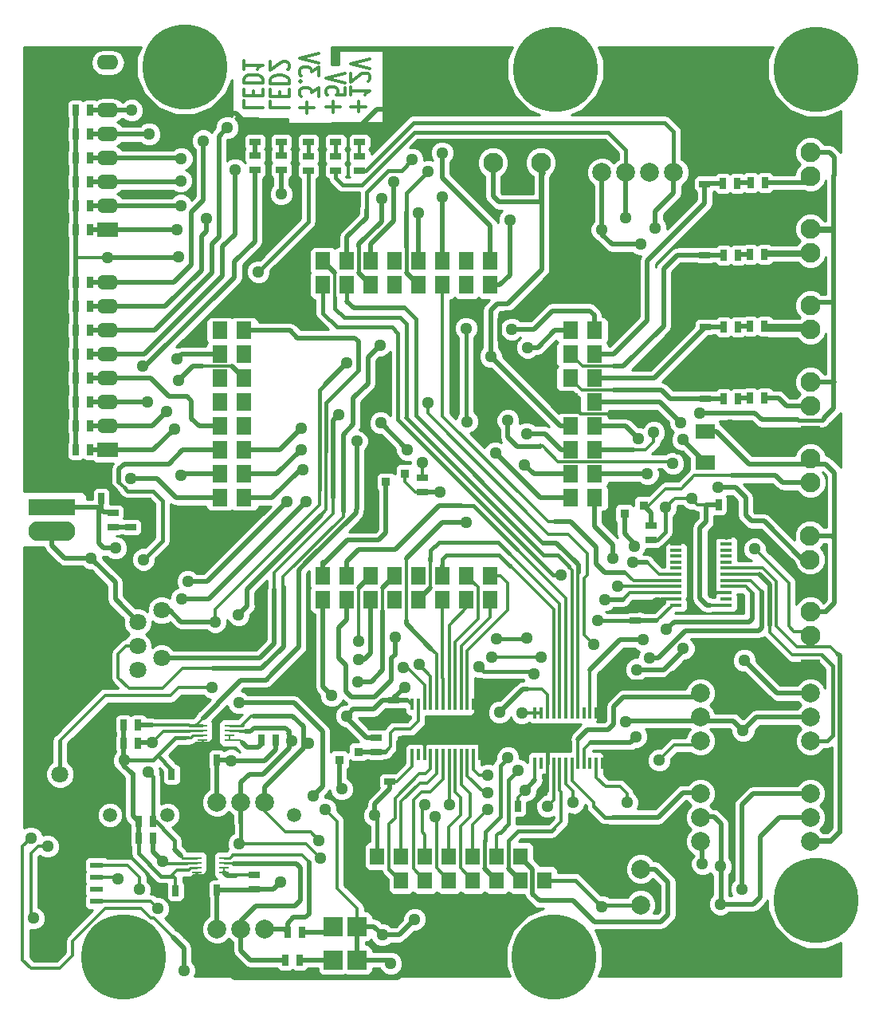
<source format=gbl>
G04 #@! TF.FileFunction,Copper,L2,Bot,Signal*
%FSLAX46Y46*%
G04 Gerber Fmt 4.6, Leading zero omitted, Abs format (unit mm)*
G04 Created by KiCad (PCBNEW 4.0.0-rc1-stable) date 06/10/2015 21:31:56*
%MOMM*%
G01*
G04 APERTURE LIST*
%ADD10C,0.150000*%
%ADD11C,0.304800*%
%ADD12R,1.143000X0.635000*%
%ADD13R,0.635000X1.143000*%
%ADD14R,2.032000X1.524000*%
%ADD15R,0.406400X1.270000*%
%ADD16R,1.270000X0.406400*%
%ADD17C,1.800860*%
%ADD18C,2.999740*%
%ADD19O,2.999740X2.999740*%
%ADD20R,2.286000X1.574800*%
%ADD21O,2.286000X1.574800*%
%ADD22R,1.399540X0.599440*%
%ADD23C,1.500000*%
%ADD24R,0.914400X0.914400*%
%ADD25C,1.998980*%
%ADD26R,1.998980X1.998980*%
%ADD27R,2.100580X1.899920*%
%ADD28C,2.100580*%
%ADD29R,1.524000X1.800860*%
%ADD30R,1.600200X1.899920*%
%ADD31R,5.000000X1.800860*%
%ADD32O,5.000000X2.100580*%
%ADD33R,1.800860X2.100580*%
%ADD34C,3.251200*%
%ADD35R,1.000760X0.248920*%
%ADD36C,8.999220*%
%ADD37C,1.300480*%
%ADD38C,0.500380*%
%ADD39C,0.398780*%
%ADD40C,0.350520*%
%ADD41C,0.248920*%
%ADD42C,0.203200*%
%ADD43C,0.254000*%
G04 APERTURE END LIST*
D10*
D11*
X73387857Y-58692143D02*
X73387857Y-57531000D01*
X72613762Y-58111571D02*
X74161952Y-58111571D01*
X72613762Y-56007000D02*
X72613762Y-56877857D01*
X72613762Y-56442429D02*
X74645762Y-56442429D01*
X74355476Y-56587572D01*
X74161952Y-56732714D01*
X74065190Y-56877857D01*
X74452238Y-55426428D02*
X74549000Y-55353857D01*
X74645762Y-55208714D01*
X74645762Y-54845857D01*
X74549000Y-54700714D01*
X74452238Y-54628143D01*
X74258714Y-54555571D01*
X74065190Y-54555571D01*
X73774905Y-54628143D01*
X72613762Y-55499000D01*
X72613762Y-54555571D01*
X74645762Y-54120142D02*
X72613762Y-53612142D01*
X74645762Y-53104142D01*
X70720857Y-58728429D02*
X70720857Y-57567286D01*
X69946762Y-58147857D02*
X71494952Y-58147857D01*
X71978762Y-56115858D02*
X71978762Y-56841572D01*
X71011143Y-56914143D01*
X71107905Y-56841572D01*
X71204667Y-56696429D01*
X71204667Y-56333572D01*
X71107905Y-56188429D01*
X71011143Y-56115858D01*
X70817619Y-56043286D01*
X70333810Y-56043286D01*
X70140286Y-56115858D01*
X70043524Y-56188429D01*
X69946762Y-56333572D01*
X69946762Y-56696429D01*
X70043524Y-56841572D01*
X70140286Y-56914143D01*
X71978762Y-55607857D02*
X69946762Y-55099857D01*
X71978762Y-54591857D01*
X67926857Y-58801000D02*
X67926857Y-57639857D01*
X67152762Y-58220428D02*
X68700952Y-58220428D01*
X69184762Y-57059286D02*
X69184762Y-56115857D01*
X68410667Y-56623857D01*
X68410667Y-56406143D01*
X68313905Y-56261000D01*
X68217143Y-56188429D01*
X68023619Y-56115857D01*
X67539810Y-56115857D01*
X67346286Y-56188429D01*
X67249524Y-56261000D01*
X67152762Y-56406143D01*
X67152762Y-56841571D01*
X67249524Y-56986714D01*
X67346286Y-57059286D01*
X67346286Y-55462714D02*
X67249524Y-55390142D01*
X67152762Y-55462714D01*
X67249524Y-55535285D01*
X67346286Y-55462714D01*
X67152762Y-55462714D01*
X69184762Y-54882143D02*
X69184762Y-53938714D01*
X68410667Y-54446714D01*
X68410667Y-54229000D01*
X68313905Y-54083857D01*
X68217143Y-54011286D01*
X68023619Y-53938714D01*
X67539810Y-53938714D01*
X67346286Y-54011286D01*
X67249524Y-54083857D01*
X67152762Y-54229000D01*
X67152762Y-54664428D01*
X67249524Y-54809571D01*
X67346286Y-54882143D01*
X69184762Y-53503285D02*
X67152762Y-52995285D01*
X69184762Y-52487285D01*
X64010782Y-57552409D02*
X64010782Y-58278123D01*
X66042782Y-58278123D01*
X65075163Y-57044409D02*
X65075163Y-56536409D01*
X64010782Y-56318695D02*
X64010782Y-57044409D01*
X66042782Y-57044409D01*
X66042782Y-56318695D01*
X64010782Y-55665552D02*
X66042782Y-55665552D01*
X66042782Y-55302695D01*
X65946020Y-55084980D01*
X65752496Y-54939838D01*
X65558972Y-54867266D01*
X65171925Y-54794695D01*
X64881639Y-54794695D01*
X64494591Y-54867266D01*
X64301068Y-54939838D01*
X64107544Y-55084980D01*
X64010782Y-55302695D01*
X64010782Y-55665552D01*
X65849258Y-54214123D02*
X65946020Y-54141552D01*
X66042782Y-53996409D01*
X66042782Y-53633552D01*
X65946020Y-53488409D01*
X65849258Y-53415838D01*
X65655734Y-53343266D01*
X65462210Y-53343266D01*
X65171925Y-53415838D01*
X64010782Y-54286695D01*
X64010782Y-53343266D01*
X61216782Y-57488909D02*
X61216782Y-58214623D01*
X63248782Y-58214623D01*
X62281163Y-56980909D02*
X62281163Y-56472909D01*
X61216782Y-56255195D02*
X61216782Y-56980909D01*
X63248782Y-56980909D01*
X63248782Y-56255195D01*
X61216782Y-55602052D02*
X63248782Y-55602052D01*
X63248782Y-55239195D01*
X63152020Y-55021480D01*
X62958496Y-54876338D01*
X62764972Y-54803766D01*
X62377925Y-54731195D01*
X62087639Y-54731195D01*
X61700591Y-54803766D01*
X61507068Y-54876338D01*
X61313544Y-55021480D01*
X61216782Y-55239195D01*
X61216782Y-55602052D01*
X61216782Y-53279766D02*
X61216782Y-54150623D01*
X61216782Y-53715195D02*
X63248782Y-53715195D01*
X62958496Y-53860338D01*
X62764972Y-54005480D01*
X62668210Y-54150623D01*
D12*
X76708000Y-129794000D03*
X76708000Y-128270000D03*
D13*
X111666020Y-100360480D03*
X113190020Y-100360480D03*
D12*
X102839520Y-112679480D03*
X102839520Y-111155480D03*
X65184020Y-61879480D03*
X65184020Y-60355480D03*
X62390020Y-61879480D03*
X62390020Y-60355480D03*
X70993000Y-61849000D03*
X70993000Y-60325000D03*
X68072000Y-61849000D03*
X68072000Y-60325000D03*
X47340520Y-101249480D03*
X47340520Y-102773480D03*
D13*
X53975000Y-141351000D03*
X55499000Y-141351000D03*
X53563520Y-128998980D03*
X55087520Y-128998980D03*
X58389520Y-141317980D03*
X56865520Y-141317980D03*
X90360500Y-132397500D03*
X91884500Y-132397500D03*
D12*
X77152500Y-121158000D03*
X77152500Y-122682000D03*
D13*
X58326020Y-127474980D03*
X56802020Y-127474980D03*
X48483520Y-123791980D03*
X50007520Y-123791980D03*
X48483520Y-125696980D03*
X50007520Y-125696980D03*
D12*
X68072000Y-64897000D03*
X68072000Y-63373000D03*
X70993000Y-64897000D03*
X70993000Y-63373000D03*
D13*
X50038000Y-135826500D03*
X51562000Y-135826500D03*
X50038000Y-134048500D03*
X51562000Y-134048500D03*
X67373500Y-145796000D03*
X65849500Y-145796000D03*
X67183000Y-148717000D03*
X65659000Y-148717000D03*
D12*
X49182020Y-102773480D03*
X49182020Y-101249480D03*
X62390020Y-64863980D03*
X62390020Y-63339980D03*
D13*
X43403520Y-84421980D03*
X44927520Y-84421980D03*
X43403520Y-81881980D03*
X44927520Y-81881980D03*
X43403520Y-79341980D03*
X44927520Y-79341980D03*
X43403520Y-76801980D03*
X44927520Y-76801980D03*
X43403520Y-71213980D03*
X44927520Y-71213980D03*
X46070520Y-99725480D03*
X47594520Y-99725480D03*
X43403520Y-66133980D03*
X44927520Y-66133980D03*
X43403520Y-63593980D03*
X44927520Y-63593980D03*
X43403520Y-61053980D03*
X44927520Y-61053980D03*
X43403520Y-58513980D03*
X44927520Y-58513980D03*
X43403520Y-94581980D03*
X44927520Y-94581980D03*
X43403520Y-92041980D03*
X44927520Y-92041980D03*
X43403520Y-89501980D03*
X44927520Y-89501980D03*
X43403520Y-86961980D03*
X44927520Y-86961980D03*
D12*
X65184020Y-64863980D03*
X65184020Y-63339980D03*
D13*
X43403520Y-68673980D03*
X44927520Y-68673980D03*
D14*
X110236000Y-95885000D03*
X110236000Y-92583000D03*
D15*
X79121000Y-121602500D03*
X79756000Y-121602500D03*
X80416400Y-121602500D03*
X81076800Y-121602500D03*
X81711800Y-121602500D03*
X82372200Y-121602500D03*
X83032600Y-121602500D03*
X83667600Y-121602500D03*
X84328000Y-121602500D03*
X84963000Y-121602500D03*
X85623400Y-121602500D03*
X86283800Y-121602500D03*
X86309200Y-126936500D03*
X85623400Y-126936500D03*
X84963000Y-126936500D03*
X84328000Y-126936500D03*
X83667600Y-126936500D03*
X83032600Y-126936500D03*
X82372200Y-126936500D03*
X81711800Y-126936500D03*
X81076800Y-126936500D03*
X80416400Y-126936500D03*
X79756000Y-126936500D03*
X79121000Y-126936500D03*
D16*
X107157520Y-111028480D03*
X107157520Y-110393480D03*
X107157520Y-109733080D03*
X107157520Y-109072680D03*
X107157520Y-108437680D03*
X107157520Y-107777280D03*
X107157520Y-107116880D03*
X107157520Y-106481880D03*
X107157520Y-105821480D03*
X107157520Y-105186480D03*
X107157520Y-104526080D03*
X107157520Y-103865680D03*
X112491520Y-103840280D03*
X112491520Y-104526080D03*
X112491520Y-105186480D03*
X112491520Y-105821480D03*
X112491520Y-106481880D03*
X112491520Y-107116880D03*
X112491520Y-107777280D03*
X112491520Y-108437680D03*
X112491520Y-109072680D03*
X112491520Y-109733080D03*
X112491520Y-110393480D03*
X112491520Y-111028480D03*
D15*
X92171520Y-122458480D03*
X92806520Y-122458480D03*
X93466920Y-122458480D03*
X94127320Y-122458480D03*
X94762320Y-122458480D03*
X95422720Y-122458480D03*
X96083120Y-122458480D03*
X96718120Y-122458480D03*
X97378520Y-122458480D03*
X98013520Y-122458480D03*
X98673920Y-122458480D03*
X99334320Y-122458480D03*
X99359720Y-127792480D03*
X98673920Y-127792480D03*
X98013520Y-127792480D03*
X97378520Y-127792480D03*
X96718120Y-127792480D03*
X96083120Y-127792480D03*
X95422720Y-127792480D03*
X94762320Y-127792480D03*
X94127320Y-127792480D03*
X93466920Y-127792480D03*
X92806520Y-127792480D03*
X92171520Y-127792480D03*
D17*
X41689020Y-132808980D03*
X41689020Y-128998980D03*
D18*
X44229020Y-134713980D03*
D19*
X44229020Y-127093980D03*
D20*
X46769020Y-94581980D03*
D21*
X46769020Y-92041980D03*
X46769020Y-89501980D03*
X46769020Y-86961980D03*
X46769020Y-84421980D03*
X46769020Y-81881980D03*
X46769020Y-79341980D03*
X46769020Y-76801980D03*
X39149020Y-76801980D03*
X39149020Y-79341980D03*
X39149020Y-81881980D03*
X39149020Y-84421980D03*
X39149020Y-86961980D03*
X39149020Y-89501980D03*
X39149020Y-92041980D03*
X39149020Y-94581980D03*
D20*
X46769020Y-71213980D03*
D21*
X46769020Y-68673980D03*
X46769020Y-66133980D03*
X46769020Y-63593980D03*
X46769020Y-61053980D03*
X46769020Y-58513980D03*
X46769020Y-55973980D03*
X46769020Y-53433980D03*
X39149020Y-53433980D03*
X39149020Y-55973980D03*
X39149020Y-58513980D03*
X39149020Y-61053980D03*
X39149020Y-63593980D03*
X39149020Y-66133980D03*
X39149020Y-68673980D03*
X39149020Y-71213980D03*
D13*
X113634520Y-66260980D03*
X112110520Y-66260980D03*
X113698020Y-73880980D03*
X112174020Y-73880980D03*
X113698020Y-81500980D03*
X112174020Y-81500980D03*
X113698020Y-89120980D03*
X112174020Y-89120980D03*
D12*
X110205520Y-66324480D03*
X110205520Y-64800480D03*
X110205520Y-73880980D03*
X110205520Y-72356980D03*
X110269020Y-81500980D03*
X110269020Y-79976980D03*
X110269020Y-89120980D03*
X110269020Y-87596980D03*
D13*
X116619020Y-66197480D03*
X115095020Y-66197480D03*
X116555520Y-73817480D03*
X115031520Y-73817480D03*
X116555520Y-81437480D03*
X115031520Y-81437480D03*
X116555520Y-89057480D03*
X115031520Y-89057480D03*
D12*
X80200500Y-97536000D03*
X80200500Y-99060000D03*
X104521000Y-104140000D03*
X104521000Y-102616000D03*
X75311000Y-125095000D03*
X75311000Y-126619000D03*
D13*
X64579500Y-125349000D03*
X63055500Y-125349000D03*
D22*
X45593000Y-142494000D03*
X40259000Y-142494000D03*
X45593000Y-141224000D03*
X45593000Y-139954000D03*
X45593000Y-138684000D03*
X40259000Y-141224000D03*
X40259000Y-139954000D03*
X40259000Y-138684000D03*
D12*
X73533000Y-64897000D03*
X73533000Y-63373000D03*
X73533000Y-61849000D03*
X73533000Y-60325000D03*
D23*
X66548000Y-133350000D03*
X72390000Y-133350000D03*
X46990000Y-133350000D03*
X53086000Y-133350000D03*
D24*
X71374000Y-125730000D03*
X71374000Y-127508000D03*
X73406000Y-126619000D03*
X76327000Y-96202500D03*
X76327000Y-97980500D03*
X78359000Y-97091500D03*
X101663500Y-99568000D03*
X101663500Y-101346000D03*
X103695500Y-100457000D03*
D12*
X62357000Y-141224000D03*
X62357000Y-139700000D03*
D25*
X99568000Y-139065000D03*
X103378000Y-142875000D03*
X103378000Y-139065000D03*
D26*
X121412000Y-117856000D03*
D25*
X121412000Y-120396000D03*
X121412000Y-122936000D03*
X121412000Y-125476000D03*
D26*
X109728000Y-117856000D03*
D25*
X109728000Y-120396000D03*
X109728000Y-122936000D03*
X109728000Y-125476000D03*
D26*
X55849520Y-131983480D03*
D25*
X58389520Y-131983480D03*
X60929520Y-131983480D03*
X63469520Y-131983480D03*
D26*
X55849520Y-145445480D03*
D25*
X58389520Y-145445480D03*
X60929520Y-145445480D03*
X63469520Y-145445480D03*
D26*
X121412000Y-128524000D03*
D25*
X121412000Y-131064000D03*
X121412000Y-133604000D03*
X121412000Y-136144000D03*
D26*
X109728000Y-128524000D03*
D25*
X109728000Y-131064000D03*
X109728000Y-133604000D03*
X109728000Y-136144000D03*
D27*
X121412000Y-92964000D03*
D28*
X121412000Y-95504000D03*
X121412000Y-98044000D03*
D27*
X121381520Y-101122480D03*
D28*
X121381520Y-103662480D03*
X121381520Y-106202480D03*
D27*
X121412000Y-109220000D03*
D28*
X121412000Y-111760000D03*
X121412000Y-114300000D03*
D27*
X121412000Y-60452000D03*
D28*
X121412000Y-62992000D03*
X121412000Y-65532000D03*
D27*
X121412000Y-76708000D03*
D28*
X121412000Y-79248000D03*
X121412000Y-81788000D03*
D27*
X121412000Y-84836000D03*
D28*
X121412000Y-87376000D03*
X121412000Y-89916000D03*
D27*
X121412000Y-68580000D03*
D28*
X121412000Y-71120000D03*
X121412000Y-73660000D03*
D29*
X93187520Y-137698480D03*
X93187520Y-140238480D03*
X90647520Y-137698480D03*
X90647520Y-140238480D03*
X88107520Y-137698480D03*
X88107520Y-140238480D03*
X85567520Y-137698480D03*
X85567520Y-140238480D03*
X83027520Y-137698480D03*
X83027520Y-140238480D03*
X80487520Y-137698480D03*
X80487520Y-140238480D03*
X77947520Y-137698480D03*
X77947520Y-140238480D03*
X75407520Y-137698480D03*
X75407520Y-140238480D03*
D30*
X95915480Y-81881980D03*
X98455480Y-81881980D03*
X95915480Y-84421980D03*
X98455480Y-84421980D03*
X95915480Y-86961980D03*
X98455480Y-86961980D03*
X95915480Y-89501980D03*
X98455480Y-89501980D03*
X95915480Y-92041980D03*
X98455480Y-92041980D03*
X95915480Y-94581980D03*
X98455480Y-94581980D03*
X95915480Y-97121980D03*
X98455480Y-97121980D03*
X95915480Y-99661980D03*
X98455480Y-99661980D03*
X58707020Y-81881980D03*
X61247020Y-81881980D03*
X58707020Y-84421980D03*
X61247020Y-84421980D03*
X58707020Y-86961980D03*
X61247020Y-86961980D03*
X58707020Y-89501980D03*
X61247020Y-89501980D03*
X58707020Y-92041980D03*
X61247020Y-92041980D03*
X58707020Y-94581980D03*
X61247020Y-94581980D03*
X58707020Y-97121980D03*
X61247020Y-97121980D03*
X58707020Y-99661980D03*
X61247020Y-99661980D03*
X69629020Y-77055980D03*
X69629020Y-74515980D03*
X72169020Y-77055980D03*
X72169020Y-74515980D03*
X74709020Y-77055980D03*
X74709020Y-74515980D03*
X77249020Y-77055980D03*
X77249020Y-74515980D03*
X79789020Y-77055980D03*
X79789020Y-74515980D03*
X82329020Y-77055980D03*
X82329020Y-74515980D03*
X84869020Y-77055980D03*
X84869020Y-74515980D03*
X87409020Y-77055980D03*
X87409020Y-74515980D03*
X87409020Y-110456980D03*
X87409020Y-107916980D03*
X84869020Y-110456980D03*
X84869020Y-107916980D03*
X82329020Y-110456980D03*
X82329020Y-107916980D03*
X79789020Y-110456980D03*
X79789020Y-107916980D03*
X77249020Y-110456980D03*
X77249020Y-107916980D03*
X74709020Y-110456980D03*
X74709020Y-107916980D03*
X72169020Y-110456980D03*
X72169020Y-107916980D03*
X69629020Y-110456980D03*
X69629020Y-107916980D03*
D25*
X106903520Y-65117980D03*
D26*
X96743520Y-65117980D03*
D25*
X99283520Y-65117980D03*
X101823520Y-65117980D03*
X104363520Y-65117980D03*
D31*
X40863520Y-100677980D03*
D32*
X40863520Y-103217980D03*
D33*
X90233500Y-64071500D03*
D28*
X92773500Y-64071500D03*
D33*
X85153500Y-64071500D03*
D28*
X87693500Y-64071500D03*
D26*
X70739000Y-145161000D03*
X73279000Y-145161000D03*
X70739000Y-148717000D03*
X73279000Y-148717000D03*
D17*
X49944020Y-115409980D03*
X49944020Y-112869980D03*
X49944020Y-117949980D03*
X52484020Y-111599980D03*
X52484020Y-114139980D03*
X52484020Y-116679980D03*
D34*
X43594020Y-119854980D03*
X43594020Y-109694980D03*
D35*
X56789320Y-123855480D03*
X56789320Y-124363480D03*
X56789320Y-124871480D03*
X56789320Y-125379480D03*
X59684920Y-123855480D03*
X59684920Y-124363480D03*
X59684920Y-124871480D03*
X59684920Y-125379480D03*
X56217820Y-137888980D03*
X56217820Y-138396980D03*
X56217820Y-138904980D03*
X56217820Y-139412980D03*
X59113420Y-137888980D03*
X59113420Y-138396980D03*
X59113420Y-138904980D03*
X59113420Y-139412980D03*
D36*
X48420020Y-148429980D03*
X94203520Y-148366480D03*
X94330520Y-54132480D03*
X122016520Y-54132480D03*
X54960520Y-53878480D03*
X122016520Y-142397480D03*
D37*
X109634020Y-90644980D03*
X104935020Y-71023480D03*
X48514000Y-127508000D03*
X98806000Y-112649000D03*
X46769020Y-74134980D03*
X72136000Y-122809000D03*
X107602020Y-91660980D03*
X54325520Y-74071480D03*
X78295500Y-119761000D03*
X62771020Y-75658980D03*
X103411020Y-72737980D03*
X44991020Y-106075480D03*
X99283520Y-71213980D03*
X90741500Y-122491500D03*
X79375000Y-144399000D03*
X75946000Y-146050000D03*
X65151000Y-140462000D03*
X69850000Y-132715000D03*
X76835000Y-149098000D03*
X52070000Y-143256000D03*
X84963000Y-91567000D03*
X84836000Y-81661000D03*
X80200500Y-95885000D03*
X59850020Y-127538480D03*
X108775500Y-99695000D03*
X106014520Y-100677980D03*
X75120500Y-133350000D03*
X99283520Y-143095980D03*
X101823520Y-69943980D03*
X91092020Y-130713480D03*
X111856520Y-142778480D03*
X114269520Y-124363480D03*
X107886500Y-93472000D03*
X111856520Y-138777980D03*
X101760020Y-123410980D03*
X89281000Y-127254000D03*
X96202500Y-132016500D03*
X93472000Y-132397500D03*
X90360500Y-128587500D03*
X84836000Y-102235000D03*
X87947500Y-94869000D03*
X100457000Y-106045000D03*
X79819500Y-117348000D03*
X86233000Y-117602000D03*
X92075000Y-118364000D03*
X91059000Y-96139000D03*
X78168500Y-117665500D03*
X54546500Y-97282000D03*
X98425000Y-115189000D03*
X80772000Y-89598500D03*
X75755500Y-91694000D03*
X78613000Y-94551500D03*
X115506500Y-105092500D03*
X89281000Y-91440000D03*
X82042000Y-99060000D03*
X106807000Y-96012000D03*
X111633000Y-98552000D03*
X102743000Y-104775000D03*
X91313000Y-114554000D03*
X88074500Y-114617500D03*
X77279500Y-114490500D03*
X71628000Y-130556000D03*
X88392000Y-122428000D03*
X60642500Y-112077500D03*
X51531520Y-125633480D03*
X50579020Y-106202480D03*
X47879000Y-140081000D03*
X69342000Y-137922000D03*
X66294000Y-125476000D03*
X60706000Y-136398000D03*
X60706000Y-121412000D03*
X68580000Y-131318000D03*
X65819020Y-100042980D03*
X104775000Y-92710000D03*
X52578000Y-138239500D03*
X55278020Y-108551980D03*
X73215500Y-93662500D03*
X67343020Y-92295980D03*
X50165000Y-141224000D03*
X69215000Y-136017000D03*
X68072000Y-125730000D03*
X51054000Y-128778000D03*
X67818000Y-100076000D03*
X91249500Y-92837000D03*
X54643020Y-110393480D03*
X99601020Y-110456980D03*
X87533480Y-116552980D03*
X92806520Y-116552980D03*
X70548500Y-120650000D03*
X106141520Y-113631980D03*
X109951520Y-138523980D03*
X100934520Y-109059980D03*
X94965520Y-107853480D03*
X104300020Y-116616480D03*
X105346500Y-127508000D03*
X114396520Y-116933980D03*
X102903020Y-124998480D03*
X107919520Y-115663980D03*
X102966520Y-117886480D03*
X102522020Y-106519980D03*
X103157020Y-93375480D03*
X103632000Y-114744500D03*
X104109520Y-97121980D03*
X101917500Y-132016500D03*
X114142520Y-141190980D03*
X83058000Y-132270500D03*
X87122000Y-132778500D03*
X87122000Y-129095500D03*
X81534000Y-133477000D03*
X80454500Y-132270500D03*
X87122000Y-131000500D03*
X54135020Y-84929980D03*
X47594520Y-104995980D03*
X71310500Y-90805000D03*
X91376500Y-83693000D03*
X75692000Y-83439000D03*
X89695020Y-81754980D03*
X87439500Y-84645500D03*
X72136000Y-85344000D03*
X57881520Y-119791480D03*
X58199020Y-112806480D03*
X73439020Y-114838480D03*
X53848000Y-92329000D03*
X53022500Y-90487500D03*
X73439020Y-116806980D03*
X54516020Y-66006980D03*
X77185520Y-66133980D03*
X79121000Y-63754000D03*
X54579520Y-63657480D03*
X51150520Y-61053980D03*
X67533520Y-96677480D03*
X54325520Y-87152480D03*
X49309020Y-58513980D03*
X73375520Y-119156480D03*
X50990500Y-89471500D03*
X89471500Y-70167500D03*
X60294520Y-64863980D03*
X59469020Y-60355480D03*
X82296000Y-63055500D03*
X82329020Y-67721480D03*
X57246520Y-70007480D03*
X80772000Y-65024000D03*
X56929020Y-61752480D03*
X79789020Y-69435980D03*
X54135020Y-71150480D03*
X54516020Y-68610480D03*
X75852020Y-67911980D03*
X76200000Y-88201500D03*
X40386000Y-145542000D03*
X55118000Y-126619000D03*
X54991000Y-122174000D03*
X81534000Y-144399000D03*
X87503000Y-88138000D03*
X87503000Y-92964000D03*
X91313000Y-86550500D03*
X66484500Y-119888000D03*
X61183520Y-114965480D03*
X114777520Y-115092480D03*
X112872520Y-83977480D03*
X112872520Y-101757480D03*
X108839000Y-101663500D03*
X100807520Y-128363980D03*
X74485500Y-128714500D03*
X99728020Y-134840980D03*
X112872520Y-76357480D03*
X112682020Y-61117480D03*
X96710500Y-70866000D03*
X75692000Y-123380500D03*
X99347020Y-119156480D03*
X112872520Y-68737480D03*
X85661500Y-58420000D03*
X90170000Y-125031500D03*
X115984020Y-100169980D03*
X105189020Y-110837980D03*
X112839500Y-91948000D03*
X38608000Y-135763000D03*
X54864000Y-149860000D03*
X40386000Y-136652000D03*
X38862000Y-144272000D03*
X65184020Y-67403980D03*
X67343020Y-94518480D03*
X50515520Y-85691980D03*
X49182020Y-97629980D03*
D38*
X120078500Y-91376500D02*
X116268500Y-91376500D01*
X116268500Y-91376500D02*
X115536980Y-90644980D01*
D39*
X122905520Y-91152980D02*
X122905520Y-91216480D01*
D38*
X109634020Y-90644980D02*
X115536980Y-90644980D01*
X106903520Y-67276980D02*
X106903520Y-65117980D01*
X104935020Y-69245480D02*
X104935020Y-71023480D01*
X106903520Y-67276980D02*
X104935020Y-69245480D01*
X123921520Y-87376000D02*
X123921520Y-90136980D01*
X122905520Y-91152980D02*
X123921520Y-90136980D01*
D39*
X120142000Y-91440000D02*
X120078500Y-91376500D01*
X122682000Y-91440000D02*
X120142000Y-91440000D01*
X122905520Y-91216480D02*
X122682000Y-91440000D01*
D38*
X121412000Y-87376000D02*
X123921520Y-87376000D01*
X123921520Y-87376000D02*
X123952000Y-87376000D01*
X123952000Y-87376000D02*
X123921520Y-87376000D01*
X121412000Y-71120000D02*
X123764040Y-71120000D01*
X123764040Y-71120000D02*
X123921520Y-71277480D01*
X121412000Y-62992000D02*
X123444000Y-62992000D01*
X123952000Y-65405000D02*
X123921520Y-65405000D01*
X123952000Y-63500000D02*
X123952000Y-65405000D01*
X123444000Y-62992000D02*
X123952000Y-63500000D01*
D39*
X106903520Y-65117980D02*
X106903520Y-60802520D01*
X106903520Y-60802520D02*
X105918000Y-59817000D01*
X105918000Y-59817000D02*
X79248000Y-59817000D01*
X79248000Y-59817000D02*
X74168000Y-64897000D01*
X74168000Y-64897000D02*
X73533000Y-64897000D01*
D38*
X123921520Y-87376000D02*
X123921520Y-86517480D01*
X121381520Y-71277480D02*
X123921520Y-71277480D01*
X123921520Y-86517480D02*
X123921520Y-83532980D01*
X121381520Y-78897480D02*
X123921520Y-78897480D01*
X123921520Y-65405000D02*
X123921520Y-71277480D01*
X123921520Y-71277480D02*
X123921520Y-78897480D01*
X123921520Y-78897480D02*
X123921520Y-83532980D01*
D40*
X53975000Y-141351000D02*
X53975000Y-140014960D01*
X53975000Y-140014960D02*
X53627020Y-139666980D01*
D39*
X50038000Y-135826500D02*
X50038000Y-137414000D01*
X53627020Y-139827000D02*
X53627020Y-139666980D01*
X52451000Y-139827000D02*
X53627020Y-139827000D01*
X50038000Y-137414000D02*
X52451000Y-139827000D01*
X53563520Y-128998980D02*
X53563520Y-128493520D01*
X53563520Y-128493520D02*
X52070000Y-127000000D01*
X54960520Y-125138180D02*
X53931820Y-125138180D01*
X53931820Y-125138180D02*
X52070000Y-127000000D01*
X52070000Y-127000000D02*
X51562000Y-127508000D01*
X51562000Y-127508000D02*
X48514000Y-127508000D01*
X48514000Y-127508000D02*
X48483520Y-127508000D01*
X98836480Y-112679480D02*
X102839520Y-112679480D01*
X98806000Y-112649000D02*
X98836480Y-112679480D01*
X68072000Y-64897000D02*
X68072000Y-70358000D01*
X68072000Y-70358000D02*
X62771020Y-75658980D01*
D40*
X90774520Y-122458480D02*
X90741500Y-122491500D01*
D38*
X43403520Y-81881980D02*
X43403520Y-79341980D01*
D41*
X56789320Y-124871480D02*
X55849520Y-124871480D01*
D38*
X43403520Y-73914000D02*
X43403520Y-74134980D01*
X43403520Y-94581980D02*
X43403520Y-92041980D01*
X49403000Y-128968500D02*
X49405540Y-128968500D01*
X48483520Y-127508000D02*
X48483520Y-128046480D01*
X48483520Y-128046480D02*
X49405540Y-128968500D01*
X49436020Y-128935480D02*
X49403000Y-128968500D01*
D40*
X92171520Y-122458480D02*
X90774520Y-122458480D01*
X79121000Y-121602500D02*
X79057500Y-121602500D01*
X43370500Y-73914000D02*
X43403520Y-73914000D01*
D38*
X43403520Y-68673980D02*
X43403520Y-66133980D01*
X72136000Y-122999500D02*
X74231500Y-125095000D01*
X74993500Y-122110500D02*
X75946000Y-121158000D01*
X46769020Y-74134980D02*
X54262020Y-74134980D01*
D41*
X54960520Y-125125480D02*
X54960520Y-125138180D01*
D40*
X77152500Y-121158000D02*
X75946000Y-121158000D01*
D38*
X50038000Y-135826500D02*
X50038000Y-134048500D01*
X49944020Y-112809020D02*
X47561500Y-110426500D01*
X43403520Y-89501980D02*
X43403520Y-86961980D01*
X47561500Y-110426500D02*
X47561500Y-108645960D01*
X99283520Y-71213980D02*
X99283520Y-71658480D01*
D40*
X54122320Y-139171680D02*
X53627020Y-139666980D01*
X55265320Y-139171680D02*
X54122320Y-139171680D01*
X53627020Y-139666980D02*
X53627020Y-139666980D01*
D38*
X72834500Y-122110500D02*
X74993500Y-122110500D01*
D41*
X55532020Y-138904980D02*
X55265320Y-139171680D01*
D38*
X77152500Y-120904000D02*
X78295500Y-119761000D01*
X102839520Y-112679480D02*
X103220520Y-112679480D01*
X103220520Y-112679480D02*
X103347520Y-112552480D01*
X103347520Y-112552480D02*
X102839520Y-112679480D01*
D40*
X106776520Y-111028480D02*
X105125520Y-112679480D01*
D38*
X105125520Y-112679480D02*
X102839520Y-112679480D01*
D40*
X107157520Y-111028480D02*
X106776520Y-111028480D01*
D38*
X75946000Y-121158000D02*
X77152500Y-121158000D01*
X48483520Y-125696980D02*
X48483520Y-127508000D01*
X43403520Y-86961980D02*
X43403520Y-84421980D01*
D41*
X55849520Y-124871480D02*
X55582820Y-125138180D01*
D38*
X77152500Y-121158000D02*
X78232000Y-121158000D01*
X54262020Y-74134980D02*
X54325520Y-74071480D01*
X43403520Y-63593980D02*
X43403520Y-61053980D01*
D42*
X55582820Y-125138180D02*
X55405020Y-125138180D01*
D38*
X49944020Y-112869980D02*
X49944020Y-112809020D01*
X43403520Y-79341980D02*
X43403520Y-76801980D01*
X40863520Y-104741980D02*
X42197020Y-106075480D01*
D42*
X55532020Y-138904980D02*
X55265320Y-139171680D01*
D38*
X107602020Y-91660980D02*
X105443020Y-89501980D01*
D41*
X55849520Y-124871480D02*
X55595520Y-125125480D01*
D40*
X92806520Y-122458480D02*
X92171520Y-122458480D01*
D38*
X43403520Y-71213980D02*
X43403520Y-68673980D01*
X105443020Y-89501980D02*
X98455480Y-89501980D01*
D41*
X56217820Y-138904980D02*
X55532020Y-138904980D01*
D38*
X99283520Y-65117980D02*
X99283520Y-71213980D01*
X77152500Y-121158000D02*
X77152500Y-120904000D01*
X43403520Y-84421980D02*
X43403520Y-81881980D01*
D40*
X55405020Y-125138180D02*
X54960520Y-125138180D01*
X79057500Y-121602500D02*
X78613000Y-121158000D01*
D41*
X55595520Y-125125480D02*
X54960520Y-125125480D01*
D38*
X74231500Y-125095000D02*
X75311000Y-125095000D01*
D40*
X43370500Y-74101960D02*
X43370500Y-73914000D01*
D38*
X43403520Y-76801980D02*
X43403520Y-73914000D01*
X47561500Y-108645960D02*
X44991020Y-106075480D01*
X49436020Y-128935480D02*
X49436020Y-133446520D01*
X43403520Y-74134980D02*
X43403520Y-71213980D01*
D40*
X43403520Y-74134980D02*
X43370500Y-74101960D01*
D38*
X43403520Y-61053980D02*
X43403520Y-58513980D01*
X49436020Y-133446520D02*
X50038000Y-134048500D01*
X72136000Y-122809000D02*
X72136000Y-122999500D01*
X43403520Y-92041980D02*
X43403520Y-89501980D01*
X99283520Y-71658480D02*
X100363020Y-72737980D01*
D40*
X46769020Y-74134980D02*
X43403520Y-74134980D01*
D38*
X100363020Y-72737980D02*
X103411020Y-72737980D01*
D41*
X55582820Y-125138180D02*
X54960520Y-125138180D01*
D38*
X42197020Y-106075480D02*
X44991020Y-106075480D01*
X72136000Y-122809000D02*
X72834500Y-122110500D01*
X48483520Y-123791980D02*
X48483520Y-125696980D01*
X78232000Y-121158000D02*
X78613000Y-121158000D01*
X43403520Y-63593980D02*
X43403520Y-66133980D01*
D42*
X55849520Y-124871480D02*
X55582820Y-125138180D01*
D38*
X40863520Y-103217980D02*
X40863520Y-104741980D01*
D41*
X55849520Y-124871480D02*
X55582820Y-125138180D01*
D38*
X75946000Y-146050000D02*
X77724000Y-146050000D01*
X77724000Y-146050000D02*
X79375000Y-144399000D01*
X73279000Y-145161000D02*
X75057000Y-145161000D01*
X75057000Y-145161000D02*
X75946000Y-146050000D01*
X73279000Y-148717000D02*
X76454000Y-148717000D01*
X76454000Y-148717000D02*
X76835000Y-149098000D01*
X62357000Y-141224000D02*
X64389000Y-141224000D01*
X64389000Y-141224000D02*
X65151000Y-140462000D01*
X58389520Y-141317980D02*
X62263020Y-141317980D01*
X62263020Y-141317980D02*
X62357000Y-141224000D01*
X58389520Y-145445480D02*
X58389520Y-141317980D01*
D39*
X99283520Y-143095980D02*
X99504500Y-142875000D01*
X99504500Y-142875000D02*
X103378000Y-142875000D01*
X99283520Y-143095980D02*
X96426020Y-140238480D01*
X96426020Y-140238480D02*
X93187520Y-140238480D01*
D38*
X121412000Y-133604000D02*
X118110000Y-133604000D01*
X116078000Y-142049500D02*
X115349020Y-142778480D01*
X116078000Y-135636000D02*
X116078000Y-142049500D01*
X118110000Y-133604000D02*
X116078000Y-135636000D01*
X115349020Y-142778480D02*
X111856520Y-142778480D01*
X121412000Y-122936000D02*
X115697000Y-122936000D01*
X115697000Y-122936000D02*
X114269520Y-124363480D01*
D40*
X75057000Y-145161000D02*
X75946000Y-146050000D01*
X79375000Y-144399000D02*
X77724000Y-146050000D01*
X64389000Y-141224000D02*
X65151000Y-140462000D01*
X73279000Y-145161000D02*
X73279000Y-143256000D01*
X71120000Y-133985000D02*
X69850000Y-132715000D01*
X71120000Y-141097000D02*
X71120000Y-133985000D01*
X73279000Y-143256000D02*
X71120000Y-141097000D01*
X76454000Y-148717000D02*
X76835000Y-149098000D01*
X45593000Y-142494000D02*
X51308000Y-142494000D01*
X51308000Y-142494000D02*
X52070000Y-143256000D01*
D39*
X84963000Y-91567000D02*
X84836000Y-91440000D01*
X84836000Y-91440000D02*
X84836000Y-81661000D01*
X75407520Y-137698480D02*
X75407520Y-133637020D01*
X75407520Y-133637020D02*
X75120500Y-133350000D01*
X104521000Y-104140000D02*
X105156000Y-104140000D01*
X106014520Y-103281480D02*
X106014520Y-100677980D01*
X105156000Y-104140000D02*
X106014520Y-103281480D01*
X70993000Y-64897000D02*
X70993000Y-65659000D01*
X101823520Y-62707520D02*
X101823520Y-65117980D01*
X99949000Y-60833000D02*
X101823520Y-62707520D01*
X79340826Y-60833000D02*
X99949000Y-60833000D01*
X73752826Y-66421000D02*
X79340826Y-60833000D01*
X71755000Y-66421000D02*
X73752826Y-66421000D01*
X70993000Y-65659000D02*
X71755000Y-66421000D01*
D40*
X80200500Y-97536000D02*
X80200500Y-95885000D01*
D38*
X107886500Y-93472000D02*
X107886500Y-93535500D01*
X107886500Y-93535500D02*
X110236000Y-95885000D01*
X58389520Y-127538480D02*
X58326020Y-127474980D01*
D40*
X79121000Y-128143000D02*
X77470000Y-129794000D01*
D38*
X113253520Y-123347480D02*
X114269520Y-124363480D01*
D40*
X109440980Y-100360480D02*
X108775500Y-99695000D01*
X110332520Y-100360480D02*
X109440980Y-100360480D01*
D38*
X111158020Y-133507480D02*
X109951520Y-133507480D01*
X76708000Y-130556000D02*
X75120500Y-132143500D01*
X111920020Y-142714980D02*
X111920020Y-138777980D01*
D40*
X79121000Y-126936500D02*
X79121000Y-128143000D01*
X106997500Y-99695000D02*
X106014520Y-100677980D01*
X108775500Y-99695000D02*
X106997500Y-99695000D01*
D38*
X109697520Y-110329980D02*
X110396020Y-111028480D01*
X59786520Y-127474980D02*
X59850020Y-127538480D01*
X58326020Y-127474980D02*
X59786520Y-127474980D01*
D40*
X110777020Y-111028480D02*
X112491520Y-111028480D01*
D38*
X109951520Y-123347480D02*
X113253520Y-123347480D01*
X111158020Y-133507480D02*
X109951520Y-133507480D01*
X63406020Y-127538480D02*
X59850020Y-127538480D01*
X64579500Y-126365000D02*
X63406020Y-127538480D01*
X64579500Y-125349000D02*
X64579500Y-126365000D01*
D40*
X75407520Y-133637020D02*
X75120500Y-133350000D01*
D38*
X110332520Y-100360480D02*
X110332520Y-102201980D01*
X101823520Y-65117980D02*
X101823520Y-69943980D01*
X75120500Y-132143500D02*
X75120500Y-133350000D01*
X76708000Y-129794000D02*
X76708000Y-130556000D01*
D40*
X90360500Y-131445000D02*
X91092020Y-130713480D01*
D38*
X111920020Y-137952480D02*
X111920020Y-134269480D01*
X109697520Y-102836980D02*
X109697520Y-110329980D01*
X115349020Y-142778480D02*
X111856520Y-142778480D01*
X111920020Y-138777980D02*
X111920020Y-137952480D01*
D40*
X77470000Y-129794000D02*
X76708000Y-129794000D01*
D38*
X110396020Y-111028480D02*
X110777020Y-111028480D01*
X73279000Y-148717000D02*
X73279000Y-145161000D01*
X101823520Y-123347480D02*
X101760020Y-123410980D01*
X101823520Y-123347480D02*
X109951520Y-123347480D01*
X110332520Y-100360480D02*
X111666020Y-100360480D01*
X92171520Y-129633980D02*
X91092020Y-130713480D01*
X110332520Y-102201980D02*
X109697520Y-102836980D01*
D40*
X90360500Y-132397500D02*
X90360500Y-131445000D01*
D38*
X111920020Y-134269480D02*
X111158020Y-133507480D01*
X111856520Y-138777980D02*
X111920020Y-138777980D01*
X111666020Y-100360480D02*
X110332520Y-100360480D01*
D40*
X92171520Y-127792480D02*
X92171520Y-129633980D01*
D38*
X58389520Y-131983480D02*
X58389520Y-127538480D01*
X111856520Y-142778480D02*
X111920020Y-142714980D01*
D39*
X86837520Y-136652000D02*
X86837520Y-136080500D01*
D38*
X86837520Y-138968480D02*
X88107520Y-140238480D01*
D39*
X86868000Y-136080500D02*
X86837520Y-136080500D01*
X88455500Y-133540500D02*
X86868000Y-135128000D01*
X89281000Y-127254000D02*
X88455500Y-128079500D01*
D40*
X96202500Y-130810000D02*
X95422720Y-130030220D01*
D39*
X88455500Y-128079500D02*
X88455500Y-133540500D01*
D40*
X96202500Y-132016500D02*
X96202500Y-130810000D01*
D39*
X86837520Y-138968480D02*
X88107520Y-140238480D01*
X86868000Y-135128000D02*
X86868000Y-136080500D01*
X86837520Y-136652000D02*
X86837520Y-138968480D01*
D40*
X95422720Y-130030220D02*
X95422720Y-127792480D01*
X94762320Y-127792480D02*
X94762320Y-130703320D01*
X94932500Y-134048500D02*
X94170500Y-134810500D01*
D39*
X90360500Y-135064500D02*
X93916500Y-135064500D01*
D38*
X89377520Y-138968480D02*
X90647520Y-140238480D01*
D40*
X94762320Y-130703320D02*
X94932500Y-130873500D01*
D39*
X89377520Y-136047480D02*
X89377520Y-138968480D01*
X93916500Y-135064500D02*
X94170500Y-134810500D01*
D40*
X94932500Y-130873500D02*
X94932500Y-134048500D01*
D39*
X89377520Y-136047480D02*
X90360500Y-135064500D01*
X89377520Y-138968480D02*
X90647520Y-140238480D01*
D40*
X88107520Y-135475980D02*
X88107520Y-137698480D01*
X94127320Y-127792480D02*
X94127320Y-131742180D01*
D39*
X89344500Y-129603500D02*
X89344500Y-134302500D01*
X90360500Y-128587500D02*
X89344500Y-129603500D01*
D40*
X94127320Y-131742180D02*
X93472000Y-132397500D01*
D39*
X88455500Y-135191500D02*
X88392000Y-135191500D01*
X89344500Y-134302500D02*
X88455500Y-135191500D01*
D40*
X88392000Y-135191500D02*
X88107520Y-135475980D01*
D38*
X94424500Y-142397480D02*
X96232980Y-142397480D01*
X96232980Y-142397480D02*
X98488500Y-144653000D01*
X104902000Y-139065000D02*
X103378000Y-139065000D01*
X106299000Y-140462000D02*
X104902000Y-139065000D01*
X106299000Y-143891000D02*
X106299000Y-140462000D01*
X105537000Y-144653000D02*
X106299000Y-143891000D01*
X98488500Y-144653000D02*
X105537000Y-144653000D01*
X92616020Y-142397480D02*
X94424500Y-142397480D01*
X90647520Y-137698480D02*
X90647520Y-137825480D01*
X90647520Y-137825480D02*
X91917520Y-139095480D01*
X91917520Y-141698980D02*
X92616020Y-142397480D01*
X91917520Y-139857480D02*
X91917520Y-141698980D01*
X91917520Y-139095480D02*
X91917520Y-139857480D01*
D40*
X82372200Y-118821200D02*
X82372200Y-121602500D01*
X82329020Y-110456980D02*
X82329020Y-118778020D01*
X82329020Y-118778020D02*
X82372200Y-118821200D01*
X83667600Y-121602500D02*
X83667600Y-114960400D01*
X83667600Y-114960400D02*
X86106000Y-112522000D01*
X86106000Y-109153960D02*
X84869020Y-107916980D01*
X86106000Y-112522000D02*
X86106000Y-109153960D01*
X83032600Y-113182400D02*
X83032600Y-121602500D01*
X84869020Y-111345980D02*
X83032600Y-113182400D01*
X84869020Y-110456980D02*
X84869020Y-111345980D01*
X88485980Y-107916980D02*
X87409020Y-107916980D01*
X84963000Y-121602500D02*
X84963000Y-115887500D01*
X89281000Y-111569500D02*
X89281000Y-108712000D01*
X89281000Y-108712000D02*
X88485980Y-107916980D01*
X84963000Y-115887500D02*
X89281000Y-111569500D01*
X87409020Y-112298480D02*
X84328000Y-115379500D01*
X87409020Y-110456980D02*
X87409020Y-112298480D01*
X84328000Y-115379500D02*
X84328000Y-121602500D01*
D38*
X95915480Y-99661980D02*
X92740480Y-99661980D01*
X92740480Y-99661980D02*
X87947500Y-94869000D01*
X84836000Y-102235000D02*
X82296000Y-102235000D01*
X78486000Y-106045000D02*
X78486000Y-106172000D01*
X82296000Y-102235000D02*
X78486000Y-106045000D01*
D40*
X92740480Y-99661980D02*
X87947500Y-94869000D01*
X81153000Y-115697000D02*
X78486000Y-113030000D01*
X78486000Y-112712500D02*
X78486000Y-106172000D01*
D38*
X78486000Y-112712500D02*
X78486000Y-113030000D01*
D40*
X81711800Y-116255800D02*
X81153000Y-115697000D01*
X81711800Y-121602500D02*
X81711800Y-116255800D01*
D38*
X78486000Y-113030000D02*
X81153000Y-115697000D01*
X98455480Y-99661980D02*
X98455480Y-102646480D01*
X100457000Y-104648000D02*
X100457000Y-106045000D01*
X98455480Y-102646480D02*
X100457000Y-104648000D01*
D40*
X81076800Y-118605300D02*
X79819500Y-117348000D01*
X81076800Y-118605300D02*
X81076800Y-121602500D01*
D39*
X86233000Y-117602000D02*
X86741000Y-118110000D01*
X86741000Y-118110000D02*
X91821000Y-118110000D01*
X91821000Y-118110000D02*
X92075000Y-118364000D01*
D38*
X95915480Y-97121980D02*
X92041980Y-97121980D01*
X92041980Y-97121980D02*
X91059000Y-96139000D01*
D40*
X78549500Y-117665500D02*
X78168500Y-117665500D01*
X80416400Y-121602500D02*
X80416400Y-119532400D01*
X80416400Y-119532400D02*
X78549500Y-117665500D01*
D39*
X81059020Y-106299000D02*
X81059020Y-105249980D01*
D40*
X94762320Y-122458480D02*
X94762320Y-115028980D01*
X94762320Y-115028980D02*
X94762320Y-110888780D01*
X94762320Y-110888780D02*
X89408000Y-105534460D01*
X81059020Y-106075480D02*
X81059020Y-109186980D01*
D38*
X81059020Y-106299000D02*
X81059020Y-106075480D01*
X81059020Y-109186980D02*
X79789020Y-110456980D01*
D39*
X89408000Y-105537000D02*
X89408000Y-105534460D01*
X88231980Y-104360980D02*
X89408000Y-105537000D01*
X81948020Y-104360980D02*
X88231980Y-104360980D01*
X81059020Y-105249980D02*
X81948020Y-104360980D01*
D40*
X54546500Y-97282000D02*
X54706520Y-97121980D01*
D38*
X54706520Y-97121980D02*
X54546500Y-97282000D01*
X58707020Y-97121980D02*
X54706520Y-97121980D01*
X75755500Y-91694000D02*
X78613000Y-94551500D01*
D40*
X97726500Y-105537000D02*
X97726500Y-107886500D01*
X97726500Y-107886500D02*
X97409000Y-108204000D01*
X97409000Y-108204000D02*
X97409000Y-114173000D01*
X97409000Y-114173000D02*
X98425000Y-115189000D01*
X95694500Y-103505000D02*
X97726500Y-105537000D01*
X93599000Y-103505000D02*
X95694500Y-103505000D01*
X80772000Y-90678000D02*
X93599000Y-103505000D01*
X80772000Y-90424000D02*
X80772000Y-90678000D01*
X80772000Y-89598500D02*
X80772000Y-90424000D01*
X119126000Y-108712000D02*
X119126000Y-113284000D01*
X119664480Y-113822480D02*
X121381520Y-113822480D01*
X119126000Y-113284000D02*
X119664480Y-113822480D01*
X115506500Y-105092500D02*
X119126000Y-108712000D01*
D38*
X76327000Y-97980500D02*
X76327000Y-103378000D01*
X69629020Y-106773980D02*
X69629020Y-107916980D01*
X72263000Y-104140000D02*
X69629020Y-106773980D01*
X75565000Y-104140000D02*
X72263000Y-104140000D01*
X76327000Y-103378000D02*
X75565000Y-104140000D01*
X69629020Y-106456480D02*
X69629020Y-107916980D01*
X69629020Y-106456480D02*
X69629020Y-107916980D01*
X69629020Y-106456480D02*
X69629020Y-107916980D01*
X82042000Y-99060000D02*
X80200500Y-99060000D01*
X89281000Y-91440000D02*
X89281000Y-93218000D01*
X92710000Y-94234000D02*
X92710000Y-94170500D01*
X90297000Y-94234000D02*
X92710000Y-94234000D01*
X89281000Y-93218000D02*
X90297000Y-94234000D01*
D40*
X92964000Y-94170500D02*
X92710000Y-94170500D01*
X94615000Y-95821500D02*
X92964000Y-94170500D01*
X106616500Y-95821500D02*
X104965500Y-95821500D01*
X104965500Y-95821500D02*
X94615000Y-95821500D01*
X106807000Y-96012000D02*
X106616500Y-95821500D01*
D38*
X114554000Y-101536500D02*
X114554000Y-99631500D01*
X116522500Y-102108000D02*
X115125500Y-102108000D01*
D40*
X111633000Y-98552000D02*
X113474500Y-98552000D01*
D38*
X114554000Y-99631500D02*
X113474500Y-98552000D01*
D40*
X78359000Y-97980500D02*
X79438500Y-99060000D01*
X114554000Y-101536500D02*
X114554000Y-99631500D01*
D38*
X121381520Y-106202480D02*
X120616980Y-106202480D01*
D40*
X113474500Y-98552000D02*
X114554000Y-99631500D01*
D38*
X115125500Y-102108000D02*
X114554000Y-101536500D01*
D40*
X79438500Y-99060000D02*
X80200500Y-99060000D01*
D38*
X120616980Y-106202480D02*
X116522500Y-102108000D01*
X113474500Y-98552000D02*
X111633000Y-98552000D01*
D40*
X78359000Y-97091500D02*
X78359000Y-97980500D01*
X78359000Y-97980500D02*
X79375000Y-98996500D01*
D38*
X101663500Y-101346000D02*
X101663500Y-103441500D01*
X102743000Y-104521000D02*
X102743000Y-104775000D01*
X101663500Y-103441500D02*
X102743000Y-104521000D01*
D39*
X88074500Y-114617500D02*
X91249500Y-114617500D01*
X91249500Y-114617500D02*
X91313000Y-114554000D01*
D38*
X77279500Y-114490500D02*
X77279500Y-116332000D01*
X76931520Y-117822980D02*
X76931520Y-116679980D01*
X72169020Y-112552480D02*
X71280020Y-113441480D01*
X75153520Y-120807480D02*
X76931520Y-119029480D01*
X72677020Y-120807480D02*
X75153520Y-120807480D01*
X71280020Y-113441480D02*
X71280020Y-116679980D01*
X77279500Y-116332000D02*
X76931520Y-116679980D01*
X71280020Y-116679980D02*
X72042020Y-117441980D01*
X76931520Y-119029480D02*
X76931520Y-117822980D01*
X72042020Y-117441980D02*
X72042020Y-120172480D01*
X72169020Y-110456980D02*
X72169020Y-112552480D01*
X72042020Y-120172480D02*
X72677020Y-120807480D01*
X121412000Y-98044000D02*
X118491000Y-98044000D01*
X117729000Y-97282000D02*
X113030000Y-97282000D01*
X118491000Y-98044000D02*
X117729000Y-97282000D01*
X104521000Y-102616000D02*
X104521000Y-101282500D01*
D40*
X113030000Y-97282000D02*
X111252000Y-97282000D01*
X104267000Y-100457000D02*
X106045000Y-98679000D01*
D38*
X104521000Y-101282500D02*
X103695500Y-100457000D01*
D40*
X106045000Y-98679000D02*
X107696000Y-98679000D01*
X107696000Y-98679000D02*
X109093000Y-97282000D01*
X103695500Y-100457000D02*
X104267000Y-100457000D01*
X109093000Y-97282000D02*
X111252000Y-97282000D01*
D39*
X82329020Y-106807000D02*
X82329020Y-106138980D01*
X89535000Y-106934000D02*
X89535000Y-106867960D01*
X88358980Y-105757980D02*
X89535000Y-106934000D01*
X82710020Y-105757980D02*
X88358980Y-105757980D01*
X82329020Y-106138980D02*
X82710020Y-105757980D01*
D40*
X94127320Y-111460280D02*
X94127320Y-122458480D01*
X89535000Y-106867960D02*
X94127320Y-111460280D01*
D38*
X82329020Y-107916980D02*
X82329020Y-106807000D01*
D39*
X69977000Y-94742000D02*
X69977000Y-89535000D01*
X69977000Y-89535000D02*
X73406000Y-86106000D01*
X73406000Y-86106000D02*
X73406000Y-84201000D01*
D38*
X66133980Y-81881980D02*
X61247020Y-81881980D01*
X66929000Y-82677000D02*
X66133980Y-81881980D01*
X73025000Y-82677000D02*
X66929000Y-82677000D01*
X73406000Y-83058000D02*
X73025000Y-82677000D01*
X73406000Y-86106000D02*
X73406000Y-84201000D01*
X73406000Y-84201000D02*
X73406000Y-83058000D01*
X71374000Y-127508000D02*
X71374000Y-130302000D01*
X71374000Y-130302000D02*
X71628000Y-130556000D01*
X61531500Y-111188500D02*
X61531500Y-109347000D01*
X61531500Y-109347000D02*
X69405500Y-101473000D01*
X60642500Y-112077500D02*
X61531500Y-111188500D01*
X61531500Y-111188500D02*
X61595000Y-111125000D01*
X90868500Y-119951500D02*
X88392000Y-122428000D01*
D40*
X93466920Y-122458480D02*
X93466920Y-120517920D01*
X93466920Y-120517920D02*
X92900500Y-119951500D01*
X92900500Y-119951500D02*
X91376500Y-119951500D01*
D38*
X91376500Y-119951500D02*
X90868500Y-119951500D01*
D40*
X69977000Y-100901500D02*
X69977000Y-94742000D01*
X69405500Y-101473000D02*
X69977000Y-100901500D01*
X61595000Y-109283500D02*
X69405500Y-101473000D01*
X61595000Y-111125000D02*
X61595000Y-110998000D01*
X61595000Y-110998000D02*
X61595000Y-109283500D01*
X60642500Y-112077500D02*
X61595000Y-111125000D01*
D39*
X50579020Y-106202480D02*
X52578000Y-104203500D01*
X48514000Y-98552000D02*
X48514000Y-98549460D01*
X48895000Y-98933000D02*
X48514000Y-98552000D01*
X51562000Y-98933000D02*
X48895000Y-98933000D01*
X52578000Y-99949000D02*
X51562000Y-98933000D01*
X52578000Y-104203500D02*
X52578000Y-99949000D01*
D38*
X50071020Y-125633480D02*
X50007520Y-125696980D01*
X51531520Y-125633480D02*
X50071020Y-125633480D01*
D40*
X47975520Y-98010980D02*
X48514000Y-98549460D01*
D38*
X58707020Y-94581980D02*
X54706520Y-94581980D01*
X54706520Y-94581980D02*
X53246020Y-96042480D01*
X49626520Y-96042480D02*
X48547020Y-96042480D01*
X47975520Y-96613980D02*
X47975520Y-98010980D01*
X48547020Y-96042480D02*
X47975520Y-96613980D01*
X53246020Y-96042480D02*
X49626520Y-96042480D01*
D40*
X55405020Y-124477780D02*
X52687220Y-124477780D01*
D41*
X55519320Y-124363480D02*
X55405020Y-124477780D01*
D40*
X52687220Y-124477780D02*
X51531520Y-125633480D01*
D41*
X56789320Y-124363480D02*
X55519320Y-124363480D01*
D42*
X55519320Y-124363480D02*
X55405020Y-124477780D01*
D40*
X45593000Y-139954000D02*
X47752000Y-139954000D01*
X47752000Y-139954000D02*
X47879000Y-140081000D01*
X67818000Y-136398000D02*
X60706000Y-136398000D01*
X69342000Y-137922000D02*
X67818000Y-136398000D01*
D39*
X66294000Y-125476000D02*
X66040000Y-125476000D01*
X60929520Y-136174480D02*
X60929520Y-134208520D01*
D38*
X60929520Y-131983480D02*
X60929520Y-134208520D01*
D39*
X60706000Y-136398000D02*
X60929520Y-136174480D01*
D41*
X60231020Y-124363480D02*
X60739020Y-124363480D01*
D38*
X61912500Y-124460000D02*
X62293500Y-124079000D01*
X66040000Y-126238000D02*
X66040000Y-125476000D01*
X66040000Y-125476000D02*
X66040000Y-124777500D01*
X60929520Y-130395980D02*
X60929520Y-131983480D01*
D42*
X60739020Y-124363480D02*
X60835540Y-124460000D01*
D38*
X60929520Y-130395980D02*
X60929520Y-131983480D01*
X60929520Y-130395980D02*
X60929520Y-131983480D01*
D41*
X60739020Y-124363480D02*
X60853320Y-124477780D01*
X60739020Y-124363480D02*
X60853320Y-124477780D01*
D38*
X60929520Y-131983480D02*
X60929520Y-129887980D01*
X63881000Y-124079000D02*
X65659000Y-124079000D01*
X66040000Y-124777500D02*
X65976500Y-124714000D01*
X65976500Y-124714000D02*
X66040000Y-124714000D01*
X65659000Y-124079000D02*
X66040000Y-124460000D01*
X61785500Y-129032000D02*
X63246000Y-129032000D01*
D41*
X59684920Y-124363480D02*
X60231020Y-124363480D01*
D42*
X60835540Y-124460000D02*
X60853320Y-124477780D01*
D38*
X63246000Y-129032000D02*
X66040000Y-126238000D01*
X60929520Y-129887980D02*
X61785500Y-129032000D01*
X66040000Y-124460000D02*
X66040000Y-124714000D01*
X62293500Y-124079000D02*
X63881000Y-124079000D01*
D40*
X60835540Y-124460000D02*
X61404500Y-124460000D01*
D38*
X61404500Y-124460000D02*
X61912500Y-124460000D01*
X66548000Y-121412000D02*
X60706000Y-121412000D01*
X69596000Y-124460000D02*
X66548000Y-121412000D01*
X69596000Y-130302000D02*
X69596000Y-124460000D01*
X68580000Y-131318000D02*
X69596000Y-130302000D01*
D40*
X103919020Y-94581980D02*
X104775000Y-93726000D01*
X55100220Y-138511280D02*
X52852320Y-138511280D01*
D38*
X52580540Y-138239500D02*
X52852320Y-138511280D01*
D41*
X56217820Y-138396980D02*
X55214520Y-138396980D01*
D40*
X102616000Y-94581980D02*
X103822500Y-94581980D01*
D38*
X98455480Y-94581980D02*
X102616000Y-94581980D01*
D40*
X104711500Y-92646500D02*
X104775000Y-92710000D01*
D42*
X55214520Y-138396980D02*
X55100220Y-138511280D01*
D41*
X55214520Y-138396980D02*
X55100220Y-138511280D01*
D38*
X51562000Y-135826500D02*
X51562000Y-137220960D01*
D40*
X104775000Y-92710000D02*
X104711500Y-92646500D01*
X103822500Y-94581980D02*
X103919020Y-94581980D01*
D38*
X52578000Y-138239500D02*
X52580540Y-138239500D01*
X51562000Y-137220960D02*
X52580540Y-138239500D01*
D40*
X104775000Y-93726000D02*
X104775000Y-92710000D01*
D38*
X55278020Y-108551980D02*
X57310020Y-108551980D01*
X57310020Y-108551980D02*
X65819020Y-100042980D01*
D40*
X57310020Y-108551980D02*
X65819020Y-100042980D01*
D38*
X60929520Y-145445480D02*
X60929520Y-144556480D01*
X66675000Y-143002000D02*
X67246500Y-142430500D01*
X62484000Y-143002000D02*
X66675000Y-143002000D01*
X60929520Y-144556480D02*
X62484000Y-143002000D01*
X67246500Y-142430500D02*
X67246500Y-138938000D01*
X67246500Y-138938000D02*
X66819780Y-138511280D01*
D42*
X60040520Y-138396980D02*
X60154820Y-138511280D01*
D41*
X60040520Y-138396980D02*
X60154820Y-138511280D01*
D38*
X60154820Y-138511280D02*
X66819780Y-138511280D01*
D41*
X59113420Y-138396980D02*
X60040520Y-138396980D01*
D38*
X67246500Y-138938000D02*
X67246500Y-142430500D01*
X61912500Y-148717000D02*
X60929520Y-147734020D01*
X66819780Y-138511280D02*
X67246500Y-138938000D01*
X60929520Y-147734020D02*
X60929520Y-145445480D01*
X65659000Y-148717000D02*
X61912500Y-148717000D01*
X50007520Y-123791980D02*
X51531520Y-123791980D01*
X67858640Y-106530140D02*
X67063620Y-107325160D01*
D41*
X55151020Y-123791980D02*
X56725820Y-123791980D01*
D38*
X56992520Y-122966480D02*
X56929020Y-122966480D01*
D41*
X56789320Y-123855480D02*
X55430420Y-123855480D01*
D38*
X61247020Y-94581980D02*
X65057020Y-94581980D01*
X63563500Y-118999000D02*
X60896500Y-118999000D01*
D40*
X51531520Y-123791980D02*
X55151020Y-123791980D01*
X55151020Y-123791980D02*
X55366920Y-123791980D01*
D38*
X73152000Y-101236780D02*
X67858640Y-106530140D01*
X64262000Y-118300500D02*
X63563500Y-118999000D01*
X58483500Y-121475500D02*
X57754520Y-122204480D01*
X73215500Y-100838000D02*
X73152000Y-100901500D01*
X60896500Y-118999000D02*
X58420000Y-121475500D01*
X58420000Y-121475500D02*
X58483500Y-121475500D01*
D41*
X55151020Y-123791980D02*
X56103520Y-123791980D01*
D38*
X73215500Y-93662500D02*
X73215500Y-100838000D01*
X67063620Y-115498880D02*
X64262000Y-118300500D01*
X65057020Y-94581980D02*
X67343020Y-92295980D01*
D41*
X56725820Y-123791980D02*
X56789320Y-123855480D01*
D38*
X73152000Y-100901500D02*
X73152000Y-101236780D01*
X57754520Y-122204480D02*
X56992520Y-122966480D01*
D41*
X55430420Y-123855480D02*
X55366920Y-123791980D01*
D38*
X67063620Y-107325160D02*
X67063620Y-115498880D01*
D41*
X56103520Y-123791980D02*
X56929020Y-122966480D01*
D40*
X45593000Y-138684000D02*
X48895000Y-138684000D01*
X50165000Y-139954000D02*
X50165000Y-141224000D01*
X48895000Y-138684000D02*
X50165000Y-139954000D01*
X63469520Y-131983480D02*
X63469520Y-132938520D01*
X63469520Y-132938520D02*
X65659000Y-135128000D01*
X65659000Y-135128000D02*
X68326000Y-135128000D01*
X68326000Y-135128000D02*
X69215000Y-136017000D01*
D39*
X68072000Y-125730000D02*
X67564000Y-125222000D01*
D40*
X62230000Y-122809000D02*
X62014100Y-122809000D01*
D38*
X67564000Y-124904500D02*
X67564000Y-123952000D01*
X67564000Y-123952000D02*
X66421000Y-122809000D01*
D40*
X62014100Y-122809000D02*
X60993020Y-123830080D01*
D41*
X60993020Y-123855480D02*
X60993020Y-123830080D01*
D38*
X66421000Y-122809000D02*
X62230000Y-122809000D01*
X63469520Y-130332480D02*
X67564000Y-126238000D01*
D40*
X61120020Y-123830080D02*
X60993020Y-123830080D01*
D41*
X61120020Y-123855480D02*
X61120020Y-123830080D01*
X59684920Y-123855480D02*
X61120020Y-123855480D01*
X59684920Y-123855480D02*
X60993020Y-123855480D01*
D38*
X67564000Y-126238000D02*
X67564000Y-125222000D01*
X67564000Y-125222000D02*
X67564000Y-124904500D01*
X63469520Y-131983480D02*
X63469520Y-130332480D01*
D39*
X53870860Y-137010140D02*
X53870860Y-136039860D01*
X53870860Y-136039860D02*
X53340000Y-135509000D01*
X51562000Y-134048500D02*
X51879500Y-134048500D01*
X51879500Y-134048500D02*
X53340000Y-135509000D01*
D38*
X53870860Y-137010140D02*
X54528720Y-137668000D01*
D41*
X54749700Y-137888980D02*
X54528720Y-137668000D01*
X54991000Y-137888980D02*
X54749700Y-137888980D01*
D39*
X51054000Y-128778000D02*
X51562000Y-129286000D01*
X51562000Y-129286000D02*
X51562000Y-134048500D01*
D38*
X95915480Y-94581980D02*
X94962980Y-94581980D01*
X94962980Y-94581980D02*
X93218000Y-92837000D01*
X93218000Y-92837000D02*
X91249500Y-92837000D01*
X54643020Y-110393480D02*
X57500520Y-110393480D01*
X57500520Y-110393480D02*
X67818000Y-100076000D01*
D40*
X66357500Y-101536500D02*
X67818000Y-100076000D01*
X66357500Y-101536500D02*
X57500520Y-110393480D01*
D41*
X54706520Y-137888980D02*
X54706520Y-137888980D01*
D40*
X93218000Y-92837000D02*
X94962980Y-94581980D01*
D41*
X56217820Y-137888980D02*
X54991000Y-137888980D01*
X54991000Y-137888980D02*
X54706520Y-137888980D01*
D40*
X91249500Y-92837000D02*
X93218000Y-92837000D01*
X60007500Y-137604500D02*
X67437000Y-137604500D01*
X67437000Y-137604500D02*
X68135500Y-138303000D01*
D38*
X66484500Y-144208500D02*
X67754500Y-144208500D01*
X68135500Y-138303000D02*
X68135500Y-142049500D01*
X68135500Y-143827500D02*
X68135500Y-142049500D01*
X67754500Y-144208500D02*
X68135500Y-143827500D01*
X65849500Y-144843500D02*
X66484500Y-144208500D01*
X65849500Y-145796000D02*
X65849500Y-144843500D01*
X65498980Y-145445480D02*
X65849500Y-145796000D01*
D42*
X59723020Y-137888980D02*
X60007500Y-137604500D01*
X60007500Y-137604500D02*
X60040520Y-137571480D01*
D38*
X63469520Y-145445480D02*
X65498980Y-145445480D01*
D41*
X59723020Y-137888980D02*
X60040520Y-137571480D01*
X59113420Y-137888980D02*
X59723020Y-137888980D01*
D40*
X102229920Y-109733080D02*
X101506020Y-110456980D01*
D38*
X99601020Y-110456980D02*
X101506020Y-110456980D01*
X69629020Y-119730520D02*
X69629020Y-110456980D01*
D40*
X92806520Y-116552980D02*
X87533480Y-116552980D01*
X103505000Y-109733080D02*
X102229920Y-109733080D01*
D38*
X70548500Y-120650000D02*
X69629020Y-119730520D01*
D40*
X102229920Y-109733080D02*
X101506020Y-110456980D01*
X101506020Y-110456980D02*
X99601020Y-110456980D01*
X107157520Y-109733080D02*
X103505000Y-109733080D01*
D38*
X109951520Y-136047480D02*
X109951520Y-138523980D01*
D40*
X114536220Y-109072680D02*
X115222020Y-109758480D01*
X112491520Y-109072680D02*
X114536220Y-109072680D01*
D38*
X115222020Y-109758480D02*
X115222020Y-112488980D01*
X106967020Y-112806480D02*
X106141520Y-113631980D01*
X115222020Y-112488980D02*
X114904520Y-112806480D01*
X114904520Y-112806480D02*
X106967020Y-112806480D01*
D40*
X109951520Y-136047480D02*
X109951520Y-138523980D01*
D39*
X84328000Y-100487480D02*
X85631020Y-100487480D01*
X85631020Y-100487480D02*
X85631020Y-100490020D01*
X90297000Y-105156000D02*
X90297000Y-105153460D01*
X85631020Y-100490020D02*
X90297000Y-105156000D01*
D40*
X95422720Y-122458480D02*
X95422720Y-112171480D01*
X95422720Y-112171480D02*
X95422720Y-110279180D01*
X95422720Y-110279180D02*
X90297000Y-105153460D01*
D38*
X82011520Y-100487480D02*
X77343000Y-105156000D01*
X77343000Y-105156000D02*
X73406000Y-105156000D01*
X73406000Y-105156000D02*
X72169020Y-106392980D01*
X72169020Y-106392980D02*
X72169020Y-107916980D01*
X84328000Y-100487480D02*
X82011520Y-100487480D01*
X105252520Y-133570980D02*
X107856020Y-130967480D01*
D40*
X96083120Y-127792480D02*
X96083120Y-129674620D01*
D39*
X99598480Y-133570980D02*
X98425000Y-132397500D01*
D38*
X107856020Y-130967480D02*
X109951520Y-130967480D01*
X100393500Y-133570980D02*
X105252520Y-133570980D01*
D40*
X98425000Y-132016500D02*
X98425000Y-132397500D01*
D39*
X100393500Y-133570980D02*
X99598480Y-133570980D01*
D40*
X96083120Y-129674620D02*
X98425000Y-132016500D01*
D39*
X69629020Y-77055980D02*
X69629020Y-80043020D01*
X69629020Y-80043020D02*
X71120000Y-81534000D01*
X71120000Y-81534000D02*
X76962000Y-81534000D01*
X76962000Y-81534000D02*
X77597000Y-82169000D01*
X77597000Y-82169000D02*
X77597000Y-91373960D01*
X77597000Y-91373960D02*
X94076520Y-107853480D01*
X94076520Y-107853480D02*
X94965520Y-107853480D01*
D40*
X100947220Y-109072680D02*
X107157520Y-109072680D01*
D38*
X100934520Y-109059980D02*
X100947220Y-109072680D01*
D40*
X109951520Y-125887480D02*
X106967020Y-125887480D01*
D38*
X116238020Y-113441480D02*
X115920520Y-113758980D01*
D40*
X115044220Y-108437680D02*
X116238020Y-109631480D01*
X114650520Y-108437680D02*
X115044220Y-108437680D01*
D38*
X105252520Y-116616480D02*
X104300020Y-116616480D01*
D40*
X106967020Y-125887480D02*
X105346500Y-127508000D01*
D38*
X116238020Y-109631480D02*
X116238020Y-113441480D01*
D40*
X112491520Y-108437680D02*
X114650520Y-108437680D01*
D38*
X108110020Y-113758980D02*
X105252520Y-116616480D01*
X115920520Y-113758980D02*
X108110020Y-113758980D01*
D39*
X70899020Y-79121000D02*
X70899020Y-79535020D01*
X70899020Y-79535020D02*
X71882000Y-80518000D01*
X71882000Y-80518000D02*
X77851000Y-80518000D01*
X77851000Y-80518000D02*
X78486000Y-81153000D01*
X78486000Y-81153000D02*
X78486000Y-91186000D01*
X78486000Y-91186000D02*
X93057980Y-105757980D01*
X93057980Y-105757980D02*
X94581980Y-105757980D01*
X94581980Y-105757980D02*
X95758000Y-106934000D01*
X95758000Y-106934000D02*
X95758000Y-106994960D01*
D38*
X78486000Y-91183460D02*
X78486000Y-91186000D01*
X78486000Y-91186000D02*
X78486000Y-91183460D01*
D39*
X70899020Y-78359000D02*
X70899020Y-79121000D01*
D40*
X70899020Y-75785980D02*
X70899020Y-78359000D01*
D38*
X69629020Y-74515980D02*
X70899020Y-75785980D01*
D40*
X96083120Y-107320080D02*
X96083120Y-122458480D01*
X96083120Y-107320080D02*
X95758000Y-106994960D01*
D38*
X109951520Y-120807480D02*
X105252520Y-120807480D01*
X102458520Y-120807480D02*
X101569520Y-120807480D01*
X100553520Y-123664980D02*
X99918520Y-124299980D01*
D40*
X96718120Y-125277880D02*
X96718120Y-127792480D01*
D38*
X105252520Y-120807480D02*
X102458520Y-120807480D01*
X99918520Y-124299980D02*
X99537520Y-124299980D01*
X100553520Y-121823480D02*
X100553520Y-123664980D01*
X101569520Y-120807480D02*
X100553520Y-121823480D01*
X99537520Y-124299980D02*
X97696020Y-124299980D01*
X97696020Y-124299980D02*
X96718120Y-125277880D01*
X101346000Y-107569000D02*
X99568000Y-107569000D01*
X98679000Y-106680000D02*
X98679000Y-104902000D01*
X99568000Y-107569000D02*
X98679000Y-106680000D01*
X95123000Y-102171500D02*
X95948500Y-102171500D01*
X95948500Y-102171500D02*
X98679000Y-104902000D01*
X94234000Y-102171500D02*
X95123000Y-102171500D01*
D40*
X82329020Y-90965020D02*
X91948000Y-100584000D01*
X94234000Y-102171500D02*
X93535500Y-102171500D01*
X82329020Y-77055980D02*
X82329020Y-90965020D01*
X93535500Y-102171500D02*
X91948000Y-100584000D01*
D38*
X101346000Y-107569000D02*
X101727000Y-107569000D01*
D40*
X105252520Y-108437680D02*
X102839520Y-108437680D01*
X102839520Y-108437680D02*
X102679500Y-108437680D01*
X102595680Y-108437680D02*
X101727000Y-107569000D01*
X107157520Y-108437680D02*
X105252520Y-108437680D01*
X102679500Y-108437680D02*
X102595680Y-108437680D01*
D39*
X121412000Y-125476000D02*
X123190000Y-125476000D01*
X123190000Y-125476000D02*
X123794520Y-124871480D01*
X123794520Y-124871480D02*
X123794520Y-117505480D01*
X123794520Y-117505480D02*
X122621040Y-116332000D01*
D40*
X117127020Y-113157000D02*
X117127020Y-113952020D01*
X122621040Y-116332000D02*
X123794520Y-117505480D01*
X119507000Y-116332000D02*
X122621040Y-116332000D01*
X117127020Y-113952020D02*
X119507000Y-116332000D01*
D38*
X117127020Y-108869480D02*
X117127020Y-113157000D01*
D40*
X112491520Y-107777280D02*
X116034820Y-107777280D01*
D38*
X116034820Y-107777280D02*
X117127020Y-108869480D01*
D39*
X72169020Y-77055980D02*
X72169020Y-78773020D01*
X72169020Y-78773020D02*
X72898000Y-79502000D01*
X72898000Y-79502000D02*
X78359000Y-79502000D01*
X78359000Y-79502000D02*
X79502000Y-80645000D01*
X79502000Y-80645000D02*
X79502000Y-90929460D01*
X79502000Y-90929460D02*
X92997020Y-104424480D01*
X92997020Y-104424480D02*
X94457520Y-104424480D01*
X94457520Y-104424480D02*
X96780348Y-106747308D01*
X96780348Y-106747308D02*
X96780348Y-107500424D01*
X96780348Y-107500424D02*
X96718120Y-107562652D01*
X96718120Y-107562652D02*
X96711772Y-107562652D01*
X96711772Y-107562652D02*
X96718120Y-107562652D01*
D38*
X72898000Y-79502000D02*
X78359000Y-79502000D01*
X72169020Y-78773020D02*
X72898000Y-79502000D01*
X96718120Y-106685080D02*
X94457520Y-104424480D01*
D40*
X96718120Y-122458480D02*
X96718120Y-107562652D01*
X96718120Y-107562652D02*
X96718120Y-106685080D01*
D38*
X92997020Y-104424480D02*
X94457520Y-104424480D01*
X121412000Y-120396000D02*
X117858540Y-120396000D01*
X117858540Y-120396000D02*
X114396520Y-116933980D01*
X100363020Y-125633480D02*
X98077020Y-125633480D01*
D40*
X98077020Y-125633480D02*
X97378520Y-126331980D01*
D38*
X102903020Y-124998480D02*
X102268020Y-125633480D01*
X105887520Y-117886480D02*
X102966520Y-117886480D01*
X107919520Y-115663980D02*
X107919520Y-115854480D01*
X102268020Y-125633480D02*
X100363020Y-125633480D01*
X107919520Y-115854480D02*
X105887520Y-117886480D01*
D40*
X97378520Y-126331980D02*
X97378520Y-127792480D01*
X107157520Y-107777280D02*
X105303320Y-107777280D01*
D38*
X104046020Y-106519980D02*
X102522020Y-106519980D01*
X98455480Y-92041980D02*
X101823520Y-92041980D01*
X101823520Y-92041980D02*
X103157020Y-93375480D01*
D40*
X105303320Y-107777280D02*
X104046020Y-106519980D01*
D39*
X121412000Y-136144000D02*
X123507500Y-136144000D01*
X123507500Y-136144000D02*
X124556520Y-135094980D01*
D40*
X117825520Y-111379000D02*
X117825520Y-113253520D01*
X124333000Y-116205000D02*
X124333000Y-116202460D01*
X123571000Y-115443000D02*
X124333000Y-116205000D01*
X120015000Y-115443000D02*
X123571000Y-115443000D01*
X117825520Y-113253520D02*
X120015000Y-115443000D01*
X115412520Y-107091480D02*
X115412520Y-107116880D01*
D38*
X124556520Y-135094980D02*
X123604020Y-136047480D01*
X124556520Y-118076980D02*
X124556520Y-116425980D01*
X123604020Y-136047480D02*
X121381520Y-136047480D01*
X124556520Y-118076980D02*
X124556520Y-135094980D01*
X124556520Y-116425980D02*
X124333000Y-116202460D01*
D40*
X117825520Y-111379000D02*
X117825520Y-108551980D01*
X116365020Y-107091480D02*
X115412520Y-107091480D01*
X117825520Y-108551980D02*
X116365020Y-107091480D01*
X112491520Y-107116880D02*
X115412520Y-107116880D01*
D38*
X103632000Y-114744500D02*
X101219000Y-114744500D01*
X101219000Y-114744500D02*
X98013520Y-117949980D01*
X98455480Y-97121980D02*
X104109520Y-97121980D01*
D40*
X98013520Y-122458480D02*
X98013520Y-117949980D01*
X98013520Y-117949980D02*
X101219000Y-114744500D01*
D38*
X114142520Y-141190980D02*
X114142520Y-132237480D01*
X114142520Y-132237480D02*
X115316000Y-131064000D01*
X115316000Y-131064000D02*
X121412000Y-131064000D01*
D40*
X98673920Y-127792480D02*
X98673920Y-129344420D01*
X101155500Y-130302000D02*
X101917500Y-131064000D01*
X98673920Y-129344420D02*
X99631500Y-130302000D01*
X99631500Y-130302000D02*
X101155500Y-130302000D01*
X101917500Y-131064000D02*
X101917500Y-132016500D01*
X87122000Y-132778500D02*
X85567520Y-134332980D01*
X83032600Y-126936500D02*
X83032600Y-132245100D01*
X85567520Y-134332980D02*
X85567520Y-137698480D01*
X83032600Y-132245100D02*
X83058000Y-132270500D01*
X84264500Y-138935460D02*
X85567520Y-140238480D01*
X85280500Y-133540500D02*
X84264500Y-134556500D01*
X84328000Y-126936500D02*
X84328000Y-130111500D01*
X85280500Y-131064000D02*
X85280500Y-133540500D01*
X84264500Y-134556500D02*
X84264500Y-138935460D01*
X84328000Y-130111500D02*
X85280500Y-131064000D01*
X84264500Y-131445000D02*
X83667600Y-130848100D01*
X84264500Y-133350000D02*
X84264500Y-131445000D01*
X83667600Y-130848100D02*
X83667600Y-126936500D01*
X83027520Y-134586980D02*
X84264500Y-133350000D01*
X83027520Y-137698480D02*
X83027520Y-134586980D01*
X85623400Y-128549400D02*
X86169500Y-129095500D01*
X86169500Y-129095500D02*
X87122000Y-129095500D01*
X81724500Y-138935460D02*
X83027520Y-140238480D01*
X81724500Y-133667500D02*
X81724500Y-138935460D01*
X85623400Y-126936500D02*
X85623400Y-128549400D01*
X81534000Y-133477000D02*
X81724500Y-133667500D01*
X84963000Y-126936500D02*
X84963000Y-129159000D01*
X80487520Y-137698480D02*
X80487520Y-135415020D01*
X86804500Y-131000500D02*
X87122000Y-131000500D01*
X80487520Y-135415020D02*
X80200500Y-135128000D01*
X80454500Y-132270500D02*
X80200500Y-132524500D01*
X84963000Y-129159000D02*
X86804500Y-131000500D01*
X80200500Y-132524500D02*
X80200500Y-135128000D01*
X79248000Y-136080500D02*
X79248000Y-136207500D01*
X79248000Y-136207500D02*
X79248000Y-138998960D01*
X82372200Y-126936500D02*
X82372200Y-129527300D01*
X79248000Y-136080500D02*
X79248000Y-131762500D01*
X79438500Y-131572000D02*
X80137000Y-130873500D01*
X80137000Y-130873500D02*
X81026000Y-130873500D01*
X79248000Y-131762500D02*
X79438500Y-131572000D01*
X82372200Y-129527300D02*
X81026000Y-130873500D01*
X79248000Y-138998960D02*
X80487520Y-140238480D01*
X81711800Y-128917700D02*
X81711800Y-126936500D01*
X77947520Y-131919980D02*
X79946500Y-129921000D01*
X79946500Y-129921000D02*
X80708500Y-129921000D01*
X77947520Y-133223000D02*
X77947520Y-131919980D01*
X80708500Y-129921000D02*
X81711800Y-128917700D01*
X77947520Y-137698480D02*
X77947520Y-133223000D01*
D39*
X77817980Y-140238480D02*
X77947520Y-140238480D01*
D40*
X77279500Y-133667500D02*
X77279500Y-131572000D01*
X76644500Y-136588500D02*
X76644500Y-134302500D01*
D39*
X76644500Y-139065000D02*
X77817980Y-140238480D01*
D40*
X76644500Y-139065000D02*
X77817980Y-140238480D01*
X76644500Y-134302500D02*
X77279500Y-133667500D01*
X79883000Y-128968500D02*
X80518000Y-128968500D01*
X77817980Y-140238480D02*
X77947520Y-140238480D01*
X77279500Y-131572000D02*
X79883000Y-128968500D01*
X76644500Y-136588500D02*
X76644500Y-139065000D01*
X81076800Y-128409700D02*
X80518000Y-128968500D01*
X81076800Y-126936500D02*
X81076800Y-128409700D01*
D38*
X121381520Y-66197480D02*
X116619020Y-66197480D01*
X121412000Y-73660000D02*
X116713000Y-73660000D01*
X116713000Y-73660000D02*
X116555520Y-73817480D01*
X121381520Y-73817480D02*
X116555520Y-73817480D01*
X121412000Y-81788000D02*
X116906040Y-81788000D01*
X116906040Y-81788000D02*
X116555520Y-81437480D01*
X121381520Y-81437480D02*
X116555520Y-81437480D01*
X121412000Y-89916000D02*
X118872000Y-89916000D01*
X118013480Y-89057480D02*
X116555520Y-89057480D01*
X118872000Y-89916000D02*
X118013480Y-89057480D01*
X47594520Y-104995980D02*
X47721520Y-104868980D01*
X54643020Y-84421980D02*
X54135020Y-84929980D01*
X47594520Y-104995980D02*
X46324520Y-104995980D01*
X45816520Y-100677980D02*
X46324520Y-101185980D01*
X46324520Y-104995980D02*
X45816520Y-104487980D01*
X45816520Y-104487980D02*
X45816520Y-100677980D01*
X47721520Y-104868980D02*
X47594520Y-104995980D01*
X46070520Y-99725480D02*
X46070520Y-100931980D01*
X47277020Y-101185980D02*
X47340520Y-101249480D01*
X40863520Y-100677980D02*
X45816520Y-100677980D01*
X58707020Y-84421980D02*
X54643020Y-84421980D01*
X46070520Y-100931980D02*
X46324520Y-101185980D01*
X46324520Y-101185980D02*
X47277020Y-101185980D01*
X62390020Y-61879480D02*
X62390020Y-63339980D01*
X65184020Y-61879480D02*
X65184020Y-63339980D01*
X95915480Y-81881980D02*
X94267020Y-81881980D01*
X92456000Y-83693000D02*
X91376500Y-83693000D01*
X94267020Y-81881980D02*
X92456000Y-83693000D01*
X52484020Y-116679980D02*
X59596020Y-116679980D01*
X64485520Y-112234980D02*
X64485520Y-115092480D01*
X70708520Y-91406980D02*
X71310500Y-90805000D01*
D40*
X70708520Y-99631500D02*
X70708520Y-101312980D01*
D38*
X64485520Y-109410500D02*
X64485520Y-112234980D01*
X70708520Y-99631500D02*
X70708520Y-92773500D01*
X70708520Y-92773500D02*
X70708520Y-91406980D01*
D40*
X70708520Y-101312980D02*
X64452500Y-107569000D01*
D38*
X64485520Y-115092480D02*
X62898020Y-116679980D01*
D40*
X64452500Y-107569000D02*
X64452500Y-109410500D01*
D38*
X62898020Y-116679980D02*
X59596020Y-116679980D01*
D40*
X64452500Y-109410500D02*
X64485520Y-109410500D01*
D38*
X74422000Y-87503000D02*
X72834500Y-89090500D01*
X74422000Y-84709000D02*
X74422000Y-87503000D01*
X75692000Y-83439000D02*
X74422000Y-84709000D01*
D40*
X57912000Y-117792500D02*
X54673500Y-117792500D01*
X48674020Y-115409980D02*
X49944020Y-115409980D01*
X47879000Y-116205000D02*
X48674020Y-115409980D01*
X47879000Y-118745000D02*
X47879000Y-116205000D01*
X49022000Y-119888000D02*
X47879000Y-118745000D01*
X52578000Y-119888000D02*
X49022000Y-119888000D01*
X54673500Y-117792500D02*
X52578000Y-119888000D01*
D38*
X89695020Y-81754980D02*
X92044520Y-81754980D01*
X97950020Y-79786480D02*
X98455480Y-80291940D01*
X94013020Y-79786480D02*
X97950020Y-79786480D01*
X98455480Y-80291940D02*
X98455480Y-81881980D01*
X92044520Y-81754980D02*
X94013020Y-79786480D01*
X57912000Y-117792500D02*
X62547500Y-117792500D01*
X71788020Y-95123000D02*
X71788020Y-92930980D01*
X71788020Y-99441000D02*
X71788020Y-95123000D01*
X71788020Y-92930980D02*
X72834500Y-91884500D01*
X72834500Y-91884500D02*
X72834500Y-89344500D01*
X72834500Y-89090500D02*
X72834500Y-89344500D01*
D40*
X65405000Y-108013500D02*
X65405000Y-112141000D01*
X65405000Y-112141000D02*
X65438020Y-112141000D01*
D38*
X71788020Y-101058980D02*
X71788020Y-100106480D01*
X71788020Y-100106480D02*
X71788020Y-99441000D01*
X65438020Y-110774480D02*
X65438020Y-109948980D01*
X65438020Y-115473480D02*
X63119000Y-117792500D01*
D40*
X71788020Y-101630480D02*
X65405000Y-108013500D01*
D38*
X65438020Y-110774480D02*
X65438020Y-112141000D01*
X65438020Y-109948980D02*
X65438020Y-109250480D01*
X63119000Y-117792500D02*
X62547500Y-117792500D01*
X65438020Y-112141000D02*
X65438020Y-113093500D01*
X65438020Y-109250480D02*
X65438020Y-109123480D01*
D39*
X71788020Y-101058980D02*
X71788020Y-100106480D01*
D40*
X71788020Y-99441000D02*
X71788020Y-101630480D01*
D38*
X65438020Y-113093500D02*
X65438020Y-115473480D01*
D39*
X69248020Y-98806000D02*
X69248020Y-88231980D01*
X69248020Y-88231980D02*
X72136000Y-85344000D01*
X69248020Y-88231980D02*
X69850000Y-87630000D01*
D38*
X72136000Y-85344000D02*
X69850000Y-87630000D01*
D40*
X69248020Y-98806000D02*
X69248020Y-100423980D01*
X58199020Y-111472980D02*
X58199020Y-112806480D01*
X69248020Y-100423980D02*
X58199020Y-111472980D01*
X57881520Y-119791480D02*
X54325520Y-119791480D01*
X46482000Y-120650000D02*
X41689020Y-125442980D01*
X53467000Y-120650000D02*
X46482000Y-120650000D01*
X54325520Y-119791480D02*
X53467000Y-120650000D01*
X41689020Y-125442980D02*
X41689020Y-128998980D01*
D39*
X41689020Y-128998980D02*
X41689020Y-125442980D01*
D38*
X92900500Y-71628000D02*
X92900500Y-75438000D01*
X92900500Y-75438000D02*
X89281000Y-79057500D01*
X87693500Y-64071500D02*
X87693500Y-67627500D01*
X92900500Y-68262500D02*
X92900500Y-71628000D01*
X92837000Y-68262500D02*
X92837000Y-64135000D01*
X92837000Y-68262500D02*
X92900500Y-68262500D01*
X92837000Y-64135000D02*
X92773500Y-64071500D01*
X52484020Y-111599980D02*
X53373020Y-111599980D01*
X53373020Y-111599980D02*
X54579520Y-112806480D01*
X87693500Y-67627500D02*
X88328500Y-68262500D01*
X54579520Y-112806480D02*
X58199020Y-112806480D01*
X88328500Y-68262500D02*
X92837000Y-68262500D01*
X87439500Y-79756000D02*
X87439500Y-84645500D01*
X88138000Y-79057500D02*
X89281000Y-79057500D01*
X87439500Y-79756000D02*
X88138000Y-79057500D01*
X95915480Y-92041980D02*
X94835980Y-92041980D01*
X93027500Y-65214500D02*
X92900500Y-65341500D01*
X94835980Y-92041980D02*
X87439500Y-84645500D01*
X92900500Y-65341500D02*
X92900500Y-68262500D01*
D40*
X73439020Y-109186980D02*
X73439020Y-114838480D01*
D38*
X44927520Y-94581980D02*
X46769020Y-94581980D01*
X46769020Y-94581980D02*
X51595020Y-94581980D01*
X74709020Y-107916980D02*
X73439020Y-109186980D01*
X51595020Y-94581980D02*
X53848000Y-92329000D01*
X74709020Y-116108480D02*
X74010520Y-116806980D01*
X51468020Y-92041980D02*
X46769020Y-92041980D01*
X44927520Y-92041980D02*
X46769020Y-92041980D01*
X74010520Y-116806980D02*
X73439020Y-116806980D01*
X74709020Y-110456980D02*
X74709020Y-116108480D01*
X53022500Y-90487500D02*
X51468020Y-92041980D01*
X54389020Y-66133980D02*
X46769020Y-66133980D01*
X74709020Y-74515980D02*
X74709020Y-72737980D01*
X77185520Y-70261480D02*
X77185520Y-66133980D01*
X44927520Y-66133980D02*
X46769020Y-66133980D01*
X74709020Y-72737980D02*
X77185520Y-70261480D01*
X54516020Y-66006980D02*
X54389020Y-66133980D01*
D39*
X79121000Y-63754000D02*
X77978000Y-64897000D01*
X77978000Y-64897000D02*
X76581000Y-64897000D01*
X74295000Y-67183000D02*
X74295000Y-69088000D01*
X76581000Y-64897000D02*
X74295000Y-67183000D01*
X74295000Y-69088000D02*
X74264520Y-69088000D01*
D38*
X74264520Y-69880480D02*
X74264520Y-69088000D01*
X72169020Y-71975980D02*
X74264520Y-69880480D01*
X72169020Y-74515980D02*
X72169020Y-71975980D01*
X54579520Y-63657480D02*
X54516020Y-63593980D01*
X44927520Y-63593980D02*
X46769020Y-63593980D01*
X54516020Y-63593980D02*
X46769020Y-63593980D01*
X67216020Y-96677480D02*
X67533520Y-96677480D01*
X44927520Y-61053980D02*
X46769020Y-61053980D01*
X51150520Y-61053980D02*
X46769020Y-61053980D01*
X64231520Y-99661980D02*
X67216020Y-96677480D01*
X61247020Y-99661980D02*
X64231520Y-99661980D01*
D40*
X56802020Y-85691980D02*
X59977020Y-85691980D01*
D38*
X54325520Y-87152480D02*
X55786020Y-85691980D01*
X46769020Y-58513980D02*
X49309020Y-58513980D01*
X55786020Y-85691980D02*
X56802020Y-85691980D01*
X59977020Y-85691980D02*
X61247020Y-86961980D01*
X44927520Y-58513980D02*
X46769020Y-58513980D01*
X75979020Y-111663480D02*
X75979020Y-113187480D01*
D40*
X75979020Y-109186980D02*
X75979020Y-111663480D01*
D38*
X46769020Y-89501980D02*
X50960020Y-89501980D01*
X75979020Y-117949980D02*
X74772520Y-119156480D01*
X75979020Y-113187480D02*
X75979020Y-117949980D01*
X50960020Y-89501980D02*
X50990500Y-89471500D01*
X44927520Y-89501980D02*
X46769020Y-89501980D01*
X77249020Y-107916980D02*
X75979020Y-109186980D01*
X74772520Y-119156480D02*
X73375520Y-119156480D01*
X44927520Y-86961980D02*
X46769020Y-86961980D01*
X55659020Y-89377520D02*
X55181500Y-88900000D01*
X55659020Y-91216480D02*
X55659020Y-90678000D01*
X56484520Y-92041980D02*
X55659020Y-91216480D01*
X55181500Y-88900000D02*
X53276500Y-88900000D01*
X58707020Y-92041980D02*
X56484520Y-92041980D01*
X55659020Y-90678000D02*
X55659020Y-89377520D01*
X53276500Y-88900000D02*
X51338480Y-86961980D01*
X51338480Y-86961980D02*
X46769020Y-86961980D01*
X50642520Y-84421980D02*
X58135520Y-76928980D01*
X58961020Y-76103480D02*
X58135520Y-76928980D01*
X89471500Y-70167500D02*
X89504520Y-70167500D01*
X46769020Y-84421980D02*
X50642520Y-84421980D01*
X60294520Y-67657980D02*
X60294520Y-71658480D01*
X88425020Y-77055980D02*
X87409020Y-77055980D01*
X44927520Y-84421980D02*
X46769020Y-84421980D01*
X89504520Y-75976480D02*
X88425020Y-77055980D01*
X60294520Y-71658480D02*
X58961020Y-72991980D01*
X89504520Y-70167500D02*
X89504520Y-75976480D01*
X60294520Y-64863980D02*
X60294520Y-67657980D01*
X58961020Y-72991980D02*
X58961020Y-76103480D01*
X46769020Y-81881980D02*
X51722020Y-81881980D01*
X82296000Y-65659000D02*
X82296000Y-63055500D01*
X87409020Y-74515980D02*
X87409020Y-70772020D01*
X58580020Y-61244480D02*
X58580020Y-66133980D01*
X56040020Y-77563980D02*
X57818020Y-75785980D01*
X58580020Y-71975980D02*
X58580020Y-66133980D01*
X57818020Y-72737980D02*
X58580020Y-71975980D01*
X51722020Y-81881980D02*
X56040020Y-77563980D01*
X57818020Y-75785980D02*
X57818020Y-72737980D01*
X44927520Y-81881980D02*
X46769020Y-81881980D01*
X87409020Y-70772020D02*
X82296000Y-65659000D01*
X59469020Y-60355480D02*
X58580020Y-61244480D01*
X52865020Y-79341980D02*
X46769020Y-79341980D01*
X56738520Y-75468480D02*
X52865020Y-79341980D01*
X57246520Y-71340980D02*
X56738520Y-71848980D01*
X56738520Y-71848980D02*
X56738520Y-75468480D01*
X44927520Y-79341980D02*
X46769020Y-79341980D01*
X82329020Y-67721480D02*
X82329020Y-74515980D01*
X57246520Y-70007480D02*
X57246520Y-71340980D01*
D39*
X78519020Y-69342000D02*
X78519020Y-67276980D01*
X78519020Y-67276980D02*
X80772000Y-65024000D01*
D38*
X55659020Y-74896980D02*
X53754020Y-76801980D01*
D39*
X78519020Y-75785980D02*
X78519020Y-73055480D01*
D38*
X44927520Y-76801980D02*
X46769020Y-76801980D01*
X56929020Y-68038980D02*
X55659020Y-69308980D01*
X78519020Y-75785980D02*
X79789020Y-77055980D01*
X56929020Y-61752480D02*
X56929020Y-68038980D01*
X55659020Y-69308980D02*
X55659020Y-70896480D01*
X78519020Y-73055480D02*
X78519020Y-69342000D01*
X55659020Y-70896480D02*
X55659020Y-74896980D01*
X53754020Y-76801980D02*
X46769020Y-76801980D01*
X54135020Y-71150480D02*
X54071520Y-71213980D01*
X44927520Y-71213980D02*
X46769020Y-71213980D01*
X79789020Y-69435980D02*
X79789020Y-74515980D01*
X54071520Y-71213980D02*
X46769020Y-71213980D01*
X54452520Y-68673980D02*
X46769020Y-68673980D01*
D39*
X73439020Y-72991980D02*
X73439020Y-75785980D01*
D38*
X73439020Y-72928480D02*
X73439020Y-72737980D01*
X73439020Y-75785980D02*
X74709020Y-77055980D01*
X54516020Y-68610480D02*
X54452520Y-68673980D01*
X44927520Y-68673980D02*
X46769020Y-68673980D01*
X73439020Y-72737980D02*
X75852020Y-70324980D01*
X73439020Y-72928480D02*
X73439020Y-72991980D01*
X75852020Y-70324980D02*
X75852020Y-67911980D01*
X55849520Y-145445480D02*
X55849520Y-146273520D01*
X55849520Y-146273520D02*
X60198000Y-150622000D01*
X60198000Y-150622000D02*
X77597000Y-150622000D01*
X77597000Y-150622000D02*
X78232000Y-149987000D01*
X78232000Y-149987000D02*
X85090000Y-149987000D01*
X76200000Y-88201500D02*
X74199750Y-90201750D01*
X74199750Y-90201750D02*
X74199750Y-92297250D01*
X41689020Y-132808980D02*
X41114980Y-132808980D01*
X40673020Y-119854980D02*
X43594020Y-119854980D01*
X39624000Y-120904000D02*
X40673020Y-119854980D01*
X39624000Y-131318000D02*
X39624000Y-120904000D01*
X41114980Y-132808980D02*
X39624000Y-131318000D01*
D39*
X93187520Y-137698480D02*
X93218000Y-137668000D01*
X98171000Y-137668000D02*
X99568000Y-139065000D01*
X93218000Y-137668000D02*
X98171000Y-137668000D01*
X99568000Y-139065000D02*
X99728020Y-138904980D01*
X99728020Y-138904980D02*
X99728020Y-134840980D01*
X43594020Y-109694980D02*
X43594020Y-119854980D01*
D38*
X121412000Y-117856000D02*
X117541040Y-117856000D01*
X117541040Y-117856000D02*
X114777520Y-115092480D01*
X121412000Y-68580000D02*
X113030000Y-68580000D01*
X113030000Y-68580000D02*
X112872520Y-68737480D01*
X121412000Y-60452000D02*
X113347500Y-60452000D01*
X113347500Y-60452000D02*
X112682020Y-61117480D01*
D40*
X40259000Y-142494000D02*
X40259000Y-145415000D01*
X40259000Y-145415000D02*
X40386000Y-145542000D01*
X55849520Y-145445480D02*
X55849520Y-141701520D01*
X55849520Y-141701520D02*
X55499000Y-141351000D01*
X55849520Y-143002000D02*
X53594000Y-143002000D01*
X46194980Y-134713980D02*
X44229020Y-134713980D01*
X51053976Y-139572976D02*
X46194980Y-134713980D01*
X51053976Y-140461976D02*
X51053976Y-139572976D01*
X53594000Y-143002000D02*
X51053976Y-140461976D01*
X55849520Y-145445480D02*
X55849520Y-143002000D01*
X55849520Y-143002000D02*
X55849520Y-141317980D01*
X56007000Y-141478000D02*
X56007000Y-141317980D01*
X56007000Y-141475460D02*
X56007000Y-141478000D01*
X55849520Y-141317980D02*
X56007000Y-141475460D01*
X44229020Y-127093980D02*
X44229020Y-125315980D01*
X55087520Y-126649480D02*
X55087520Y-128998980D01*
X55118000Y-126619000D02*
X55087520Y-126649480D01*
X54864000Y-122047000D02*
X54991000Y-122174000D01*
X47498000Y-122047000D02*
X54864000Y-122047000D01*
X44229020Y-125315980D02*
X47498000Y-122047000D01*
X81534000Y-144399000D02*
X81534000Y-142621000D01*
X81534000Y-142621000D02*
X81534000Y-142748000D01*
X81534000Y-142748000D02*
X81534000Y-142621000D01*
X76327000Y-142621000D02*
X81534000Y-142621000D01*
D39*
X76327000Y-142621000D02*
X75407520Y-141701520D01*
X75407520Y-141701520D02*
X75407520Y-140238480D01*
D40*
X81534000Y-142621000D02*
X84963000Y-142621000D01*
D39*
X55849520Y-146273520D02*
X60198000Y-150622000D01*
X60198000Y-150622000D02*
X73279000Y-150622000D01*
D40*
X73279000Y-150622000D02*
X77597000Y-150622000D01*
X84963000Y-142621000D02*
X86741000Y-144399000D01*
X86741000Y-144399000D02*
X86741000Y-149479000D01*
X86741000Y-149479000D02*
X86233000Y-149987000D01*
X86233000Y-149987000D02*
X85090000Y-149987000D01*
X85090000Y-149987000D02*
X78232000Y-149987000D01*
X78232000Y-149987000D02*
X77597000Y-150622000D01*
X41689020Y-132808980D02*
X42324020Y-132808980D01*
X42324020Y-132808980D02*
X44229020Y-134713980D01*
X40259000Y-138684000D02*
X42291000Y-138684000D01*
X42291000Y-138684000D02*
X44229020Y-136745980D01*
X44229020Y-136745980D02*
X44229020Y-134713980D01*
D39*
X87503000Y-92964000D02*
X87503000Y-88138000D01*
X72390000Y-133350000D02*
X72390000Y-132715000D01*
X74485500Y-130619500D02*
X74485500Y-128714500D01*
X72390000Y-132715000D02*
X74485500Y-130619500D01*
D38*
X72390000Y-133350000D02*
X72390000Y-139700000D01*
X72390000Y-139700000D02*
X72928480Y-140238480D01*
X72928480Y-140238480D02*
X75407520Y-140238480D01*
X40259000Y-141351000D02*
X40259000Y-142621000D01*
X40259000Y-140081000D02*
X40259000Y-141351000D01*
X40259000Y-138811000D02*
X40259000Y-140081000D01*
X111259620Y-109733080D02*
X110942120Y-109415580D01*
X91313000Y-85852000D02*
X88392000Y-82931000D01*
X77152500Y-122682000D02*
X76390500Y-122682000D01*
X114366040Y-103251000D02*
X112872520Y-101757480D01*
D40*
X105600500Y-97663000D02*
X104203500Y-99060000D01*
D38*
X55849520Y-131983480D02*
X55849520Y-129760980D01*
X55849520Y-129760980D02*
X55087520Y-128998980D01*
D40*
X93466920Y-127792480D02*
X93466920Y-130815080D01*
D38*
X116936520Y-101122480D02*
X121381520Y-101122480D01*
D40*
X107188000Y-94869000D02*
X107505500Y-94869000D01*
D38*
X96710500Y-74803000D02*
X96710500Y-70866000D01*
X46769020Y-55973980D02*
X39149020Y-55973980D01*
X88392000Y-82931000D02*
X88392000Y-80645000D01*
D40*
X93466920Y-130815080D02*
X91884500Y-132397500D01*
D38*
X121061480Y-108742480D02*
X115570000Y-103251000D01*
D40*
X107188000Y-94869000D02*
X107505500Y-94869000D01*
D38*
X76327000Y-96202500D02*
X76327000Y-94424500D01*
X76327000Y-94424500D02*
X74199750Y-92297250D01*
X74199750Y-92297250D02*
X74168000Y-92265500D01*
X74168000Y-92265500D02*
X74168000Y-90297000D01*
D40*
X107315000Y-97663000D02*
X105600500Y-97663000D01*
D38*
X99728020Y-137698480D02*
X101506020Y-135920480D01*
X107602020Y-128427480D02*
X104808020Y-131221480D01*
D40*
X105633520Y-110393480D02*
X105189020Y-110837980D01*
D38*
X47594520Y-98836480D02*
X47594520Y-99725480D01*
D40*
X104203500Y-99060000D02*
X102171500Y-99060000D01*
X56217820Y-140670280D02*
X56865520Y-141317980D01*
X86093300Y-125031500D02*
X86283800Y-125222000D01*
D39*
X93466920Y-127792480D02*
X93466920Y-125978920D01*
D38*
X39149020Y-63593980D02*
X39149020Y-66133980D01*
X89027000Y-80010000D02*
X91503500Y-80010000D01*
X121381520Y-93502480D02*
X114393980Y-93502480D01*
X100807520Y-128427480D02*
X100807520Y-128363980D01*
D40*
X107157520Y-104526080D02*
X107157520Y-103865680D01*
D41*
X56789320Y-125379480D02*
X56789320Y-127462280D01*
D38*
X56357520Y-114139980D02*
X57183020Y-114965480D01*
X104871520Y-111155480D02*
X105189020Y-110837980D01*
X99334320Y-119169180D02*
X99334320Y-122458480D01*
D40*
X102171500Y-99060000D02*
X101663500Y-99568000D01*
X86283800Y-126911100D02*
X86309200Y-126936500D01*
X107157520Y-103344980D02*
X107157520Y-103865680D01*
D38*
X39149020Y-71213980D02*
X39149020Y-76801980D01*
D40*
X76708000Y-128206500D02*
X77470000Y-127444500D01*
D38*
X121381520Y-108742480D02*
X121061480Y-108742480D01*
X56515000Y-60198000D02*
X52959000Y-60198000D01*
X39149020Y-68673980D02*
X39149020Y-71213980D01*
X99347020Y-119156480D02*
X105887520Y-119156480D01*
X39149020Y-84421980D02*
X39149020Y-86961980D01*
X115570000Y-103251000D02*
X114366040Y-103251000D01*
X110205520Y-71404480D02*
X112872520Y-68737480D01*
X70772020Y-60355480D02*
X68105020Y-60355480D01*
D40*
X80416400Y-126936500D02*
X80416400Y-125437900D01*
D38*
X39149020Y-96423480D02*
X40419020Y-97693480D01*
D40*
X95915480Y-89501980D02*
X94264480Y-89501980D01*
D38*
X113190020Y-100360480D02*
X113190020Y-101439980D01*
D40*
X86283800Y-125222000D02*
X86283800Y-126911100D01*
D38*
X74168000Y-90297000D02*
X74168000Y-90233500D01*
X99347020Y-119156480D02*
X99334320Y-119169180D01*
D40*
X56217820Y-139793980D02*
X56217820Y-139616180D01*
X112491520Y-109733080D02*
X111259620Y-109733080D01*
X89979500Y-125222000D02*
X90170000Y-125031500D01*
D42*
X56217820Y-139412980D02*
X56217820Y-139603480D01*
D38*
X91313000Y-86550500D02*
X91313000Y-85852000D01*
D40*
X111234220Y-103840280D02*
X112491520Y-103840280D01*
X85623400Y-121602500D02*
X86283800Y-121602500D01*
X99994720Y-128427480D02*
X99359720Y-127792480D01*
D38*
X110269020Y-87596980D02*
X110269020Y-86580980D01*
X39149020Y-55973980D02*
X39149020Y-58513980D01*
D40*
X77470000Y-127444500D02*
X77597000Y-127317500D01*
X86283800Y-121602500D02*
X86283800Y-125222000D01*
D38*
X110205520Y-63593980D02*
X112682020Y-61117480D01*
X93187520Y-137698480D02*
X99283520Y-137698480D01*
X105887520Y-119156480D02*
X106776520Y-118267480D01*
X110205520Y-72356980D02*
X110205520Y-71404480D01*
D40*
X99334320Y-122458480D02*
X98673920Y-122458480D01*
D38*
X65184020Y-60355480D02*
X62390020Y-60355480D01*
D40*
X107505500Y-94869000D02*
X108267500Y-95631000D01*
D38*
X95915480Y-89501980D02*
X95918020Y-89501980D01*
X40419020Y-97693480D02*
X46451520Y-97693480D01*
D40*
X80416400Y-126936500D02*
X80416400Y-125031500D01*
X86283800Y-125222000D02*
X89979500Y-125222000D01*
X95915480Y-89501980D02*
X95915480Y-89692480D01*
D38*
X91503500Y-80010000D02*
X96710500Y-74803000D01*
X39149020Y-61053980D02*
X39149020Y-63593980D01*
X85153500Y-63246000D02*
X86233000Y-62166500D01*
X121381520Y-83977480D02*
X112872520Y-83977480D01*
X39149020Y-76801980D02*
X39149020Y-79341980D01*
D40*
X56230520Y-139603480D02*
X56217820Y-139603480D01*
D38*
X109951520Y-115854480D02*
X109951520Y-118267480D01*
D39*
X92519500Y-125031500D02*
X90170000Y-125031500D01*
D38*
X39149020Y-53433980D02*
X39149020Y-55973980D01*
D39*
X112491520Y-103840280D02*
X112491520Y-102138480D01*
D38*
X88392000Y-80645000D02*
X89027000Y-80010000D01*
X110942120Y-109415580D02*
X110942120Y-104132380D01*
D40*
X56217820Y-139793980D02*
X56217820Y-140670280D01*
D38*
X110269020Y-79976980D02*
X110269020Y-78960980D01*
X110269020Y-78960980D02*
X112872520Y-76357480D01*
X100807520Y-128427480D02*
X99994720Y-128427480D01*
X104808020Y-131221480D02*
X103665020Y-131221480D01*
D42*
X56217820Y-140670280D02*
X56865520Y-141317980D01*
D38*
X96743520Y-65117980D02*
X96743520Y-70832980D01*
X57912000Y-58801000D02*
X56515000Y-60198000D01*
X76708000Y-128270000D02*
X74930000Y-128270000D01*
X74930000Y-128270000D02*
X74485500Y-128714500D01*
D40*
X104838500Y-90741500D02*
X106235500Y-92138500D01*
X96964500Y-90741500D02*
X103505000Y-90741500D01*
D38*
X96743520Y-70832980D02*
X96710500Y-70866000D01*
X96743520Y-62771020D02*
X96139000Y-62166500D01*
D40*
X78105000Y-125031500D02*
X79629000Y-125031500D01*
D38*
X55087520Y-128998980D02*
X55278020Y-128998980D01*
X55278020Y-128998980D02*
X56802020Y-127474980D01*
X110713520Y-115092480D02*
X109951520Y-115854480D01*
X46451520Y-97693480D02*
X47594520Y-98836480D01*
X57183020Y-114965480D02*
X61183520Y-114965480D01*
X85153500Y-64071500D02*
X85153500Y-63246000D01*
D40*
X108839000Y-101663500D02*
X107157520Y-103344980D01*
D38*
X52959000Y-60198000D02*
X52260500Y-59499500D01*
X48734980Y-55973980D02*
X52260500Y-59499500D01*
X110942120Y-104132380D02*
X111234220Y-103840280D01*
X114777520Y-115092480D02*
X110713520Y-115092480D01*
X39149020Y-89501980D02*
X39149020Y-92041980D01*
D40*
X80416400Y-125437900D02*
X80416400Y-126936500D01*
D38*
X112491520Y-102138480D02*
X112872520Y-101757480D01*
X56865520Y-141317980D02*
X56007000Y-141317980D01*
D39*
X93466920Y-125978920D02*
X92519500Y-125031500D01*
D38*
X49182020Y-100487480D02*
X48420020Y-99725480D01*
D40*
X77597000Y-127317500D02*
X77597000Y-125539500D01*
D38*
X61942980Y-60355480D02*
X60388500Y-58801000D01*
X44229020Y-134713980D02*
X44229020Y-127093980D01*
X103665020Y-131221480D02*
X100807520Y-128363980D01*
X110205520Y-64800480D02*
X110205520Y-63593980D01*
X42324020Y-132808980D02*
X44229020Y-134713980D01*
X62390020Y-60355480D02*
X61942980Y-60355480D01*
D40*
X56217820Y-139616180D02*
X56230520Y-139603480D01*
D38*
X96139000Y-62166500D02*
X90170000Y-62166500D01*
D40*
X95915480Y-89692480D02*
X96964500Y-90741500D01*
D38*
X100807520Y-135920480D02*
X99728020Y-134840980D01*
D40*
X76708000Y-128270000D02*
X76708000Y-128206500D01*
X80454500Y-125031500D02*
X86093300Y-125031500D01*
D38*
X39149020Y-94581980D02*
X39149020Y-96423480D01*
X46769020Y-55973980D02*
X48734980Y-55973980D01*
X95918020Y-89501980D02*
X95915480Y-89501980D01*
D41*
X56789320Y-127462280D02*
X56802020Y-127474980D01*
D38*
X114393980Y-93502480D02*
X112839500Y-91948000D01*
X76390500Y-122682000D02*
X75692000Y-123380500D01*
D40*
X77597000Y-125539500D02*
X78105000Y-125031500D01*
D38*
X39149020Y-81881980D02*
X39149020Y-84421980D01*
D40*
X108267500Y-96329500D02*
X108267500Y-96710500D01*
X108267500Y-96710500D02*
X107315000Y-97663000D01*
D38*
X115984020Y-100169980D02*
X116936520Y-101122480D01*
X90170000Y-62166500D02*
X88582500Y-62166500D01*
X48420020Y-99725480D02*
X47594520Y-99725480D01*
D40*
X107157520Y-110393480D02*
X105633520Y-110393480D01*
D38*
X90233500Y-62166500D02*
X90170000Y-62166500D01*
X86233000Y-62166500D02*
X88582500Y-62166500D01*
D40*
X76390500Y-122682000D02*
X75692000Y-123380500D01*
X106235500Y-93916500D02*
X107188000Y-94869000D01*
D38*
X48958500Y-56197500D02*
X48958500Y-56134000D01*
X109951520Y-128427480D02*
X121381520Y-128427480D01*
X73439020Y-60355480D02*
X70772020Y-60355480D01*
X39149020Y-86961980D02*
X39149020Y-89501980D01*
X66484500Y-119888000D02*
X71501000Y-124904500D01*
X68105020Y-60355480D02*
X65184020Y-60355480D01*
X113190020Y-101439980D02*
X112872520Y-101757480D01*
X99283520Y-137698480D02*
X99728020Y-137698480D01*
D40*
X94264480Y-89501980D02*
X91313000Y-86550500D01*
D38*
X39149020Y-58513980D02*
X39149020Y-61053980D01*
X110269020Y-86580980D02*
X112872520Y-83977480D01*
X49182020Y-101249480D02*
X49182020Y-100487480D01*
X39149020Y-92041980D02*
X39149020Y-94581980D01*
X90233500Y-64071500D02*
X90233500Y-62166500D01*
X96743520Y-65117980D02*
X96743520Y-62771020D01*
X109951520Y-128427480D02*
X107602020Y-128427480D01*
D40*
X80416400Y-125031500D02*
X80454500Y-125031500D01*
X79629000Y-125031500D02*
X80454500Y-125031500D01*
D38*
X52260500Y-59499500D02*
X48958500Y-56197500D01*
X52484020Y-114139980D02*
X56357520Y-114139980D01*
X39149020Y-79341980D02*
X39149020Y-81881980D01*
X121381520Y-76357480D02*
X112872520Y-76357480D01*
X101506020Y-135920480D02*
X100807520Y-135920480D01*
D40*
X108267500Y-95631000D02*
X108267500Y-96329500D01*
D38*
X39149020Y-66133980D02*
X39149020Y-68673980D01*
X102839520Y-111155480D02*
X104871520Y-111155480D01*
D40*
X103505000Y-90741500D02*
X104838500Y-90741500D01*
D38*
X60388500Y-58801000D02*
X57912000Y-58801000D01*
D40*
X106235500Y-92138500D02*
X106235500Y-93916500D01*
D38*
X106776520Y-118267480D02*
X109951520Y-118267480D01*
X71501000Y-124904500D02*
X71501000Y-125730000D01*
X85661500Y-58420000D02*
X75374500Y-58420000D01*
X75374500Y-58420000D02*
X73439020Y-60355480D01*
X113761520Y-73817480D02*
X113698020Y-73880980D01*
X115031520Y-73817480D02*
X113761520Y-73817480D01*
X115031520Y-89057480D02*
X113761520Y-89057480D01*
X113761520Y-89057480D02*
X113698020Y-89120980D01*
X113698020Y-66197480D02*
X113634520Y-66260980D01*
X115095020Y-66197480D02*
X113698020Y-66197480D01*
X107284520Y-73880980D02*
X110205520Y-73880980D01*
D40*
X97188020Y-85691980D02*
X100490020Y-85691980D01*
D38*
X100490020Y-85691980D02*
X101569520Y-85691980D01*
D40*
X95915480Y-84421980D02*
X95918020Y-84421980D01*
D38*
X101569520Y-85691980D02*
X105824020Y-81437480D01*
X105824020Y-75341480D02*
X107284520Y-73880980D01*
X105824020Y-81437480D02*
X105824020Y-75341480D01*
D40*
X95918020Y-84421980D02*
X97188020Y-85691980D01*
D38*
X112174020Y-73880980D02*
X110205520Y-73880980D01*
X110269020Y-89120980D02*
X106522520Y-89120980D01*
D40*
X100553520Y-88231980D02*
X97124520Y-88231980D01*
X97124520Y-88231980D02*
X95915480Y-87022940D01*
X95915480Y-87022940D02*
X95915480Y-86961980D01*
D38*
X106522520Y-89120980D02*
X105633520Y-88231980D01*
X112174020Y-89120980D02*
X110269020Y-89120980D01*
X105633520Y-88231980D02*
X100553520Y-88231980D01*
X115031520Y-81437480D02*
X113761520Y-81437480D01*
X113761520Y-81437480D02*
X113698020Y-81500980D01*
D42*
X59684920Y-125379480D02*
X60802520Y-125379480D01*
D38*
X62230000Y-126111000D02*
X62166500Y-126111000D01*
X63055500Y-125793500D02*
X62738000Y-126111000D01*
X61087000Y-125666500D02*
X61089540Y-125666500D01*
X61849000Y-126111000D02*
X61531500Y-126111000D01*
X61531500Y-126111000D02*
X61087000Y-125666500D01*
D42*
X59684920Y-124871480D02*
X59684920Y-125379480D01*
D38*
X63055500Y-125349000D02*
X63055500Y-125793500D01*
D42*
X60802520Y-125379480D02*
X61089540Y-125666500D01*
X61089540Y-125666500D02*
X61310520Y-125887480D01*
D38*
X62738000Y-126111000D02*
X61849000Y-126111000D01*
X62166500Y-126111000D02*
X61849000Y-126111000D01*
X54864000Y-149860000D02*
X54864000Y-147447000D01*
X54864000Y-147447000D02*
X53721000Y-146304000D01*
D40*
X47625000Y-143256000D02*
X46482000Y-143256000D01*
X51689000Y-144272000D02*
X53721000Y-146304000D01*
X51308000Y-144272000D02*
X51689000Y-144272000D01*
X50292000Y-143256000D02*
X51308000Y-144272000D01*
X48387000Y-143256000D02*
X50292000Y-143256000D01*
X48387000Y-143256000D02*
X47625000Y-143256000D01*
X43053000Y-148209000D02*
X43053000Y-146685000D01*
X41656000Y-149606000D02*
X43053000Y-148209000D01*
X38608000Y-149606000D02*
X41656000Y-149606000D01*
X37719000Y-148717000D02*
X38608000Y-149606000D01*
X37719000Y-136652000D02*
X37719000Y-144653000D01*
X38608000Y-135763000D02*
X37719000Y-136652000D01*
X37719000Y-144653000D02*
X37719000Y-148717000D01*
X46482000Y-143256000D02*
X43053000Y-146685000D01*
X39370000Y-136652000D02*
X40386000Y-136652000D01*
X38608000Y-137414000D02*
X39370000Y-136652000D01*
X38608000Y-144018000D02*
X38608000Y-137414000D01*
X38862000Y-144272000D02*
X38608000Y-144018000D01*
D38*
X70104000Y-145796000D02*
X70739000Y-145161000D01*
X70167500Y-145796000D02*
X70675500Y-145288000D01*
X67373500Y-145796000D02*
X70104000Y-145796000D01*
X67373500Y-145796000D02*
X70167500Y-145796000D01*
D40*
X62357000Y-139700000D02*
X60452000Y-139700000D01*
X60452000Y-139700000D02*
X60421520Y-139730480D01*
D38*
X60421520Y-139730480D02*
X59430920Y-139730480D01*
X59430920Y-139730480D02*
X59113420Y-139412980D01*
D42*
X59113420Y-138904980D02*
X59113420Y-139412980D01*
D38*
X67183000Y-148717000D02*
X70485000Y-148717000D01*
X70485000Y-148717000D02*
X70739000Y-148463000D01*
X67183000Y-148717000D02*
X70739000Y-148717000D01*
D40*
X76835000Y-126047500D02*
X76263500Y-126619000D01*
X79756000Y-123380500D02*
X78930500Y-124206000D01*
X76835000Y-124587000D02*
X76835000Y-126047500D01*
D38*
X75311000Y-126619000D02*
X76263500Y-126619000D01*
D40*
X77216000Y-124206000D02*
X76835000Y-124587000D01*
X79756000Y-121602500D02*
X79756000Y-123380500D01*
D38*
X73533000Y-126619000D02*
X75311000Y-126619000D01*
D40*
X78930500Y-124206000D02*
X77216000Y-124206000D01*
X73533000Y-61849000D02*
X73533000Y-63373000D01*
D38*
X123985020Y-109728000D02*
X123985020Y-110837980D01*
X123985020Y-110837980D02*
X123063000Y-111760000D01*
X123063000Y-111760000D02*
X121412000Y-111760000D01*
D39*
X121412000Y-111760000D02*
X123063000Y-111760000D01*
D38*
X123667520Y-103662480D02*
X123985020Y-103979980D01*
X111442500Y-92583000D02*
X110236000Y-92583000D01*
X121381520Y-96042480D02*
X114901980Y-96042480D01*
X121381520Y-103662480D02*
X123667520Y-103662480D01*
X123985020Y-96994980D02*
X123985020Y-103979980D01*
X123985020Y-103979980D02*
X123985020Y-109728000D01*
X123032520Y-96042480D02*
X123985020Y-96994980D01*
X121381520Y-96042480D02*
X123032520Y-96042480D01*
X114901980Y-96042480D02*
X111442500Y-92583000D01*
D39*
X68072000Y-61849000D02*
X68072000Y-63373000D01*
X70993000Y-61849000D02*
X70993000Y-63246000D01*
D38*
X112174020Y-81500980D02*
X110269020Y-81500980D01*
X98455480Y-86961980D02*
X104808020Y-86961980D01*
X104808020Y-86961980D02*
X110269020Y-81500980D01*
X64739520Y-97121980D02*
X67343020Y-94518480D01*
X61247020Y-97121980D02*
X64739520Y-97121980D01*
X65184020Y-64863980D02*
X65184020Y-67403980D01*
X110269020Y-66260980D02*
X110205520Y-66324480D01*
X104109520Y-80802480D02*
X104109520Y-74452480D01*
X112110520Y-66260980D02*
X110269020Y-66260980D01*
X100490020Y-84421980D02*
X104109520Y-80802480D01*
X98455480Y-84421980D02*
X100490020Y-84421980D01*
X110205520Y-68356480D02*
X110205520Y-66324480D01*
X104109520Y-74452480D02*
X110205520Y-68356480D01*
X47340520Y-102773480D02*
X49182020Y-102773480D01*
X51976020Y-97629980D02*
X54008020Y-99661980D01*
X62390020Y-64863980D02*
X62390020Y-72420480D01*
X54008020Y-99661980D02*
X58707020Y-99661980D01*
X60231020Y-75531980D02*
X60231020Y-76230480D01*
X49182020Y-97629980D02*
X51976020Y-97629980D01*
X62390020Y-72420480D02*
X60231020Y-74579480D01*
X50769520Y-85691980D02*
X50515520Y-85691980D01*
X60231020Y-76230480D02*
X50769520Y-85691980D01*
X60231020Y-74579480D02*
X60231020Y-75531980D01*
D43*
G36*
X63649860Y-109199804D02*
X63607950Y-109410500D01*
X63607950Y-112234980D01*
X63607950Y-114728978D01*
X62534518Y-115802410D01*
X59596020Y-115802410D01*
X53766746Y-115802410D01*
X53350584Y-115385521D01*
X52789253Y-115152436D01*
X52181453Y-115151906D01*
X51619716Y-115384011D01*
X51471723Y-115531744D01*
X51472094Y-115107413D01*
X51239989Y-114545676D01*
X50834669Y-114139649D01*
X51238479Y-113736544D01*
X51471564Y-113175213D01*
X51471935Y-112748664D01*
X51617456Y-112894439D01*
X52178787Y-113127524D01*
X52786587Y-113128054D01*
X53348324Y-112895949D01*
X53388155Y-112856186D01*
X53958981Y-113427012D01*
X53958984Y-113427016D01*
X54243688Y-113617248D01*
X54243689Y-113617249D01*
X54579520Y-113684050D01*
X57269807Y-113684050D01*
X57474362Y-113888962D01*
X57943771Y-114083878D01*
X58452039Y-114084321D01*
X58921788Y-113890225D01*
X59281502Y-113531138D01*
X59476418Y-113061729D01*
X59476818Y-112601966D01*
X59558755Y-112800268D01*
X59917842Y-113159982D01*
X60387251Y-113354898D01*
X60895519Y-113355341D01*
X61365268Y-113161245D01*
X61724982Y-112802158D01*
X61919898Y-112332749D01*
X61920152Y-112040918D01*
X62152032Y-111809038D01*
X62152035Y-111809036D01*
X62152036Y-111809036D01*
X62215535Y-111745536D01*
X62405768Y-111460832D01*
X62472570Y-111125000D01*
X62409070Y-110805769D01*
X62409070Y-109710501D01*
X63649860Y-108469711D01*
X63649860Y-109199804D01*
X63649860Y-109199804D01*
G37*
X63649860Y-109199804D02*
X63607950Y-109410500D01*
X63607950Y-112234980D01*
X63607950Y-114728978D01*
X62534518Y-115802410D01*
X59596020Y-115802410D01*
X53766746Y-115802410D01*
X53350584Y-115385521D01*
X52789253Y-115152436D01*
X52181453Y-115151906D01*
X51619716Y-115384011D01*
X51471723Y-115531744D01*
X51472094Y-115107413D01*
X51239989Y-114545676D01*
X50834669Y-114139649D01*
X51238479Y-113736544D01*
X51471564Y-113175213D01*
X51471935Y-112748664D01*
X51617456Y-112894439D01*
X52178787Y-113127524D01*
X52786587Y-113128054D01*
X53348324Y-112895949D01*
X53388155Y-112856186D01*
X53958981Y-113427012D01*
X53958984Y-113427016D01*
X54243688Y-113617248D01*
X54243689Y-113617249D01*
X54579520Y-113684050D01*
X57269807Y-113684050D01*
X57474362Y-113888962D01*
X57943771Y-114083878D01*
X58452039Y-114084321D01*
X58921788Y-113890225D01*
X59281502Y-113531138D01*
X59476418Y-113061729D01*
X59476818Y-112601966D01*
X59558755Y-112800268D01*
X59917842Y-113159982D01*
X60387251Y-113354898D01*
X60895519Y-113355341D01*
X61365268Y-113161245D01*
X61724982Y-112802158D01*
X61919898Y-112332749D01*
X61920152Y-112040918D01*
X62152032Y-111809038D01*
X62152035Y-111809036D01*
X62152036Y-111809036D01*
X62215535Y-111745536D01*
X62405768Y-111460832D01*
X62472570Y-111125000D01*
X62409070Y-110805769D01*
X62409070Y-109710501D01*
X63649860Y-108469711D01*
X63649860Y-109199804D01*
G36*
X64081377Y-100539550D02*
X56946518Y-107674410D01*
X56207232Y-107674410D01*
X56002678Y-107469498D01*
X55533269Y-107274582D01*
X55025001Y-107274139D01*
X54555252Y-107468235D01*
X54195538Y-107827322D01*
X54000622Y-108296731D01*
X54000179Y-108804999D01*
X54166662Y-109207920D01*
X53920252Y-109309735D01*
X53560538Y-109668822D01*
X53365622Y-110138231D01*
X53365463Y-110320426D01*
X53350584Y-110305521D01*
X52789253Y-110072436D01*
X52181453Y-110071906D01*
X51619716Y-110304011D01*
X51189561Y-110733416D01*
X50956476Y-111294747D01*
X50956104Y-111721295D01*
X50810584Y-111575521D01*
X50249253Y-111342436D01*
X49718044Y-111341972D01*
X48439070Y-110062998D01*
X48439070Y-108645960D01*
X48372269Y-108310129D01*
X48372268Y-108310128D01*
X48182036Y-108025424D01*
X48182032Y-108025421D01*
X46268608Y-106111996D01*
X46268826Y-105862471D01*
X46324520Y-105873550D01*
X46665307Y-105873550D01*
X46869862Y-106078462D01*
X47339271Y-106273378D01*
X47847539Y-106273821D01*
X48317288Y-106079725D01*
X48677002Y-105720638D01*
X48871918Y-105251229D01*
X48872361Y-104742961D01*
X48678265Y-104273212D01*
X48319178Y-103913498D01*
X47849769Y-103718582D01*
X47720120Y-103718469D01*
X48036266Y-103718469D01*
X48199431Y-103651050D01*
X48323340Y-103651050D01*
X48485179Y-103718251D01*
X48734766Y-103718469D01*
X49877766Y-103718469D01*
X50108438Y-103623157D01*
X50285077Y-103446827D01*
X50380791Y-103216321D01*
X50381009Y-102966734D01*
X50381009Y-102331734D01*
X50285697Y-102101062D01*
X50109367Y-101924423D01*
X49878861Y-101828709D01*
X49629274Y-101828491D01*
X48486274Y-101828491D01*
X48482018Y-101830249D01*
X48539291Y-101692321D01*
X48539509Y-101442734D01*
X48539509Y-100807734D01*
X48444197Y-100577062D01*
X48267867Y-100400423D01*
X48037361Y-100304709D01*
X47787774Y-100304491D01*
X47015393Y-100304491D01*
X47015509Y-100172734D01*
X47015509Y-99029734D01*
X46920197Y-98799062D01*
X46743867Y-98622423D01*
X46513361Y-98526709D01*
X46263774Y-98526491D01*
X45628774Y-98526491D01*
X45398102Y-98621803D01*
X45221463Y-98798133D01*
X45125749Y-99028639D01*
X45125531Y-99278226D01*
X45125531Y-99800410D01*
X44541549Y-99800410D01*
X44541549Y-99503444D01*
X44446237Y-99272772D01*
X44269907Y-99096133D01*
X44039401Y-99000419D01*
X43789814Y-99000201D01*
X37871400Y-99000201D01*
X37871400Y-51775360D01*
X50282389Y-51775360D01*
X49834423Y-52854185D01*
X49832643Y-54893827D01*
X50611536Y-56778892D01*
X52052522Y-58222396D01*
X53936225Y-59004577D01*
X55975867Y-59006357D01*
X57860932Y-58227464D01*
X59304436Y-56786478D01*
X59933840Y-55270703D01*
X59933840Y-59165103D01*
X59724269Y-59078082D01*
X59216001Y-59077639D01*
X58746252Y-59271735D01*
X58386538Y-59630822D01*
X58191622Y-60100231D01*
X58191367Y-60392060D01*
X57959484Y-60623944D01*
X57818433Y-60835041D01*
X57653678Y-60669998D01*
X57184269Y-60475082D01*
X56676001Y-60474639D01*
X56206252Y-60668735D01*
X55846538Y-61027822D01*
X55651622Y-61497231D01*
X55651179Y-62005499D01*
X55845275Y-62475248D01*
X56051450Y-62681783D01*
X56051450Y-67675478D01*
X55669776Y-68057151D01*
X55599765Y-67887712D01*
X55240678Y-67527998D01*
X54771269Y-67333082D01*
X54263001Y-67332639D01*
X53793252Y-67526735D01*
X53523106Y-67796410D01*
X48241776Y-67796410D01*
X48159704Y-67673579D01*
X47756219Y-67403980D01*
X48159704Y-67134381D01*
X48241776Y-67011550D01*
X53713585Y-67011550D01*
X53791362Y-67089462D01*
X54260771Y-67284378D01*
X54769039Y-67284821D01*
X55238788Y-67090725D01*
X55598502Y-66731638D01*
X55793418Y-66262229D01*
X55793861Y-65753961D01*
X55599765Y-65284212D01*
X55240678Y-64924498D01*
X55050177Y-64845394D01*
X55302288Y-64741225D01*
X55662002Y-64382138D01*
X55856918Y-63912729D01*
X55857361Y-63404461D01*
X55663265Y-62934712D01*
X55304178Y-62574998D01*
X54834769Y-62380082D01*
X54326501Y-62379639D01*
X53856752Y-62573735D01*
X53713827Y-62716410D01*
X48241776Y-62716410D01*
X48159704Y-62593579D01*
X47756219Y-62323980D01*
X48159704Y-62054381D01*
X48241776Y-61931550D01*
X50221307Y-61931550D01*
X50425862Y-62136462D01*
X50895271Y-62331378D01*
X51403539Y-62331821D01*
X51873288Y-62137725D01*
X52233002Y-61778638D01*
X52427918Y-61309229D01*
X52428361Y-60800961D01*
X52234265Y-60331212D01*
X51875178Y-59971498D01*
X51405769Y-59776582D01*
X50897501Y-59776139D01*
X50427752Y-59970235D01*
X50221216Y-60176410D01*
X48241776Y-60176410D01*
X48159704Y-60053579D01*
X47756219Y-59783980D01*
X48159704Y-59514381D01*
X48241776Y-59391550D01*
X48379807Y-59391550D01*
X48584362Y-59596462D01*
X49053771Y-59791378D01*
X49562039Y-59791821D01*
X50031788Y-59597725D01*
X50391502Y-59238638D01*
X50586418Y-58769229D01*
X50586861Y-58260961D01*
X50392765Y-57791212D01*
X50033678Y-57431498D01*
X49564269Y-57236582D01*
X49056001Y-57236139D01*
X48586252Y-57430235D01*
X48574083Y-57442382D01*
X48574083Y-53433980D01*
X48466389Y-52892567D01*
X48159704Y-52433579D01*
X47700716Y-52126894D01*
X47159303Y-52019200D01*
X46378737Y-52019200D01*
X45837324Y-52126894D01*
X45378336Y-52433579D01*
X45071651Y-52892567D01*
X44963957Y-53433980D01*
X45071651Y-53975393D01*
X45378336Y-54434381D01*
X45837324Y-54741066D01*
X46378737Y-54848760D01*
X47159303Y-54848760D01*
X47700716Y-54741066D01*
X48159704Y-54434381D01*
X48466389Y-53975393D01*
X48574083Y-53433980D01*
X48574083Y-57442382D01*
X48379716Y-57636410D01*
X48241776Y-57636410D01*
X48159704Y-57513579D01*
X47700716Y-57206894D01*
X47159303Y-57099200D01*
X46378737Y-57099200D01*
X45837324Y-57206894D01*
X45558377Y-57393279D01*
X45370361Y-57315209D01*
X45120774Y-57314991D01*
X44485774Y-57314991D01*
X44255102Y-57410303D01*
X44165518Y-57499729D01*
X44076867Y-57410923D01*
X43846361Y-57315209D01*
X43596774Y-57314991D01*
X42961774Y-57314991D01*
X42731102Y-57410303D01*
X42554463Y-57586633D01*
X42458749Y-57817139D01*
X42458531Y-58066726D01*
X42458531Y-59209726D01*
X42525950Y-59372891D01*
X42525950Y-60195300D01*
X42458749Y-60357139D01*
X42458531Y-60606726D01*
X42458531Y-61749726D01*
X42525950Y-61912891D01*
X42525950Y-62735300D01*
X42458749Y-62897139D01*
X42458531Y-63146726D01*
X42458531Y-64289726D01*
X42525950Y-64452891D01*
X42525950Y-65275300D01*
X42458749Y-65437139D01*
X42458531Y-65686726D01*
X42458531Y-66829726D01*
X42525950Y-66992891D01*
X42525950Y-67815300D01*
X42458749Y-67977139D01*
X42458531Y-68226726D01*
X42458531Y-69369726D01*
X42525950Y-69532891D01*
X42525950Y-70355300D01*
X42458749Y-70517139D01*
X42458531Y-70766726D01*
X42458531Y-71909726D01*
X42525950Y-72072891D01*
X42525950Y-73914000D01*
X42525950Y-74134980D01*
X42525950Y-75943300D01*
X42458749Y-76105139D01*
X42458531Y-76354726D01*
X42458531Y-77497726D01*
X42525950Y-77660891D01*
X42525950Y-78483300D01*
X42458749Y-78645139D01*
X42458531Y-78894726D01*
X42458531Y-80037726D01*
X42525950Y-80200891D01*
X42525950Y-81023300D01*
X42458749Y-81185139D01*
X42458531Y-81434726D01*
X42458531Y-82577726D01*
X42525950Y-82740891D01*
X42525950Y-83563300D01*
X42458749Y-83725139D01*
X42458531Y-83974726D01*
X42458531Y-85117726D01*
X42525950Y-85280891D01*
X42525950Y-86103300D01*
X42458749Y-86265139D01*
X42458531Y-86514726D01*
X42458531Y-87657726D01*
X42525950Y-87820891D01*
X42525950Y-88643300D01*
X42458749Y-88805139D01*
X42458531Y-89054726D01*
X42458531Y-90197726D01*
X42525950Y-90360891D01*
X42525950Y-91183300D01*
X42458749Y-91345139D01*
X42458531Y-91594726D01*
X42458531Y-92737726D01*
X42525950Y-92900891D01*
X42525950Y-93723300D01*
X42458749Y-93885139D01*
X42458531Y-94134726D01*
X42458531Y-95277726D01*
X42553843Y-95508398D01*
X42730173Y-95685037D01*
X42960679Y-95780751D01*
X43210266Y-95780969D01*
X43845266Y-95780969D01*
X44075938Y-95685657D01*
X44165521Y-95596230D01*
X44254173Y-95685037D01*
X44484679Y-95780751D01*
X44734266Y-95780969D01*
X45150414Y-95780969D01*
X45270173Y-95900937D01*
X45500679Y-95996651D01*
X45750266Y-95996869D01*
X47352695Y-95996869D01*
X47164751Y-96278148D01*
X47097950Y-96613980D01*
X47097950Y-98010980D01*
X47164751Y-98346811D01*
X47354984Y-98631516D01*
X47639689Y-98821749D01*
X47654038Y-98824603D01*
X47855554Y-99026118D01*
X47929385Y-99136615D01*
X48310382Y-99517611D01*
X48310385Y-99517615D01*
X48471173Y-99625049D01*
X48578608Y-99696836D01*
X48578609Y-99696836D01*
X48895000Y-99759770D01*
X51219540Y-99759770D01*
X51751230Y-100291459D01*
X51751230Y-103861040D01*
X50687316Y-104924953D01*
X50326001Y-104924639D01*
X49856252Y-105118735D01*
X49496538Y-105477822D01*
X49301622Y-105947231D01*
X49301179Y-106455499D01*
X49495275Y-106925248D01*
X49854362Y-107284962D01*
X50323771Y-107479878D01*
X50832039Y-107480321D01*
X51301788Y-107286225D01*
X51661502Y-106927138D01*
X51856418Y-106457729D01*
X51856735Y-106093994D01*
X53162611Y-104788117D01*
X53162614Y-104788115D01*
X53162615Y-104788115D01*
X53341835Y-104519892D01*
X53341836Y-104519891D01*
X53404770Y-104203500D01*
X53404770Y-100294066D01*
X53600528Y-100424867D01*
X53672187Y-100472748D01*
X53672189Y-100472749D01*
X53924630Y-100522962D01*
X54008019Y-100539550D01*
X54008019Y-100539549D01*
X54008020Y-100539550D01*
X57129571Y-100539550D01*
X57129571Y-100586326D01*
X57224883Y-100816998D01*
X57401213Y-100993637D01*
X57631719Y-101089351D01*
X57881306Y-101089569D01*
X59781226Y-101089569D01*
X59977216Y-101008587D01*
X60171719Y-101089351D01*
X60421306Y-101089569D01*
X62321226Y-101089569D01*
X62551898Y-100994257D01*
X62728537Y-100817927D01*
X62824251Y-100587421D01*
X62824292Y-100539550D01*
X64081377Y-100539550D01*
X64081377Y-100539550D01*
G37*
X64081377Y-100539550D02*
X56946518Y-107674410D01*
X56207232Y-107674410D01*
X56002678Y-107469498D01*
X55533269Y-107274582D01*
X55025001Y-107274139D01*
X54555252Y-107468235D01*
X54195538Y-107827322D01*
X54000622Y-108296731D01*
X54000179Y-108804999D01*
X54166662Y-109207920D01*
X53920252Y-109309735D01*
X53560538Y-109668822D01*
X53365622Y-110138231D01*
X53365463Y-110320426D01*
X53350584Y-110305521D01*
X52789253Y-110072436D01*
X52181453Y-110071906D01*
X51619716Y-110304011D01*
X51189561Y-110733416D01*
X50956476Y-111294747D01*
X50956104Y-111721295D01*
X50810584Y-111575521D01*
X50249253Y-111342436D01*
X49718044Y-111341972D01*
X48439070Y-110062998D01*
X48439070Y-108645960D01*
X48372269Y-108310129D01*
X48372268Y-108310128D01*
X48182036Y-108025424D01*
X48182032Y-108025421D01*
X46268608Y-106111996D01*
X46268826Y-105862471D01*
X46324520Y-105873550D01*
X46665307Y-105873550D01*
X46869862Y-106078462D01*
X47339271Y-106273378D01*
X47847539Y-106273821D01*
X48317288Y-106079725D01*
X48677002Y-105720638D01*
X48871918Y-105251229D01*
X48872361Y-104742961D01*
X48678265Y-104273212D01*
X48319178Y-103913498D01*
X47849769Y-103718582D01*
X47720120Y-103718469D01*
X48036266Y-103718469D01*
X48199431Y-103651050D01*
X48323340Y-103651050D01*
X48485179Y-103718251D01*
X48734766Y-103718469D01*
X49877766Y-103718469D01*
X50108438Y-103623157D01*
X50285077Y-103446827D01*
X50380791Y-103216321D01*
X50381009Y-102966734D01*
X50381009Y-102331734D01*
X50285697Y-102101062D01*
X50109367Y-101924423D01*
X49878861Y-101828709D01*
X49629274Y-101828491D01*
X48486274Y-101828491D01*
X48482018Y-101830249D01*
X48539291Y-101692321D01*
X48539509Y-101442734D01*
X48539509Y-100807734D01*
X48444197Y-100577062D01*
X48267867Y-100400423D01*
X48037361Y-100304709D01*
X47787774Y-100304491D01*
X47015393Y-100304491D01*
X47015509Y-100172734D01*
X47015509Y-99029734D01*
X46920197Y-98799062D01*
X46743867Y-98622423D01*
X46513361Y-98526709D01*
X46263774Y-98526491D01*
X45628774Y-98526491D01*
X45398102Y-98621803D01*
X45221463Y-98798133D01*
X45125749Y-99028639D01*
X45125531Y-99278226D01*
X45125531Y-99800410D01*
X44541549Y-99800410D01*
X44541549Y-99503444D01*
X44446237Y-99272772D01*
X44269907Y-99096133D01*
X44039401Y-99000419D01*
X43789814Y-99000201D01*
X37871400Y-99000201D01*
X37871400Y-51775360D01*
X50282389Y-51775360D01*
X49834423Y-52854185D01*
X49832643Y-54893827D01*
X50611536Y-56778892D01*
X52052522Y-58222396D01*
X53936225Y-59004577D01*
X55975867Y-59006357D01*
X57860932Y-58227464D01*
X59304436Y-56786478D01*
X59933840Y-55270703D01*
X59933840Y-59165103D01*
X59724269Y-59078082D01*
X59216001Y-59077639D01*
X58746252Y-59271735D01*
X58386538Y-59630822D01*
X58191622Y-60100231D01*
X58191367Y-60392060D01*
X57959484Y-60623944D01*
X57818433Y-60835041D01*
X57653678Y-60669998D01*
X57184269Y-60475082D01*
X56676001Y-60474639D01*
X56206252Y-60668735D01*
X55846538Y-61027822D01*
X55651622Y-61497231D01*
X55651179Y-62005499D01*
X55845275Y-62475248D01*
X56051450Y-62681783D01*
X56051450Y-67675478D01*
X55669776Y-68057151D01*
X55599765Y-67887712D01*
X55240678Y-67527998D01*
X54771269Y-67333082D01*
X54263001Y-67332639D01*
X53793252Y-67526735D01*
X53523106Y-67796410D01*
X48241776Y-67796410D01*
X48159704Y-67673579D01*
X47756219Y-67403980D01*
X48159704Y-67134381D01*
X48241776Y-67011550D01*
X53713585Y-67011550D01*
X53791362Y-67089462D01*
X54260771Y-67284378D01*
X54769039Y-67284821D01*
X55238788Y-67090725D01*
X55598502Y-66731638D01*
X55793418Y-66262229D01*
X55793861Y-65753961D01*
X55599765Y-65284212D01*
X55240678Y-64924498D01*
X55050177Y-64845394D01*
X55302288Y-64741225D01*
X55662002Y-64382138D01*
X55856918Y-63912729D01*
X55857361Y-63404461D01*
X55663265Y-62934712D01*
X55304178Y-62574998D01*
X54834769Y-62380082D01*
X54326501Y-62379639D01*
X53856752Y-62573735D01*
X53713827Y-62716410D01*
X48241776Y-62716410D01*
X48159704Y-62593579D01*
X47756219Y-62323980D01*
X48159704Y-62054381D01*
X48241776Y-61931550D01*
X50221307Y-61931550D01*
X50425862Y-62136462D01*
X50895271Y-62331378D01*
X51403539Y-62331821D01*
X51873288Y-62137725D01*
X52233002Y-61778638D01*
X52427918Y-61309229D01*
X52428361Y-60800961D01*
X52234265Y-60331212D01*
X51875178Y-59971498D01*
X51405769Y-59776582D01*
X50897501Y-59776139D01*
X50427752Y-59970235D01*
X50221216Y-60176410D01*
X48241776Y-60176410D01*
X48159704Y-60053579D01*
X47756219Y-59783980D01*
X48159704Y-59514381D01*
X48241776Y-59391550D01*
X48379807Y-59391550D01*
X48584362Y-59596462D01*
X49053771Y-59791378D01*
X49562039Y-59791821D01*
X50031788Y-59597725D01*
X50391502Y-59238638D01*
X50586418Y-58769229D01*
X50586861Y-58260961D01*
X50392765Y-57791212D01*
X50033678Y-57431498D01*
X49564269Y-57236582D01*
X49056001Y-57236139D01*
X48586252Y-57430235D01*
X48574083Y-57442382D01*
X48574083Y-53433980D01*
X48466389Y-52892567D01*
X48159704Y-52433579D01*
X47700716Y-52126894D01*
X47159303Y-52019200D01*
X46378737Y-52019200D01*
X45837324Y-52126894D01*
X45378336Y-52433579D01*
X45071651Y-52892567D01*
X44963957Y-53433980D01*
X45071651Y-53975393D01*
X45378336Y-54434381D01*
X45837324Y-54741066D01*
X46378737Y-54848760D01*
X47159303Y-54848760D01*
X47700716Y-54741066D01*
X48159704Y-54434381D01*
X48466389Y-53975393D01*
X48574083Y-53433980D01*
X48574083Y-57442382D01*
X48379716Y-57636410D01*
X48241776Y-57636410D01*
X48159704Y-57513579D01*
X47700716Y-57206894D01*
X47159303Y-57099200D01*
X46378737Y-57099200D01*
X45837324Y-57206894D01*
X45558377Y-57393279D01*
X45370361Y-57315209D01*
X45120774Y-57314991D01*
X44485774Y-57314991D01*
X44255102Y-57410303D01*
X44165518Y-57499729D01*
X44076867Y-57410923D01*
X43846361Y-57315209D01*
X43596774Y-57314991D01*
X42961774Y-57314991D01*
X42731102Y-57410303D01*
X42554463Y-57586633D01*
X42458749Y-57817139D01*
X42458531Y-58066726D01*
X42458531Y-59209726D01*
X42525950Y-59372891D01*
X42525950Y-60195300D01*
X42458749Y-60357139D01*
X42458531Y-60606726D01*
X42458531Y-61749726D01*
X42525950Y-61912891D01*
X42525950Y-62735300D01*
X42458749Y-62897139D01*
X42458531Y-63146726D01*
X42458531Y-64289726D01*
X42525950Y-64452891D01*
X42525950Y-65275300D01*
X42458749Y-65437139D01*
X42458531Y-65686726D01*
X42458531Y-66829726D01*
X42525950Y-66992891D01*
X42525950Y-67815300D01*
X42458749Y-67977139D01*
X42458531Y-68226726D01*
X42458531Y-69369726D01*
X42525950Y-69532891D01*
X42525950Y-70355300D01*
X42458749Y-70517139D01*
X42458531Y-70766726D01*
X42458531Y-71909726D01*
X42525950Y-72072891D01*
X42525950Y-73914000D01*
X42525950Y-74134980D01*
X42525950Y-75943300D01*
X42458749Y-76105139D01*
X42458531Y-76354726D01*
X42458531Y-77497726D01*
X42525950Y-77660891D01*
X42525950Y-78483300D01*
X42458749Y-78645139D01*
X42458531Y-78894726D01*
X42458531Y-80037726D01*
X42525950Y-80200891D01*
X42525950Y-81023300D01*
X42458749Y-81185139D01*
X42458531Y-81434726D01*
X42458531Y-82577726D01*
X42525950Y-82740891D01*
X42525950Y-83563300D01*
X42458749Y-83725139D01*
X42458531Y-83974726D01*
X42458531Y-85117726D01*
X42525950Y-85280891D01*
X42525950Y-86103300D01*
X42458749Y-86265139D01*
X42458531Y-86514726D01*
X42458531Y-87657726D01*
X42525950Y-87820891D01*
X42525950Y-88643300D01*
X42458749Y-88805139D01*
X42458531Y-89054726D01*
X42458531Y-90197726D01*
X42525950Y-90360891D01*
X42525950Y-91183300D01*
X42458749Y-91345139D01*
X42458531Y-91594726D01*
X42458531Y-92737726D01*
X42525950Y-92900891D01*
X42525950Y-93723300D01*
X42458749Y-93885139D01*
X42458531Y-94134726D01*
X42458531Y-95277726D01*
X42553843Y-95508398D01*
X42730173Y-95685037D01*
X42960679Y-95780751D01*
X43210266Y-95780969D01*
X43845266Y-95780969D01*
X44075938Y-95685657D01*
X44165521Y-95596230D01*
X44254173Y-95685037D01*
X44484679Y-95780751D01*
X44734266Y-95780969D01*
X45150414Y-95780969D01*
X45270173Y-95900937D01*
X45500679Y-95996651D01*
X45750266Y-95996869D01*
X47352695Y-95996869D01*
X47164751Y-96278148D01*
X47097950Y-96613980D01*
X47097950Y-98010980D01*
X47164751Y-98346811D01*
X47354984Y-98631516D01*
X47639689Y-98821749D01*
X47654038Y-98824603D01*
X47855554Y-99026118D01*
X47929385Y-99136615D01*
X48310382Y-99517611D01*
X48310385Y-99517615D01*
X48471173Y-99625049D01*
X48578608Y-99696836D01*
X48578609Y-99696836D01*
X48895000Y-99759770D01*
X51219540Y-99759770D01*
X51751230Y-100291459D01*
X51751230Y-103861040D01*
X50687316Y-104924953D01*
X50326001Y-104924639D01*
X49856252Y-105118735D01*
X49496538Y-105477822D01*
X49301622Y-105947231D01*
X49301179Y-106455499D01*
X49495275Y-106925248D01*
X49854362Y-107284962D01*
X50323771Y-107479878D01*
X50832039Y-107480321D01*
X51301788Y-107286225D01*
X51661502Y-106927138D01*
X51856418Y-106457729D01*
X51856735Y-106093994D01*
X53162611Y-104788117D01*
X53162614Y-104788115D01*
X53162615Y-104788115D01*
X53341835Y-104519892D01*
X53341836Y-104519891D01*
X53404770Y-104203500D01*
X53404770Y-100294066D01*
X53600528Y-100424867D01*
X53672187Y-100472748D01*
X53672189Y-100472749D01*
X53924630Y-100522962D01*
X54008019Y-100539550D01*
X54008019Y-100539549D01*
X54008020Y-100539550D01*
X57129571Y-100539550D01*
X57129571Y-100586326D01*
X57224883Y-100816998D01*
X57401213Y-100993637D01*
X57631719Y-101089351D01*
X57881306Y-101089569D01*
X59781226Y-101089569D01*
X59977216Y-101008587D01*
X60171719Y-101089351D01*
X60421306Y-101089569D01*
X62321226Y-101089569D01*
X62551898Y-100994257D01*
X62728537Y-100817927D01*
X62824251Y-100587421D01*
X62824292Y-100539550D01*
X64081377Y-100539550D01*
G36*
X73429739Y-125534311D02*
X72824554Y-125534311D01*
X72593882Y-125629623D01*
X72417243Y-125805953D01*
X72321529Y-126036459D01*
X72321311Y-126286046D01*
X72321311Y-126653742D01*
X72187047Y-126519243D01*
X71956541Y-126423529D01*
X71706954Y-126423311D01*
X70792554Y-126423311D01*
X70561882Y-126518623D01*
X70473570Y-126606780D01*
X70473570Y-124460000D01*
X70473569Y-124459999D01*
X70473570Y-124459999D01*
X70456982Y-124376610D01*
X70406769Y-124124169D01*
X70406768Y-124124167D01*
X70358887Y-124052508D01*
X70216536Y-123839464D01*
X70216532Y-123839461D01*
X67168536Y-120791464D01*
X66883832Y-120601231D01*
X66548000Y-120534430D01*
X61635212Y-120534430D01*
X61430658Y-120329518D01*
X60990021Y-120146549D01*
X61260001Y-119876570D01*
X63563500Y-119876570D01*
X63899331Y-119809769D01*
X63899332Y-119809769D01*
X64184036Y-119619536D01*
X64882536Y-118921036D01*
X67684156Y-116119416D01*
X67874389Y-115834712D01*
X67874389Y-115834711D01*
X67941190Y-115498880D01*
X67941190Y-107688662D01*
X68201431Y-107428421D01*
X68201431Y-108991186D01*
X68282412Y-109187176D01*
X68201649Y-109381679D01*
X68201431Y-109631266D01*
X68201431Y-111531186D01*
X68296743Y-111761858D01*
X68473073Y-111938497D01*
X68703579Y-112034211D01*
X68751450Y-112034252D01*
X68751450Y-119730520D01*
X68818251Y-120066352D01*
X69008484Y-120351056D01*
X69270911Y-120613483D01*
X69270659Y-120903019D01*
X69464755Y-121372768D01*
X69823842Y-121732482D01*
X70293251Y-121927398D01*
X70801519Y-121927841D01*
X71271268Y-121733745D01*
X71630982Y-121374658D01*
X71740170Y-121111702D01*
X72056481Y-121428012D01*
X72056484Y-121428016D01*
X72188021Y-121515906D01*
X72172516Y-121531411D01*
X71882981Y-121531159D01*
X71413232Y-121725255D01*
X71053518Y-122084342D01*
X70858602Y-122553751D01*
X70858159Y-123062019D01*
X71052255Y-123531768D01*
X71411342Y-123891482D01*
X71880751Y-124086398D01*
X71981914Y-124086486D01*
X73429739Y-125534311D01*
X73429739Y-125534311D01*
G37*
X73429739Y-125534311D02*
X72824554Y-125534311D01*
X72593882Y-125629623D01*
X72417243Y-125805953D01*
X72321529Y-126036459D01*
X72321311Y-126286046D01*
X72321311Y-126653742D01*
X72187047Y-126519243D01*
X71956541Y-126423529D01*
X71706954Y-126423311D01*
X70792554Y-126423311D01*
X70561882Y-126518623D01*
X70473570Y-126606780D01*
X70473570Y-124460000D01*
X70473569Y-124459999D01*
X70473570Y-124459999D01*
X70456982Y-124376610D01*
X70406769Y-124124169D01*
X70406768Y-124124167D01*
X70358887Y-124052508D01*
X70216536Y-123839464D01*
X70216532Y-123839461D01*
X67168536Y-120791464D01*
X66883832Y-120601231D01*
X66548000Y-120534430D01*
X61635212Y-120534430D01*
X61430658Y-120329518D01*
X60990021Y-120146549D01*
X61260001Y-119876570D01*
X63563500Y-119876570D01*
X63899331Y-119809769D01*
X63899332Y-119809769D01*
X64184036Y-119619536D01*
X64882536Y-118921036D01*
X67684156Y-116119416D01*
X67874389Y-115834712D01*
X67874389Y-115834711D01*
X67941190Y-115498880D01*
X67941190Y-107688662D01*
X68201431Y-107428421D01*
X68201431Y-108991186D01*
X68282412Y-109187176D01*
X68201649Y-109381679D01*
X68201431Y-109631266D01*
X68201431Y-111531186D01*
X68296743Y-111761858D01*
X68473073Y-111938497D01*
X68703579Y-112034211D01*
X68751450Y-112034252D01*
X68751450Y-119730520D01*
X68818251Y-120066352D01*
X69008484Y-120351056D01*
X69270911Y-120613483D01*
X69270659Y-120903019D01*
X69464755Y-121372768D01*
X69823842Y-121732482D01*
X70293251Y-121927398D01*
X70801519Y-121927841D01*
X71271268Y-121733745D01*
X71630982Y-121374658D01*
X71740170Y-121111702D01*
X72056481Y-121428012D01*
X72056484Y-121428016D01*
X72188021Y-121515906D01*
X72172516Y-121531411D01*
X71882981Y-121531159D01*
X71413232Y-121725255D01*
X71053518Y-122084342D01*
X70858602Y-122553751D01*
X70858159Y-123062019D01*
X71052255Y-123531768D01*
X71411342Y-123891482D01*
X71880751Y-124086398D01*
X71981914Y-124086486D01*
X73429739Y-125534311D01*
G36*
X78922948Y-95805818D02*
X78922773Y-96007012D01*
X78691954Y-96006811D01*
X77777554Y-96006811D01*
X77546882Y-96102123D01*
X77370243Y-96278453D01*
X77274529Y-96508959D01*
X77274311Y-96758546D01*
X77274311Y-97126242D01*
X77140047Y-96991743D01*
X76909541Y-96896029D01*
X76659954Y-96895811D01*
X75745554Y-96895811D01*
X75514882Y-96991123D01*
X75338243Y-97167453D01*
X75242529Y-97397959D01*
X75242311Y-97647546D01*
X75242311Y-98561946D01*
X75337623Y-98792618D01*
X75449430Y-98904620D01*
X75449430Y-103014498D01*
X75201498Y-103262430D01*
X72367421Y-103262430D01*
X73772532Y-101857318D01*
X73772535Y-101857316D01*
X73772536Y-101857316D01*
X73962768Y-101572612D01*
X73962769Y-101572611D01*
X74029570Y-101236780D01*
X74029570Y-101157235D01*
X74029570Y-101157231D01*
X74093070Y-100838000D01*
X74093070Y-94591712D01*
X74297982Y-94387158D01*
X74492898Y-93917749D01*
X74493341Y-93409481D01*
X74299245Y-92939732D01*
X73940158Y-92580018D01*
X73521180Y-92406043D01*
X73645268Y-92220332D01*
X73645269Y-92220331D01*
X73712070Y-91884500D01*
X73712070Y-89454002D01*
X75042536Y-88123536D01*
X75232769Y-87838832D01*
X75232769Y-87838831D01*
X75299570Y-87503000D01*
X75299570Y-85072502D01*
X75655483Y-84716588D01*
X75945019Y-84716841D01*
X76414768Y-84522745D01*
X76770230Y-84167902D01*
X76770230Y-90902096D01*
X76480158Y-90611518D01*
X76010749Y-90416602D01*
X75502481Y-90416159D01*
X75032732Y-90610255D01*
X74673018Y-90969342D01*
X74478102Y-91438751D01*
X74477659Y-91947019D01*
X74671755Y-92416768D01*
X75030842Y-92776482D01*
X75500251Y-92971398D01*
X75792080Y-92971652D01*
X77335411Y-94514983D01*
X77335159Y-94804519D01*
X77529255Y-95274268D01*
X77888342Y-95633982D01*
X78357751Y-95828898D01*
X78866019Y-95829341D01*
X78922948Y-95805818D01*
X78922948Y-95805818D01*
G37*
X78922948Y-95805818D02*
X78922773Y-96007012D01*
X78691954Y-96006811D01*
X77777554Y-96006811D01*
X77546882Y-96102123D01*
X77370243Y-96278453D01*
X77274529Y-96508959D01*
X77274311Y-96758546D01*
X77274311Y-97126242D01*
X77140047Y-96991743D01*
X76909541Y-96896029D01*
X76659954Y-96895811D01*
X75745554Y-96895811D01*
X75514882Y-96991123D01*
X75338243Y-97167453D01*
X75242529Y-97397959D01*
X75242311Y-97647546D01*
X75242311Y-98561946D01*
X75337623Y-98792618D01*
X75449430Y-98904620D01*
X75449430Y-103014498D01*
X75201498Y-103262430D01*
X72367421Y-103262430D01*
X73772532Y-101857318D01*
X73772535Y-101857316D01*
X73772536Y-101857316D01*
X73962768Y-101572612D01*
X73962769Y-101572611D01*
X74029570Y-101236780D01*
X74029570Y-101157235D01*
X74029570Y-101157231D01*
X74093070Y-100838000D01*
X74093070Y-94591712D01*
X74297982Y-94387158D01*
X74492898Y-93917749D01*
X74493341Y-93409481D01*
X74299245Y-92939732D01*
X73940158Y-92580018D01*
X73521180Y-92406043D01*
X73645268Y-92220332D01*
X73645269Y-92220331D01*
X73712070Y-91884500D01*
X73712070Y-89454002D01*
X75042536Y-88123536D01*
X75232769Y-87838832D01*
X75232769Y-87838831D01*
X75299570Y-87503000D01*
X75299570Y-85072502D01*
X75655483Y-84716588D01*
X75945019Y-84716841D01*
X76414768Y-84522745D01*
X76770230Y-84167902D01*
X76770230Y-90902096D01*
X76480158Y-90611518D01*
X76010749Y-90416602D01*
X75502481Y-90416159D01*
X75032732Y-90610255D01*
X74673018Y-90969342D01*
X74478102Y-91438751D01*
X74477659Y-91947019D01*
X74671755Y-92416768D01*
X75030842Y-92776482D01*
X75500251Y-92971398D01*
X75792080Y-92971652D01*
X77335411Y-94514983D01*
X77335159Y-94804519D01*
X77529255Y-95274268D01*
X77888342Y-95633982D01*
X78357751Y-95828898D01*
X78866019Y-95829341D01*
X78922948Y-95805818D01*
G36*
X78953360Y-123048036D02*
X78598036Y-123403360D01*
X77216000Y-123403360D01*
X76959802Y-123454320D01*
X76908842Y-123464457D01*
X76648448Y-123638448D01*
X76267448Y-124019448D01*
X76142657Y-124206209D01*
X76007841Y-124150229D01*
X75758254Y-124150011D01*
X74615254Y-124150011D01*
X74553215Y-124175644D01*
X73413422Y-123035851D01*
X73413464Y-122988070D01*
X74993500Y-122988070D01*
X75329331Y-122921269D01*
X75329332Y-122921269D01*
X75614036Y-122731036D01*
X76304900Y-122040170D01*
X76455659Y-122102771D01*
X76705246Y-122102989D01*
X77848246Y-122102989D01*
X78011411Y-122035570D01*
X78232000Y-122035570D01*
X78290311Y-122035570D01*
X78290311Y-122361746D01*
X78385623Y-122592418D01*
X78561953Y-122769057D01*
X78792459Y-122864771D01*
X78953360Y-122864911D01*
X78953360Y-123048036D01*
X78953360Y-123048036D01*
G37*
X78953360Y-123048036D02*
X78598036Y-123403360D01*
X77216000Y-123403360D01*
X76959802Y-123454320D01*
X76908842Y-123464457D01*
X76648448Y-123638448D01*
X76267448Y-124019448D01*
X76142657Y-124206209D01*
X76007841Y-124150229D01*
X75758254Y-124150011D01*
X74615254Y-124150011D01*
X74553215Y-124175644D01*
X73413422Y-123035851D01*
X73413464Y-122988070D01*
X74993500Y-122988070D01*
X75329331Y-122921269D01*
X75329332Y-122921269D01*
X75614036Y-122731036D01*
X76304900Y-122040170D01*
X76455659Y-122102771D01*
X76705246Y-122102989D01*
X77848246Y-122102989D01*
X78011411Y-122035570D01*
X78232000Y-122035570D01*
X78290311Y-122035570D01*
X78290311Y-122361746D01*
X78385623Y-122592418D01*
X78561953Y-122769057D01*
X78792459Y-122864771D01*
X78953360Y-122864911D01*
X78953360Y-123048036D01*
G36*
X92659972Y-58990230D02*
X79248000Y-58990230D01*
X79247999Y-58990230D01*
X79185065Y-59002748D01*
X78931609Y-59053164D01*
X78663385Y-59232385D01*
X78663382Y-59232388D01*
X74731989Y-63163781D01*
X74731989Y-62931254D01*
X74636677Y-62700582D01*
X74547250Y-62610998D01*
X74636057Y-62522347D01*
X74731771Y-62291841D01*
X74731989Y-62042254D01*
X74731989Y-61407254D01*
X74636677Y-61176582D01*
X74460347Y-60999943D01*
X74229841Y-60904229D01*
X73980254Y-60904011D01*
X72837254Y-60904011D01*
X72606582Y-60999323D01*
X72429943Y-61175653D01*
X72334229Y-61406159D01*
X72334011Y-61655746D01*
X72334011Y-62290746D01*
X72429323Y-62521418D01*
X72518749Y-62611001D01*
X72429943Y-62699653D01*
X72334229Y-62930159D01*
X72334011Y-63179746D01*
X72334011Y-63814746D01*
X72429323Y-64045418D01*
X72518749Y-64135001D01*
X72429943Y-64223653D01*
X72334229Y-64454159D01*
X72334011Y-64703746D01*
X72334011Y-65338746D01*
X72429323Y-65569418D01*
X72454091Y-65594230D01*
X72097459Y-65594230D01*
X72084806Y-65581577D01*
X72096057Y-65570347D01*
X72191771Y-65339841D01*
X72191989Y-65090254D01*
X72191989Y-64455254D01*
X72096677Y-64224582D01*
X72007250Y-64134998D01*
X72096057Y-64046347D01*
X72191771Y-63815841D01*
X72191989Y-63566254D01*
X72191989Y-62931254D01*
X72096677Y-62700582D01*
X72007250Y-62610998D01*
X72096057Y-62522347D01*
X72191771Y-62291841D01*
X72191989Y-62042254D01*
X72191989Y-61407254D01*
X72096677Y-61176582D01*
X71920347Y-60999943D01*
X71689841Y-60904229D01*
X71440254Y-60904011D01*
X70297254Y-60904011D01*
X70066582Y-60999323D01*
X69889943Y-61175653D01*
X69794229Y-61406159D01*
X69794011Y-61655746D01*
X69794011Y-62290746D01*
X69889323Y-62521418D01*
X69978749Y-62611001D01*
X69889943Y-62699653D01*
X69794229Y-62930159D01*
X69794011Y-63179746D01*
X69794011Y-63814746D01*
X69889323Y-64045418D01*
X69978749Y-64135001D01*
X69889943Y-64223653D01*
X69794229Y-64454159D01*
X69794011Y-64703746D01*
X69794011Y-65338746D01*
X69889323Y-65569418D01*
X70065653Y-65746057D01*
X70194160Y-65799417D01*
X70229164Y-65975391D01*
X70408385Y-66243615D01*
X71170382Y-67005611D01*
X71170385Y-67005615D01*
X71438608Y-67184835D01*
X71438609Y-67184836D01*
X71692065Y-67235251D01*
X71754999Y-67247770D01*
X71754999Y-67247769D01*
X71755000Y-67247770D01*
X73468230Y-67247770D01*
X73468230Y-68730499D01*
X73453751Y-68752169D01*
X73386950Y-69088000D01*
X73386950Y-69516978D01*
X71548484Y-71355444D01*
X71358251Y-71640148D01*
X71291450Y-71975980D01*
X71291450Y-72938531D01*
X71244674Y-72938531D01*
X71014002Y-73033843D01*
X70898973Y-73148669D01*
X70784967Y-73034463D01*
X70554461Y-72938749D01*
X70304874Y-72938531D01*
X69270989Y-72938531D01*
X69270989Y-65090254D01*
X69270989Y-64455254D01*
X69175677Y-64224582D01*
X69086250Y-64134998D01*
X69175057Y-64046347D01*
X69270771Y-63815841D01*
X69270989Y-63566254D01*
X69270989Y-62931254D01*
X69175677Y-62700582D01*
X69086250Y-62610998D01*
X69175057Y-62522347D01*
X69270771Y-62291841D01*
X69270989Y-62042254D01*
X69270989Y-61407254D01*
X69175677Y-61176582D01*
X68999347Y-60999943D01*
X68768841Y-60904229D01*
X68519254Y-60904011D01*
X67376254Y-60904011D01*
X67145582Y-60999323D01*
X66968943Y-61175653D01*
X66873229Y-61406159D01*
X66873011Y-61655746D01*
X66873011Y-62290746D01*
X66968323Y-62521418D01*
X67057749Y-62611001D01*
X66968943Y-62699653D01*
X66873229Y-62930159D01*
X66873011Y-63179746D01*
X66873011Y-63814746D01*
X66968323Y-64045418D01*
X67057749Y-64135001D01*
X66968943Y-64223653D01*
X66873229Y-64454159D01*
X66873011Y-64703746D01*
X66873011Y-65338746D01*
X66968323Y-65569418D01*
X67144653Y-65746057D01*
X67245230Y-65787820D01*
X67245230Y-70015540D01*
X66461861Y-70798908D01*
X66461861Y-67150961D01*
X66267765Y-66681212D01*
X66061590Y-66474676D01*
X66061590Y-65733840D01*
X66110438Y-65713657D01*
X66287077Y-65537327D01*
X66382791Y-65306821D01*
X66383009Y-65057234D01*
X66383009Y-64422234D01*
X66287697Y-64191562D01*
X66198270Y-64101978D01*
X66287077Y-64013327D01*
X66382791Y-63782821D01*
X66383009Y-63533234D01*
X66383009Y-62898234D01*
X66287697Y-62667562D01*
X66230020Y-62609784D01*
X66287077Y-62552827D01*
X66382791Y-62322321D01*
X66383009Y-62072734D01*
X66383009Y-61437734D01*
X66287697Y-61207062D01*
X66111367Y-61030423D01*
X65880861Y-60934709D01*
X65631274Y-60934491D01*
X64488274Y-60934491D01*
X64257602Y-61029803D01*
X64080963Y-61206133D01*
X63985249Y-61436639D01*
X63985031Y-61686226D01*
X63985031Y-62321226D01*
X64080343Y-62551898D01*
X64138019Y-62609675D01*
X64080963Y-62666633D01*
X63985249Y-62897139D01*
X63985031Y-63146726D01*
X63985031Y-63781726D01*
X64080343Y-64012398D01*
X64169769Y-64101981D01*
X64080963Y-64190633D01*
X63985249Y-64421139D01*
X63985031Y-64670726D01*
X63985031Y-65305726D01*
X64080343Y-65536398D01*
X64256673Y-65713037D01*
X64306450Y-65733706D01*
X64306450Y-66474767D01*
X64101538Y-66679322D01*
X63906622Y-67148731D01*
X63906179Y-67656999D01*
X64100275Y-68126748D01*
X64459362Y-68486462D01*
X64928771Y-68681378D01*
X65437039Y-68681821D01*
X65906788Y-68487725D01*
X66266502Y-68128638D01*
X66461418Y-67659229D01*
X66461861Y-67150961D01*
X66461861Y-70798908D01*
X62879316Y-74381453D01*
X62518001Y-74381139D01*
X62048252Y-74575235D01*
X61688538Y-74934322D01*
X61493622Y-75403731D01*
X61493179Y-75911999D01*
X61687275Y-76381748D01*
X62046362Y-76741462D01*
X62515771Y-76936378D01*
X63024039Y-76936821D01*
X63493788Y-76742725D01*
X63853502Y-76383638D01*
X64048418Y-75914229D01*
X64048735Y-75550494D01*
X68656611Y-70942617D01*
X68656614Y-70942615D01*
X68656615Y-70942615D01*
X68835835Y-70674392D01*
X68835836Y-70674391D01*
X68886251Y-70420935D01*
X68898770Y-70358001D01*
X68898769Y-70358000D01*
X68898770Y-70358000D01*
X68898770Y-65787850D01*
X68998418Y-65746677D01*
X69175057Y-65570347D01*
X69270771Y-65339841D01*
X69270989Y-65090254D01*
X69270989Y-72938531D01*
X68704674Y-72938531D01*
X68474002Y-73033843D01*
X68297363Y-73210173D01*
X68201649Y-73440679D01*
X68201431Y-73690266D01*
X68201431Y-75590186D01*
X68282412Y-75786176D01*
X68201649Y-75980679D01*
X68201431Y-76230266D01*
X68201431Y-78130186D01*
X68296743Y-78360858D01*
X68473073Y-78537497D01*
X68703579Y-78633211D01*
X68802250Y-78633297D01*
X68802250Y-80043020D01*
X68865184Y-80359411D01*
X69044405Y-80627635D01*
X70216200Y-81799430D01*
X67292502Y-81799430D01*
X66754516Y-81261444D01*
X66469812Y-81071211D01*
X66133980Y-81004410D01*
X62824469Y-81004410D01*
X62824469Y-80957634D01*
X62729157Y-80726962D01*
X62552827Y-80550323D01*
X62322321Y-80454609D01*
X62072734Y-80454391D01*
X60172814Y-80454391D01*
X59976823Y-80535372D01*
X59782321Y-80454609D01*
X59532734Y-80454391D01*
X57632814Y-80454391D01*
X57402142Y-80549703D01*
X57225503Y-80726033D01*
X57129789Y-80956539D01*
X57129571Y-81206126D01*
X57129571Y-82806326D01*
X57224883Y-83036998D01*
X57339709Y-83152026D01*
X57225503Y-83266033D01*
X57129789Y-83496539D01*
X57129747Y-83544410D01*
X54643020Y-83544410D01*
X54307189Y-83611211D01*
X54245462Y-83652455D01*
X54245461Y-83652455D01*
X54050286Y-83652285D01*
X60851552Y-76851018D01*
X60851555Y-76851016D01*
X60851556Y-76851016D01*
X61041788Y-76566312D01*
X61041789Y-76566311D01*
X61108590Y-76230480D01*
X61108590Y-75531980D01*
X61108590Y-74942982D01*
X63010556Y-73041016D01*
X63200789Y-72756312D01*
X63200789Y-72756311D01*
X63267590Y-72420480D01*
X63267590Y-65733840D01*
X63316438Y-65713657D01*
X63493077Y-65537327D01*
X63588791Y-65306821D01*
X63589009Y-65057234D01*
X63589009Y-64422234D01*
X63493697Y-64191562D01*
X63404270Y-64101978D01*
X63493077Y-64013327D01*
X63588791Y-63782821D01*
X63589009Y-63533234D01*
X63589009Y-62898234D01*
X63493697Y-62667562D01*
X63436020Y-62609784D01*
X63493077Y-62552827D01*
X63588791Y-62322321D01*
X63589009Y-62072734D01*
X63589009Y-61437734D01*
X63493697Y-61207062D01*
X63317367Y-61030423D01*
X63086861Y-60934709D01*
X62837274Y-60934491D01*
X61694274Y-60934491D01*
X61463602Y-61029803D01*
X61286963Y-61206133D01*
X61191249Y-61436639D01*
X61191031Y-61686226D01*
X61191031Y-62321226D01*
X61286343Y-62551898D01*
X61344019Y-62609675D01*
X61286963Y-62666633D01*
X61191249Y-62897139D01*
X61191031Y-63146726D01*
X61191031Y-63781726D01*
X61286343Y-64012398D01*
X61375769Y-64101981D01*
X61357404Y-64120314D01*
X61019178Y-63781498D01*
X60549769Y-63586582D01*
X60041501Y-63586139D01*
X59571752Y-63780235D01*
X59457590Y-63894198D01*
X59457590Y-61633090D01*
X59722039Y-61633321D01*
X60191788Y-61439225D01*
X60551502Y-61080138D01*
X60746418Y-60610729D01*
X60746861Y-60102461D01*
X60552765Y-59632712D01*
X60277793Y-59357260D01*
X62727840Y-59357260D01*
X62727840Y-59420760D01*
X65869820Y-59420760D01*
X65869820Y-59943638D01*
X70578980Y-59943638D01*
X70578980Y-59871066D01*
X73372980Y-59871066D01*
X73372980Y-59834781D01*
X76039980Y-59834781D01*
X76039980Y-52179220D01*
X71330820Y-52179220D01*
X71330820Y-53666934D01*
X70578980Y-53666934D01*
X70578980Y-51775360D01*
X89757859Y-51775360D01*
X89204423Y-53108185D01*
X89202643Y-55147827D01*
X89981536Y-57032892D01*
X91422522Y-58476396D01*
X92659972Y-58990230D01*
X92659972Y-58990230D01*
G37*
X92659972Y-58990230D02*
X79248000Y-58990230D01*
X79247999Y-58990230D01*
X79185065Y-59002748D01*
X78931609Y-59053164D01*
X78663385Y-59232385D01*
X78663382Y-59232388D01*
X74731989Y-63163781D01*
X74731989Y-62931254D01*
X74636677Y-62700582D01*
X74547250Y-62610998D01*
X74636057Y-62522347D01*
X74731771Y-62291841D01*
X74731989Y-62042254D01*
X74731989Y-61407254D01*
X74636677Y-61176582D01*
X74460347Y-60999943D01*
X74229841Y-60904229D01*
X73980254Y-60904011D01*
X72837254Y-60904011D01*
X72606582Y-60999323D01*
X72429943Y-61175653D01*
X72334229Y-61406159D01*
X72334011Y-61655746D01*
X72334011Y-62290746D01*
X72429323Y-62521418D01*
X72518749Y-62611001D01*
X72429943Y-62699653D01*
X72334229Y-62930159D01*
X72334011Y-63179746D01*
X72334011Y-63814746D01*
X72429323Y-64045418D01*
X72518749Y-64135001D01*
X72429943Y-64223653D01*
X72334229Y-64454159D01*
X72334011Y-64703746D01*
X72334011Y-65338746D01*
X72429323Y-65569418D01*
X72454091Y-65594230D01*
X72097459Y-65594230D01*
X72084806Y-65581577D01*
X72096057Y-65570347D01*
X72191771Y-65339841D01*
X72191989Y-65090254D01*
X72191989Y-64455254D01*
X72096677Y-64224582D01*
X72007250Y-64134998D01*
X72096057Y-64046347D01*
X72191771Y-63815841D01*
X72191989Y-63566254D01*
X72191989Y-62931254D01*
X72096677Y-62700582D01*
X72007250Y-62610998D01*
X72096057Y-62522347D01*
X72191771Y-62291841D01*
X72191989Y-62042254D01*
X72191989Y-61407254D01*
X72096677Y-61176582D01*
X71920347Y-60999943D01*
X71689841Y-60904229D01*
X71440254Y-60904011D01*
X70297254Y-60904011D01*
X70066582Y-60999323D01*
X69889943Y-61175653D01*
X69794229Y-61406159D01*
X69794011Y-61655746D01*
X69794011Y-62290746D01*
X69889323Y-62521418D01*
X69978749Y-62611001D01*
X69889943Y-62699653D01*
X69794229Y-62930159D01*
X69794011Y-63179746D01*
X69794011Y-63814746D01*
X69889323Y-64045418D01*
X69978749Y-64135001D01*
X69889943Y-64223653D01*
X69794229Y-64454159D01*
X69794011Y-64703746D01*
X69794011Y-65338746D01*
X69889323Y-65569418D01*
X70065653Y-65746057D01*
X70194160Y-65799417D01*
X70229164Y-65975391D01*
X70408385Y-66243615D01*
X71170382Y-67005611D01*
X71170385Y-67005615D01*
X71438608Y-67184835D01*
X71438609Y-67184836D01*
X71692065Y-67235251D01*
X71754999Y-67247770D01*
X71754999Y-67247769D01*
X71755000Y-67247770D01*
X73468230Y-67247770D01*
X73468230Y-68730499D01*
X73453751Y-68752169D01*
X73386950Y-69088000D01*
X73386950Y-69516978D01*
X71548484Y-71355444D01*
X71358251Y-71640148D01*
X71291450Y-71975980D01*
X71291450Y-72938531D01*
X71244674Y-72938531D01*
X71014002Y-73033843D01*
X70898973Y-73148669D01*
X70784967Y-73034463D01*
X70554461Y-72938749D01*
X70304874Y-72938531D01*
X69270989Y-72938531D01*
X69270989Y-65090254D01*
X69270989Y-64455254D01*
X69175677Y-64224582D01*
X69086250Y-64134998D01*
X69175057Y-64046347D01*
X69270771Y-63815841D01*
X69270989Y-63566254D01*
X69270989Y-62931254D01*
X69175677Y-62700582D01*
X69086250Y-62610998D01*
X69175057Y-62522347D01*
X69270771Y-62291841D01*
X69270989Y-62042254D01*
X69270989Y-61407254D01*
X69175677Y-61176582D01*
X68999347Y-60999943D01*
X68768841Y-60904229D01*
X68519254Y-60904011D01*
X67376254Y-60904011D01*
X67145582Y-60999323D01*
X66968943Y-61175653D01*
X66873229Y-61406159D01*
X66873011Y-61655746D01*
X66873011Y-62290746D01*
X66968323Y-62521418D01*
X67057749Y-62611001D01*
X66968943Y-62699653D01*
X66873229Y-62930159D01*
X66873011Y-63179746D01*
X66873011Y-63814746D01*
X66968323Y-64045418D01*
X67057749Y-64135001D01*
X66968943Y-64223653D01*
X66873229Y-64454159D01*
X66873011Y-64703746D01*
X66873011Y-65338746D01*
X66968323Y-65569418D01*
X67144653Y-65746057D01*
X67245230Y-65787820D01*
X67245230Y-70015540D01*
X66461861Y-70798908D01*
X66461861Y-67150961D01*
X66267765Y-66681212D01*
X66061590Y-66474676D01*
X66061590Y-65733840D01*
X66110438Y-65713657D01*
X66287077Y-65537327D01*
X66382791Y-65306821D01*
X66383009Y-65057234D01*
X66383009Y-64422234D01*
X66287697Y-64191562D01*
X66198270Y-64101978D01*
X66287077Y-64013327D01*
X66382791Y-63782821D01*
X66383009Y-63533234D01*
X66383009Y-62898234D01*
X66287697Y-62667562D01*
X66230020Y-62609784D01*
X66287077Y-62552827D01*
X66382791Y-62322321D01*
X66383009Y-62072734D01*
X66383009Y-61437734D01*
X66287697Y-61207062D01*
X66111367Y-61030423D01*
X65880861Y-60934709D01*
X65631274Y-60934491D01*
X64488274Y-60934491D01*
X64257602Y-61029803D01*
X64080963Y-61206133D01*
X63985249Y-61436639D01*
X63985031Y-61686226D01*
X63985031Y-62321226D01*
X64080343Y-62551898D01*
X64138019Y-62609675D01*
X64080963Y-62666633D01*
X63985249Y-62897139D01*
X63985031Y-63146726D01*
X63985031Y-63781726D01*
X64080343Y-64012398D01*
X64169769Y-64101981D01*
X64080963Y-64190633D01*
X63985249Y-64421139D01*
X63985031Y-64670726D01*
X63985031Y-65305726D01*
X64080343Y-65536398D01*
X64256673Y-65713037D01*
X64306450Y-65733706D01*
X64306450Y-66474767D01*
X64101538Y-66679322D01*
X63906622Y-67148731D01*
X63906179Y-67656999D01*
X64100275Y-68126748D01*
X64459362Y-68486462D01*
X64928771Y-68681378D01*
X65437039Y-68681821D01*
X65906788Y-68487725D01*
X66266502Y-68128638D01*
X66461418Y-67659229D01*
X66461861Y-67150961D01*
X66461861Y-70798908D01*
X62879316Y-74381453D01*
X62518001Y-74381139D01*
X62048252Y-74575235D01*
X61688538Y-74934322D01*
X61493622Y-75403731D01*
X61493179Y-75911999D01*
X61687275Y-76381748D01*
X62046362Y-76741462D01*
X62515771Y-76936378D01*
X63024039Y-76936821D01*
X63493788Y-76742725D01*
X63853502Y-76383638D01*
X64048418Y-75914229D01*
X64048735Y-75550494D01*
X68656611Y-70942617D01*
X68656614Y-70942615D01*
X68656615Y-70942615D01*
X68835835Y-70674392D01*
X68835836Y-70674391D01*
X68886251Y-70420935D01*
X68898770Y-70358001D01*
X68898769Y-70358000D01*
X68898770Y-70358000D01*
X68898770Y-65787850D01*
X68998418Y-65746677D01*
X69175057Y-65570347D01*
X69270771Y-65339841D01*
X69270989Y-65090254D01*
X69270989Y-72938531D01*
X68704674Y-72938531D01*
X68474002Y-73033843D01*
X68297363Y-73210173D01*
X68201649Y-73440679D01*
X68201431Y-73690266D01*
X68201431Y-75590186D01*
X68282412Y-75786176D01*
X68201649Y-75980679D01*
X68201431Y-76230266D01*
X68201431Y-78130186D01*
X68296743Y-78360858D01*
X68473073Y-78537497D01*
X68703579Y-78633211D01*
X68802250Y-78633297D01*
X68802250Y-80043020D01*
X68865184Y-80359411D01*
X69044405Y-80627635D01*
X70216200Y-81799430D01*
X67292502Y-81799430D01*
X66754516Y-81261444D01*
X66469812Y-81071211D01*
X66133980Y-81004410D01*
X62824469Y-81004410D01*
X62824469Y-80957634D01*
X62729157Y-80726962D01*
X62552827Y-80550323D01*
X62322321Y-80454609D01*
X62072734Y-80454391D01*
X60172814Y-80454391D01*
X59976823Y-80535372D01*
X59782321Y-80454609D01*
X59532734Y-80454391D01*
X57632814Y-80454391D01*
X57402142Y-80549703D01*
X57225503Y-80726033D01*
X57129789Y-80956539D01*
X57129571Y-81206126D01*
X57129571Y-82806326D01*
X57224883Y-83036998D01*
X57339709Y-83152026D01*
X57225503Y-83266033D01*
X57129789Y-83496539D01*
X57129747Y-83544410D01*
X54643020Y-83544410D01*
X54307189Y-83611211D01*
X54245462Y-83652455D01*
X54245461Y-83652455D01*
X54050286Y-83652285D01*
X60851552Y-76851018D01*
X60851555Y-76851016D01*
X60851556Y-76851016D01*
X61041788Y-76566312D01*
X61041789Y-76566311D01*
X61108590Y-76230480D01*
X61108590Y-75531980D01*
X61108590Y-74942982D01*
X63010556Y-73041016D01*
X63200789Y-72756312D01*
X63200789Y-72756311D01*
X63267590Y-72420480D01*
X63267590Y-65733840D01*
X63316438Y-65713657D01*
X63493077Y-65537327D01*
X63588791Y-65306821D01*
X63589009Y-65057234D01*
X63589009Y-64422234D01*
X63493697Y-64191562D01*
X63404270Y-64101978D01*
X63493077Y-64013327D01*
X63588791Y-63782821D01*
X63589009Y-63533234D01*
X63589009Y-62898234D01*
X63493697Y-62667562D01*
X63436020Y-62609784D01*
X63493077Y-62552827D01*
X63588791Y-62322321D01*
X63589009Y-62072734D01*
X63589009Y-61437734D01*
X63493697Y-61207062D01*
X63317367Y-61030423D01*
X63086861Y-60934709D01*
X62837274Y-60934491D01*
X61694274Y-60934491D01*
X61463602Y-61029803D01*
X61286963Y-61206133D01*
X61191249Y-61436639D01*
X61191031Y-61686226D01*
X61191031Y-62321226D01*
X61286343Y-62551898D01*
X61344019Y-62609675D01*
X61286963Y-62666633D01*
X61191249Y-62897139D01*
X61191031Y-63146726D01*
X61191031Y-63781726D01*
X61286343Y-64012398D01*
X61375769Y-64101981D01*
X61357404Y-64120314D01*
X61019178Y-63781498D01*
X60549769Y-63586582D01*
X60041501Y-63586139D01*
X59571752Y-63780235D01*
X59457590Y-63894198D01*
X59457590Y-61633090D01*
X59722039Y-61633321D01*
X60191788Y-61439225D01*
X60551502Y-61080138D01*
X60746418Y-60610729D01*
X60746861Y-60102461D01*
X60552765Y-59632712D01*
X60277793Y-59357260D01*
X62727840Y-59357260D01*
X62727840Y-59420760D01*
X65869820Y-59420760D01*
X65869820Y-59943638D01*
X70578980Y-59943638D01*
X70578980Y-59871066D01*
X73372980Y-59871066D01*
X73372980Y-59834781D01*
X76039980Y-59834781D01*
X76039980Y-52179220D01*
X71330820Y-52179220D01*
X71330820Y-53666934D01*
X70578980Y-53666934D01*
X70578980Y-51775360D01*
X89757859Y-51775360D01*
X89204423Y-53108185D01*
X89202643Y-55147827D01*
X89981536Y-57032892D01*
X91422522Y-58476396D01*
X92659972Y-58990230D01*
G36*
X93630161Y-92077232D02*
X93553832Y-92026231D01*
X93218000Y-91959430D01*
X92178712Y-91959430D01*
X91974158Y-91754518D01*
X91504749Y-91559602D01*
X90996481Y-91559159D01*
X90535881Y-91749474D01*
X90558398Y-91695249D01*
X90558841Y-91186981D01*
X90364745Y-90717232D01*
X90005658Y-90357518D01*
X89536249Y-90162602D01*
X89027981Y-90162159D01*
X88558232Y-90356255D01*
X88198518Y-90715342D01*
X88003602Y-91184751D01*
X88003159Y-91693019D01*
X88197255Y-92162768D01*
X88403430Y-92369303D01*
X88403430Y-93218000D01*
X88470231Y-93553832D01*
X88607869Y-93759823D01*
X88202749Y-93591602D01*
X87694481Y-93591159D01*
X87224732Y-93785255D01*
X86865018Y-94144342D01*
X86800007Y-94300903D01*
X85306541Y-92807437D01*
X85685768Y-92650745D01*
X86045482Y-92291658D01*
X86240398Y-91822249D01*
X86240841Y-91313981D01*
X86046745Y-90844232D01*
X85687658Y-90484518D01*
X85662770Y-90474183D01*
X85662770Y-82640924D01*
X85918482Y-82385658D01*
X86113398Y-81916249D01*
X86113841Y-81407981D01*
X85919745Y-80938232D01*
X85560658Y-80578518D01*
X85091249Y-80383602D01*
X84582981Y-80383159D01*
X84113232Y-80577255D01*
X83753518Y-80936342D01*
X83558602Y-81405751D01*
X83558159Y-81914019D01*
X83752255Y-82383768D01*
X84009230Y-82641191D01*
X84009230Y-90713854D01*
X83880518Y-90842342D01*
X83722351Y-91223247D01*
X83131660Y-90632556D01*
X83131660Y-78633429D01*
X83253366Y-78633429D01*
X83484038Y-78538117D01*
X83599066Y-78423290D01*
X83713073Y-78537497D01*
X83943579Y-78633211D01*
X84193166Y-78633429D01*
X85793366Y-78633429D01*
X86024038Y-78538117D01*
X86139066Y-78423290D01*
X86253073Y-78537497D01*
X86483579Y-78633211D01*
X86733166Y-78633429D01*
X87320999Y-78633429D01*
X86818964Y-79135464D01*
X86628731Y-79420168D01*
X86561930Y-79756000D01*
X86561930Y-83716287D01*
X86357018Y-83920842D01*
X86162102Y-84390251D01*
X86161659Y-84898519D01*
X86355755Y-85368268D01*
X86714842Y-85727982D01*
X87184251Y-85922898D01*
X87476080Y-85923152D01*
X93630161Y-92077232D01*
X93630161Y-92077232D01*
G37*
X93630161Y-92077232D02*
X93553832Y-92026231D01*
X93218000Y-91959430D01*
X92178712Y-91959430D01*
X91974158Y-91754518D01*
X91504749Y-91559602D01*
X90996481Y-91559159D01*
X90535881Y-91749474D01*
X90558398Y-91695249D01*
X90558841Y-91186981D01*
X90364745Y-90717232D01*
X90005658Y-90357518D01*
X89536249Y-90162602D01*
X89027981Y-90162159D01*
X88558232Y-90356255D01*
X88198518Y-90715342D01*
X88003602Y-91184751D01*
X88003159Y-91693019D01*
X88197255Y-92162768D01*
X88403430Y-92369303D01*
X88403430Y-93218000D01*
X88470231Y-93553832D01*
X88607869Y-93759823D01*
X88202749Y-93591602D01*
X87694481Y-93591159D01*
X87224732Y-93785255D01*
X86865018Y-94144342D01*
X86800007Y-94300903D01*
X85306541Y-92807437D01*
X85685768Y-92650745D01*
X86045482Y-92291658D01*
X86240398Y-91822249D01*
X86240841Y-91313981D01*
X86046745Y-90844232D01*
X85687658Y-90484518D01*
X85662770Y-90474183D01*
X85662770Y-82640924D01*
X85918482Y-82385658D01*
X86113398Y-81916249D01*
X86113841Y-81407981D01*
X85919745Y-80938232D01*
X85560658Y-80578518D01*
X85091249Y-80383602D01*
X84582981Y-80383159D01*
X84113232Y-80577255D01*
X83753518Y-80936342D01*
X83558602Y-81405751D01*
X83558159Y-81914019D01*
X83752255Y-82383768D01*
X84009230Y-82641191D01*
X84009230Y-90713854D01*
X83880518Y-90842342D01*
X83722351Y-91223247D01*
X83131660Y-90632556D01*
X83131660Y-78633429D01*
X83253366Y-78633429D01*
X83484038Y-78538117D01*
X83599066Y-78423290D01*
X83713073Y-78537497D01*
X83943579Y-78633211D01*
X84193166Y-78633429D01*
X85793366Y-78633429D01*
X86024038Y-78538117D01*
X86139066Y-78423290D01*
X86253073Y-78537497D01*
X86483579Y-78633211D01*
X86733166Y-78633429D01*
X87320999Y-78633429D01*
X86818964Y-79135464D01*
X86628731Y-79420168D01*
X86561930Y-79756000D01*
X86561930Y-83716287D01*
X86357018Y-83920842D01*
X86162102Y-84390251D01*
X86161659Y-84898519D01*
X86355755Y-85368268D01*
X86714842Y-85727982D01*
X87184251Y-85922898D01*
X87476080Y-85923152D01*
X93630161Y-92077232D01*
G36*
X94129860Y-133716035D02*
X93688729Y-134157166D01*
X93585885Y-134225885D01*
X93574040Y-134237730D01*
X90360500Y-134237730D01*
X90171270Y-134275370D01*
X90171270Y-133596489D01*
X90802246Y-133596489D01*
X91032918Y-133501177D01*
X91209557Y-133324847D01*
X91305271Y-133094341D01*
X91305489Y-132844754D01*
X91305489Y-131991286D01*
X91345039Y-131991321D01*
X91814788Y-131797225D01*
X92174502Y-131438138D01*
X92369418Y-130968729D01*
X92369672Y-130676899D01*
X92792055Y-130254516D01*
X92982288Y-129969812D01*
X93049090Y-129633980D01*
X92982288Y-129298149D01*
X92974160Y-129285984D01*
X92974160Y-129054969D01*
X93133966Y-129054969D01*
X93324680Y-128976167D01*
X93324680Y-131119751D01*
X93218981Y-131119659D01*
X92749232Y-131313755D01*
X92389518Y-131672842D01*
X92194602Y-132142251D01*
X92194159Y-132650519D01*
X92388255Y-133120268D01*
X92747342Y-133479982D01*
X93216751Y-133674898D01*
X93725019Y-133675341D01*
X94129860Y-133508064D01*
X94129860Y-133716035D01*
X94129860Y-133716035D01*
G37*
X94129860Y-133716035D02*
X93688729Y-134157166D01*
X93585885Y-134225885D01*
X93574040Y-134237730D01*
X90360500Y-134237730D01*
X90171270Y-134275370D01*
X90171270Y-133596489D01*
X90802246Y-133596489D01*
X91032918Y-133501177D01*
X91209557Y-133324847D01*
X91305271Y-133094341D01*
X91305489Y-132844754D01*
X91305489Y-131991286D01*
X91345039Y-131991321D01*
X91814788Y-131797225D01*
X92174502Y-131438138D01*
X92369418Y-130968729D01*
X92369672Y-130676899D01*
X92792055Y-130254516D01*
X92982288Y-129969812D01*
X93049090Y-129633980D01*
X92982288Y-129298149D01*
X92974160Y-129285984D01*
X92974160Y-129054969D01*
X93133966Y-129054969D01*
X93324680Y-128976167D01*
X93324680Y-131119751D01*
X93218981Y-131119659D01*
X92749232Y-131313755D01*
X92389518Y-131672842D01*
X92194602Y-132142251D01*
X92194159Y-132650519D01*
X92388255Y-133120268D01*
X92747342Y-133479982D01*
X93216751Y-133674898D01*
X93725019Y-133675341D01*
X94129860Y-133508064D01*
X94129860Y-133716035D01*
G36*
X97033959Y-123720969D02*
X96097584Y-124657344D01*
X95907351Y-124942048D01*
X95840550Y-125277880D01*
X95907351Y-125613712D01*
X95915480Y-125625877D01*
X95915480Y-126529991D01*
X95755674Y-126529991D01*
X95753198Y-126531013D01*
X95751261Y-126530209D01*
X95501674Y-126529991D01*
X95095274Y-126529991D01*
X95092798Y-126531013D01*
X95090861Y-126530209D01*
X94841274Y-126529991D01*
X94434874Y-126529991D01*
X94434391Y-126530190D01*
X94206274Y-126529991D01*
X93799874Y-126529991D01*
X93569202Y-126625303D01*
X93466896Y-126727429D01*
X93365567Y-126625923D01*
X93135061Y-126530209D01*
X92885474Y-126529991D01*
X92479074Y-126529991D01*
X92478591Y-126530190D01*
X92250474Y-126529991D01*
X91844074Y-126529991D01*
X91613402Y-126625303D01*
X91436763Y-126801633D01*
X91341049Y-127032139D01*
X91340831Y-127281726D01*
X91340831Y-127761137D01*
X91085158Y-127505018D01*
X90615749Y-127310102D01*
X90558571Y-127310052D01*
X90558841Y-127000981D01*
X90364745Y-126531232D01*
X90005658Y-126171518D01*
X89536249Y-125976602D01*
X89027981Y-125976159D01*
X88558232Y-126170255D01*
X88198518Y-126529342D01*
X88003602Y-126998751D01*
X88003284Y-127362485D01*
X87870885Y-127494885D01*
X87691664Y-127763109D01*
X87657571Y-127934502D01*
X87377249Y-127818102D01*
X86868981Y-127817659D01*
X86426040Y-128000678D01*
X86426040Y-127763865D01*
X86453871Y-127696841D01*
X86454089Y-127447254D01*
X86454089Y-126177254D01*
X86358777Y-125946582D01*
X86182447Y-125769943D01*
X85951941Y-125674229D01*
X85702354Y-125674011D01*
X85295954Y-125674011D01*
X85293478Y-125675033D01*
X85291541Y-125674229D01*
X85041954Y-125674011D01*
X84635554Y-125674011D01*
X84635071Y-125674210D01*
X84406954Y-125674011D01*
X84000554Y-125674011D01*
X83998078Y-125675033D01*
X83996141Y-125674229D01*
X83746554Y-125674011D01*
X83340154Y-125674011D01*
X83339671Y-125674210D01*
X83111554Y-125674011D01*
X82705154Y-125674011D01*
X82702678Y-125675033D01*
X82700741Y-125674229D01*
X82451154Y-125674011D01*
X82044754Y-125674011D01*
X82042278Y-125675033D01*
X82040341Y-125674229D01*
X81790754Y-125674011D01*
X81384354Y-125674011D01*
X81383871Y-125674210D01*
X81155754Y-125674011D01*
X80749354Y-125674011D01*
X80518682Y-125769323D01*
X80416376Y-125871449D01*
X80315047Y-125769943D01*
X80084541Y-125674229D01*
X79834954Y-125674011D01*
X79428554Y-125674011D01*
X79428071Y-125674210D01*
X79199954Y-125674011D01*
X78793554Y-125674011D01*
X78562882Y-125769323D01*
X78386243Y-125945653D01*
X78290529Y-126176159D01*
X78290311Y-126425746D01*
X78290311Y-127695746D01*
X78318360Y-127763629D01*
X78318360Y-127810535D01*
X77279776Y-128849119D01*
X77155254Y-128849011D01*
X76012254Y-128849011D01*
X75781582Y-128944323D01*
X75604943Y-129120653D01*
X75509229Y-129351159D01*
X75509011Y-129600746D01*
X75509011Y-130235746D01*
X75590343Y-130432584D01*
X74499964Y-131522964D01*
X74309731Y-131807668D01*
X74242930Y-132143500D01*
X74242930Y-132420787D01*
X74038018Y-132625342D01*
X73843102Y-133094751D01*
X73842659Y-133603019D01*
X74036755Y-134072768D01*
X74395842Y-134432482D01*
X74580750Y-134509262D01*
X74580750Y-136170561D01*
X74521274Y-136170561D01*
X74290602Y-136265873D01*
X74113963Y-136442203D01*
X74018249Y-136672709D01*
X74018031Y-136922296D01*
X74018031Y-138723156D01*
X74113343Y-138953828D01*
X74289673Y-139130467D01*
X74520179Y-139226181D01*
X74769766Y-139226399D01*
X75849834Y-139226399D01*
X75880664Y-139381391D01*
X76059885Y-139649615D01*
X76558031Y-140147760D01*
X76558031Y-141263156D01*
X76653343Y-141493828D01*
X76829673Y-141670467D01*
X77060179Y-141766181D01*
X77309766Y-141766399D01*
X78833766Y-141766399D01*
X79064438Y-141671087D01*
X79217632Y-141518160D01*
X79369673Y-141670467D01*
X79600179Y-141766181D01*
X79849766Y-141766399D01*
X81373766Y-141766399D01*
X81604438Y-141671087D01*
X81757632Y-141518160D01*
X81909673Y-141670467D01*
X82140179Y-141766181D01*
X82389766Y-141766399D01*
X83913766Y-141766399D01*
X84144438Y-141671087D01*
X84297632Y-141518160D01*
X84449673Y-141670467D01*
X84680179Y-141766181D01*
X84929766Y-141766399D01*
X86453766Y-141766399D01*
X86684438Y-141671087D01*
X86837632Y-141518160D01*
X86989673Y-141670467D01*
X87220179Y-141766181D01*
X87469766Y-141766399D01*
X88993766Y-141766399D01*
X89224438Y-141671087D01*
X89377632Y-141518160D01*
X89529673Y-141670467D01*
X89760179Y-141766181D01*
X90009766Y-141766399D01*
X91053360Y-141766399D01*
X91106751Y-142034812D01*
X91296984Y-142319516D01*
X91995484Y-143018016D01*
X92280188Y-143208249D01*
X92280189Y-143208249D01*
X92616020Y-143275050D01*
X93099964Y-143275050D01*
X91303108Y-144017496D01*
X89859604Y-145458482D01*
X89077423Y-147342185D01*
X89075643Y-149381827D01*
X89525101Y-150469600D01*
X55994258Y-150469600D01*
X56141398Y-150115249D01*
X56141841Y-149606981D01*
X55947745Y-149137232D01*
X55741570Y-148930696D01*
X55741570Y-147447000D01*
X55674769Y-147111169D01*
X55674769Y-147111168D01*
X55484536Y-146826464D01*
X54341536Y-145683464D01*
X54056832Y-145493231D01*
X54042481Y-145490376D01*
X52842351Y-144290247D01*
X53152482Y-143980658D01*
X53347398Y-143511249D01*
X53347841Y-143002981D01*
X53153745Y-142533232D01*
X52794658Y-142173518D01*
X52325249Y-141978602D01*
X51927359Y-141978255D01*
X51875552Y-141926448D01*
X51615157Y-141752457D01*
X51350787Y-141699870D01*
X51442398Y-141479249D01*
X51442841Y-140970981D01*
X51248745Y-140501232D01*
X50967640Y-140219636D01*
X50967640Y-139954000D01*
X50906543Y-139646843D01*
X50732552Y-139386448D01*
X49462552Y-138116448D01*
X49202157Y-137942457D01*
X48895000Y-137881360D01*
X48367618Y-137881360D01*
X48367618Y-133077224D01*
X48158366Y-132570796D01*
X47771242Y-132182995D01*
X47265180Y-131972860D01*
X46717224Y-131972382D01*
X46210796Y-132181634D01*
X45822995Y-132568758D01*
X45612860Y-133074820D01*
X45612382Y-133622776D01*
X45821634Y-134129204D01*
X46208758Y-134517005D01*
X46714820Y-134727140D01*
X47262776Y-134727618D01*
X47769204Y-134518366D01*
X48157005Y-134131242D01*
X48367140Y-133625180D01*
X48367618Y-133077224D01*
X48367618Y-137881360D01*
X46677203Y-137881360D01*
X46648617Y-137852723D01*
X46418111Y-137757009D01*
X46168524Y-137756791D01*
X44768984Y-137756791D01*
X44538312Y-137852103D01*
X44361673Y-138028433D01*
X44265959Y-138258939D01*
X44265741Y-138508526D01*
X44265741Y-139107966D01*
X44353035Y-139319234D01*
X44265959Y-139528939D01*
X44265741Y-139778526D01*
X44265741Y-140377966D01*
X44353035Y-140589234D01*
X44265959Y-140798939D01*
X44265741Y-141048526D01*
X44265741Y-141647966D01*
X44353035Y-141859234D01*
X44265959Y-142068939D01*
X44265741Y-142318526D01*
X44265741Y-142917966D01*
X44361053Y-143148638D01*
X44537383Y-143325277D01*
X44767889Y-143420991D01*
X45017476Y-143421209D01*
X45181687Y-143421209D01*
X42485448Y-146117448D01*
X42311457Y-146377843D01*
X42250360Y-146685000D01*
X42250360Y-147876536D01*
X41323536Y-148803360D01*
X38940464Y-148803360D01*
X38521640Y-148384535D01*
X38521640Y-145514056D01*
X38606751Y-145549398D01*
X39115019Y-145549841D01*
X39584768Y-145355745D01*
X39944482Y-144996658D01*
X40139398Y-144527249D01*
X40139841Y-144018981D01*
X39945745Y-143549232D01*
X39586658Y-143189518D01*
X39410640Y-143116428D01*
X39410640Y-137746464D01*
X39542086Y-137615018D01*
X39661342Y-137734482D01*
X40130751Y-137929398D01*
X40639019Y-137929841D01*
X41108768Y-137735745D01*
X41468482Y-137376658D01*
X41663398Y-136907249D01*
X41663841Y-136398981D01*
X41469745Y-135929232D01*
X41110658Y-135569518D01*
X40641249Y-135374602D01*
X40132981Y-135374159D01*
X39873944Y-135481190D01*
X39691745Y-135040232D01*
X39332658Y-134680518D01*
X38863249Y-134485602D01*
X38354981Y-134485159D01*
X37885232Y-134679255D01*
X37871400Y-134693062D01*
X37871400Y-104895701D01*
X37937226Y-104895759D01*
X40016538Y-104895759D01*
X40052751Y-105077812D01*
X40242984Y-105362516D01*
X41576481Y-106696012D01*
X41576484Y-106696016D01*
X41861188Y-106886248D01*
X41861189Y-106886249D01*
X42130218Y-106939762D01*
X42197019Y-106953050D01*
X42197019Y-106953049D01*
X42197020Y-106953050D01*
X44061807Y-106953050D01*
X44266362Y-107157962D01*
X44735771Y-107352878D01*
X45027600Y-107353132D01*
X46683930Y-109009461D01*
X46683930Y-110426500D01*
X46750731Y-110762332D01*
X46940964Y-111047036D01*
X48428857Y-112534929D01*
X48416476Y-112564747D01*
X48415946Y-113172547D01*
X48648051Y-113734284D01*
X49053370Y-114140310D01*
X48649561Y-114543416D01*
X48618425Y-114618398D01*
X48366863Y-114668437D01*
X48106468Y-114842428D01*
X47311448Y-115637448D01*
X47137457Y-115897843D01*
X47076360Y-116205000D01*
X47076360Y-118745000D01*
X47137457Y-119052157D01*
X47311448Y-119312552D01*
X47846256Y-119847360D01*
X46482000Y-119847360D01*
X46174842Y-119908457D01*
X45914448Y-120082448D01*
X41207248Y-124789647D01*
X41104405Y-124858365D01*
X40925184Y-125126589D01*
X40862250Y-125442980D01*
X40862250Y-127687502D01*
X40824716Y-127703011D01*
X40394561Y-128132416D01*
X40161476Y-128693747D01*
X40160946Y-129301547D01*
X40393051Y-129863284D01*
X40822456Y-130293439D01*
X41383787Y-130526524D01*
X41991587Y-130527054D01*
X42553324Y-130294949D01*
X42983479Y-129865544D01*
X43216564Y-129304213D01*
X43217094Y-128696413D01*
X42984989Y-128134676D01*
X42555584Y-127704521D01*
X42515790Y-127687997D01*
X42515790Y-125751314D01*
X46814464Y-121452640D01*
X53467000Y-121452640D01*
X53774157Y-121391543D01*
X54034552Y-121217552D01*
X54657984Y-120594120D01*
X56877507Y-120594120D01*
X57156862Y-120873962D01*
X57626271Y-121068878D01*
X57649030Y-121068897D01*
X57133984Y-121583944D01*
X57133981Y-121583947D01*
X56499850Y-122218077D01*
X56308484Y-122345944D01*
X56118251Y-122630649D01*
X56097557Y-122734680D01*
X55792098Y-123040140D01*
X55622310Y-123040140D01*
X55366920Y-122989340D01*
X55151020Y-122989340D01*
X51879516Y-122989340D01*
X51867351Y-122981211D01*
X51531520Y-122914410D01*
X50877380Y-122914410D01*
X50857197Y-122865562D01*
X50680867Y-122688923D01*
X50450361Y-122593209D01*
X50200774Y-122592991D01*
X49565774Y-122592991D01*
X49335102Y-122688303D01*
X49245518Y-122777729D01*
X49156867Y-122688923D01*
X48926361Y-122593209D01*
X48676774Y-122592991D01*
X48041774Y-122592991D01*
X47811102Y-122688303D01*
X47634463Y-122864633D01*
X47538749Y-123095139D01*
X47538531Y-123344726D01*
X47538531Y-124487726D01*
X47605950Y-124650891D01*
X47605950Y-124838300D01*
X47538749Y-125000139D01*
X47538531Y-125249726D01*
X47538531Y-126392726D01*
X47605950Y-126555891D01*
X47605950Y-126609214D01*
X47431518Y-126783342D01*
X47236602Y-127252751D01*
X47236159Y-127761019D01*
X47430255Y-128230768D01*
X47789342Y-128590482D01*
X47820486Y-128603414D01*
X47820487Y-128603414D01*
X47862984Y-128667016D01*
X48558450Y-129362482D01*
X48558450Y-133446520D01*
X48625251Y-133782352D01*
X48815484Y-134067056D01*
X49093011Y-134344582D01*
X49093011Y-134744246D01*
X49160430Y-134907411D01*
X49160430Y-134967820D01*
X49093229Y-135129659D01*
X49093011Y-135379246D01*
X49093011Y-136522246D01*
X49188323Y-136752918D01*
X49211230Y-136775865D01*
X49211230Y-137414000D01*
X49274164Y-137730391D01*
X49453385Y-137998615D01*
X51866382Y-140411611D01*
X51866385Y-140411615D01*
X52027173Y-140519049D01*
X52134608Y-140590836D01*
X52134609Y-140590836D01*
X52451000Y-140653770D01*
X53030390Y-140653770D01*
X53030229Y-140654159D01*
X53030011Y-140903746D01*
X53030011Y-142046746D01*
X53125323Y-142277418D01*
X53301653Y-142454057D01*
X53532159Y-142549771D01*
X53781746Y-142549989D01*
X54416746Y-142549989D01*
X54647418Y-142454677D01*
X54824057Y-142278347D01*
X54919771Y-142047841D01*
X54919989Y-141798254D01*
X54919989Y-140655254D01*
X54824677Y-140424582D01*
X54777640Y-140377462D01*
X54777640Y-140014960D01*
X54769556Y-139974320D01*
X55265320Y-139974320D01*
X55572477Y-139913223D01*
X55832872Y-139739232D01*
X55887865Y-139656929D01*
X56842446Y-139656929D01*
X57073118Y-139561617D01*
X57249757Y-139385287D01*
X57345471Y-139154781D01*
X57345689Y-138905194D01*
X57345689Y-138656274D01*
X57343614Y-138651252D01*
X57345471Y-138646781D01*
X57345689Y-138397194D01*
X57345689Y-138148274D01*
X57343614Y-138143252D01*
X57345471Y-138138781D01*
X57345689Y-137889194D01*
X57345689Y-137640274D01*
X57250377Y-137409602D01*
X57074047Y-137232963D01*
X56843541Y-137137249D01*
X56593954Y-137137031D01*
X55593194Y-137137031D01*
X55592930Y-137137140D01*
X55209174Y-137137140D01*
X55149255Y-137047464D01*
X54697630Y-136595838D01*
X54697630Y-136039860D01*
X54634696Y-135723469D01*
X54634696Y-135723468D01*
X54562909Y-135616033D01*
X54455475Y-135455245D01*
X54455471Y-135455242D01*
X53924615Y-134924385D01*
X53924611Y-134924382D01*
X53619937Y-134619708D01*
X53865204Y-134518366D01*
X54253005Y-134131242D01*
X54463140Y-133625180D01*
X54463618Y-133077224D01*
X54254366Y-132570796D01*
X53867242Y-132182995D01*
X53361180Y-131972860D01*
X52813224Y-131972382D01*
X52388770Y-132147762D01*
X52388770Y-129286000D01*
X52331428Y-128997726D01*
X52331841Y-128524981D01*
X52265715Y-128364945D01*
X52618531Y-128717761D01*
X52618531Y-129694726D01*
X52713843Y-129925398D01*
X52890173Y-130102037D01*
X53120679Y-130197751D01*
X53370266Y-130197969D01*
X54005266Y-130197969D01*
X54235938Y-130102657D01*
X54412577Y-129926327D01*
X54508291Y-129695821D01*
X54508509Y-129446234D01*
X54508509Y-128303234D01*
X54413197Y-128072562D01*
X54236867Y-127895923D01*
X54062927Y-127823697D01*
X53239230Y-126999999D01*
X54274280Y-125964950D01*
X54960520Y-125964950D01*
X55081829Y-125940820D01*
X55405020Y-125940820D01*
X55712177Y-125879723D01*
X55745065Y-125857747D01*
X55870537Y-125832790D01*
X56114451Y-125669811D01*
X56127151Y-125657111D01*
X56160942Y-125623320D01*
X56288392Y-125623320D01*
X56413186Y-125623429D01*
X57413946Y-125623429D01*
X57644618Y-125528117D01*
X57821257Y-125351787D01*
X57916971Y-125121281D01*
X57917189Y-124871694D01*
X57917189Y-124622774D01*
X57915114Y-124617752D01*
X57916971Y-124613281D01*
X57917189Y-124363694D01*
X57917189Y-124114774D01*
X57915114Y-124109752D01*
X57916971Y-124105281D01*
X57917189Y-123855694D01*
X57917189Y-123606774D01*
X57822488Y-123377582D01*
X58375052Y-122825018D01*
X58375055Y-122825016D01*
X58375056Y-122825016D01*
X59104032Y-122096038D01*
X59104035Y-122096036D01*
X59104036Y-122096036D01*
X59231900Y-121904671D01*
X59231902Y-121904669D01*
X59440846Y-121695725D01*
X59622255Y-122134768D01*
X59981342Y-122494482D01*
X60450751Y-122689398D01*
X60959019Y-122689841D01*
X61025711Y-122662284D01*
X60584356Y-123103640D01*
X60185847Y-123103640D01*
X60061054Y-123103531D01*
X59060294Y-123103531D01*
X58829622Y-123198843D01*
X58652983Y-123375173D01*
X58557269Y-123605679D01*
X58557051Y-123855266D01*
X58557051Y-124104186D01*
X58559125Y-124109207D01*
X58557269Y-124113679D01*
X58557051Y-124363266D01*
X58557051Y-124612186D01*
X58559125Y-124617207D01*
X58557269Y-124621679D01*
X58557051Y-124871266D01*
X58557051Y-125120186D01*
X58559125Y-125125207D01*
X58557269Y-125129679D01*
X58557051Y-125379266D01*
X58557051Y-125628186D01*
X58652363Y-125858858D01*
X58828693Y-126035497D01*
X59059199Y-126131211D01*
X59308786Y-126131429D01*
X60309546Y-126131429D01*
X60351035Y-126114285D01*
X60351036Y-126114285D01*
X60466464Y-126287036D01*
X60840338Y-126660910D01*
X60779232Y-126660910D01*
X60574678Y-126455998D01*
X60105269Y-126261082D01*
X59597001Y-126260639D01*
X59127252Y-126454735D01*
X59104603Y-126477343D01*
X58999367Y-126371923D01*
X58768861Y-126276209D01*
X58519274Y-126275991D01*
X57884274Y-126275991D01*
X57653602Y-126371303D01*
X57476963Y-126547633D01*
X57381249Y-126778139D01*
X57381031Y-127027726D01*
X57381031Y-128170726D01*
X57476343Y-128401398D01*
X57511950Y-128437067D01*
X57511950Y-130585809D01*
X57469176Y-130603483D01*
X57011131Y-131060729D01*
X56762933Y-131658456D01*
X56762368Y-132305665D01*
X57009523Y-132903824D01*
X57466769Y-133361869D01*
X58064496Y-133610067D01*
X58711705Y-133610632D01*
X59309864Y-133363477D01*
X59659728Y-133014222D01*
X60006769Y-133361869D01*
X60051950Y-133380629D01*
X60051950Y-134208520D01*
X60102750Y-134463908D01*
X60102750Y-135264871D01*
X59983232Y-135314255D01*
X59623518Y-135673342D01*
X59428602Y-136142751D01*
X59428159Y-136651019D01*
X59555671Y-136959623D01*
X59439948Y-137036948D01*
X59373074Y-137137031D01*
X58488794Y-137137031D01*
X58258122Y-137232343D01*
X58081483Y-137408673D01*
X57985769Y-137639179D01*
X57985551Y-137888766D01*
X57985551Y-138137686D01*
X57987625Y-138142707D01*
X57985769Y-138147179D01*
X57985551Y-138396766D01*
X57985551Y-138645686D01*
X57987625Y-138650707D01*
X57985769Y-138655179D01*
X57985551Y-138904766D01*
X57985551Y-139153686D01*
X57987625Y-139158707D01*
X57985769Y-139163179D01*
X57985551Y-139412766D01*
X57985551Y-139661686D01*
X58080863Y-139892358D01*
X58257193Y-140068997D01*
X58377592Y-140118991D01*
X57947774Y-140118991D01*
X57717102Y-140214303D01*
X57540463Y-140390633D01*
X57444749Y-140621139D01*
X57444531Y-140870726D01*
X57444531Y-142013726D01*
X57511950Y-142176891D01*
X57511950Y-144047809D01*
X57469176Y-144065483D01*
X57011131Y-144522729D01*
X56762933Y-145120456D01*
X56762368Y-145767665D01*
X57009523Y-146365824D01*
X57466769Y-146823869D01*
X58064496Y-147072067D01*
X58711705Y-147072632D01*
X59309864Y-146825477D01*
X59659728Y-146476222D01*
X60006769Y-146823869D01*
X60051950Y-146842629D01*
X60051950Y-147734020D01*
X60118751Y-148069852D01*
X60308984Y-148354556D01*
X61291961Y-149337532D01*
X61291964Y-149337536D01*
X61576668Y-149527768D01*
X61576669Y-149527769D01*
X61912500Y-149594570D01*
X64789139Y-149594570D01*
X64809323Y-149643418D01*
X64985653Y-149820057D01*
X65216159Y-149915771D01*
X65465746Y-149915989D01*
X66100746Y-149915989D01*
X66331418Y-149820677D01*
X66421001Y-149731250D01*
X66509653Y-149820057D01*
X66740159Y-149915771D01*
X66989746Y-149915989D01*
X67624746Y-149915989D01*
X67855418Y-149820677D01*
X68032057Y-149644347D01*
X68052726Y-149594570D01*
X69112021Y-149594570D01*
X69112021Y-149840736D01*
X69207333Y-150071408D01*
X69383663Y-150248047D01*
X69614169Y-150343761D01*
X69863756Y-150343979D01*
X71862736Y-150343979D01*
X72009074Y-150283512D01*
X72154169Y-150343761D01*
X72403756Y-150343979D01*
X74402736Y-150343979D01*
X74633408Y-150248667D01*
X74810047Y-150072337D01*
X74905761Y-149841831D01*
X74905976Y-149594570D01*
X75657792Y-149594570D01*
X75751255Y-149820768D01*
X76110342Y-150180482D01*
X76579751Y-150375398D01*
X77088019Y-150375841D01*
X77557768Y-150181745D01*
X77917482Y-149822658D01*
X78112398Y-149353249D01*
X78112841Y-148844981D01*
X77918745Y-148375232D01*
X77559658Y-148015518D01*
X77090249Y-147820602D01*
X76581981Y-147820159D01*
X76508908Y-147850351D01*
X76454000Y-147839430D01*
X74905979Y-147839430D01*
X74905979Y-147593264D01*
X74810667Y-147362592D01*
X74634337Y-147185953D01*
X74403831Y-147090239D01*
X74156570Y-147090023D01*
X74156570Y-146787979D01*
X74402736Y-146787979D01*
X74633408Y-146692667D01*
X74771995Y-146554322D01*
X74862255Y-146772768D01*
X75221342Y-147132482D01*
X75690751Y-147327398D01*
X76199019Y-147327841D01*
X76668768Y-147133745D01*
X76875303Y-146927570D01*
X77724000Y-146927570D01*
X78059831Y-146860769D01*
X78059832Y-146860769D01*
X78344536Y-146670536D01*
X79338482Y-145676588D01*
X79628019Y-145676841D01*
X80097768Y-145482745D01*
X80457482Y-145123658D01*
X80652398Y-144654249D01*
X80652841Y-144145981D01*
X80458745Y-143676232D01*
X80099658Y-143316518D01*
X79630249Y-143121602D01*
X79121981Y-143121159D01*
X78652232Y-143315255D01*
X78292518Y-143674342D01*
X78097602Y-144143751D01*
X78097347Y-144435580D01*
X77360498Y-145172430D01*
X76875212Y-145172430D01*
X76670658Y-144967518D01*
X76201249Y-144772602D01*
X75909419Y-144772347D01*
X75677536Y-144540464D01*
X75392832Y-144350231D01*
X75057000Y-144283430D01*
X74905979Y-144283430D01*
X74905979Y-144037264D01*
X74810667Y-143806592D01*
X74634337Y-143629953D01*
X74403831Y-143534239D01*
X74154244Y-143534021D01*
X74081640Y-143534021D01*
X74081640Y-143256000D01*
X74020543Y-142948843D01*
X73846552Y-142688448D01*
X71922640Y-140764536D01*
X71922640Y-133985000D01*
X71861543Y-133677843D01*
X71687552Y-133417448D01*
X71127496Y-132857392D01*
X71127841Y-132461981D01*
X70933745Y-131992232D01*
X70574658Y-131632518D01*
X70105249Y-131437602D01*
X69857516Y-131437386D01*
X69857652Y-131281418D01*
X70216532Y-130922538D01*
X70216535Y-130922536D01*
X70216536Y-130922536D01*
X70350234Y-130722441D01*
X70350159Y-130809019D01*
X70544255Y-131278768D01*
X70903342Y-131638482D01*
X71372751Y-131833398D01*
X71881019Y-131833841D01*
X72350768Y-131639745D01*
X72710482Y-131280658D01*
X72905398Y-130811249D01*
X72905841Y-130302981D01*
X72711745Y-129833232D01*
X72352658Y-129473518D01*
X72251570Y-129431542D01*
X72251570Y-128432039D01*
X72362757Y-128321047D01*
X72458471Y-128090541D01*
X72458689Y-127840954D01*
X72458689Y-127473257D01*
X72592953Y-127607757D01*
X72823459Y-127703471D01*
X73073046Y-127703689D01*
X73987446Y-127703689D01*
X74218118Y-127608377D01*
X74330120Y-127496570D01*
X74452320Y-127496570D01*
X74614159Y-127563771D01*
X74863746Y-127563989D01*
X76006746Y-127563989D01*
X76169911Y-127496570D01*
X76263500Y-127496570D01*
X76599331Y-127429769D01*
X76884036Y-127239536D01*
X77074269Y-126954831D01*
X77077123Y-126940480D01*
X77402552Y-126615052D01*
X77576543Y-126354657D01*
X77637640Y-126047500D01*
X77637640Y-125008640D01*
X78930500Y-125008640D01*
X79237657Y-124947543D01*
X79498052Y-124773552D01*
X80323552Y-123948052D01*
X80497543Y-123687657D01*
X80558640Y-123380500D01*
X80558640Y-122864989D01*
X80743846Y-122864989D01*
X80746321Y-122863966D01*
X80748259Y-122864771D01*
X80997846Y-122864989D01*
X81404246Y-122864989D01*
X81404728Y-122864789D01*
X81632846Y-122864989D01*
X82039246Y-122864989D01*
X82041721Y-122863966D01*
X82043659Y-122864771D01*
X82293246Y-122864989D01*
X82699646Y-122864989D01*
X82702121Y-122863966D01*
X82704059Y-122864771D01*
X82953646Y-122864989D01*
X83360046Y-122864989D01*
X83360528Y-122864789D01*
X83588646Y-122864989D01*
X83995046Y-122864989D01*
X83997521Y-122863966D01*
X83999459Y-122864771D01*
X84249046Y-122864989D01*
X84655446Y-122864989D01*
X84655928Y-122864789D01*
X84884046Y-122864989D01*
X85290446Y-122864989D01*
X85521118Y-122769677D01*
X85697757Y-122593347D01*
X85793471Y-122362841D01*
X85793689Y-122113254D01*
X85793689Y-120843254D01*
X85765640Y-120775370D01*
X85765640Y-118791321D01*
X85977751Y-118879398D01*
X86454660Y-118879813D01*
X86741000Y-118936770D01*
X90929277Y-118936770D01*
X90985950Y-119073930D01*
X90868500Y-119073930D01*
X90868499Y-119073930D01*
X90785110Y-119090517D01*
X90532669Y-119140731D01*
X90532667Y-119140731D01*
X90532667Y-119140732D01*
X90461008Y-119188612D01*
X90247964Y-119330964D01*
X90247961Y-119330967D01*
X88428516Y-121150411D01*
X88138981Y-121150159D01*
X87669232Y-121344255D01*
X87309518Y-121703342D01*
X87114602Y-122172751D01*
X87114159Y-122681019D01*
X87308255Y-123150768D01*
X87667342Y-123510482D01*
X88136751Y-123705398D01*
X88645019Y-123705841D01*
X89114768Y-123511745D01*
X89474482Y-123152658D01*
X89553585Y-122962157D01*
X89657755Y-123214268D01*
X90016842Y-123573982D01*
X90486251Y-123768898D01*
X90994519Y-123769341D01*
X91464268Y-123575245D01*
X91513604Y-123525994D01*
X91612473Y-123625037D01*
X91842979Y-123720751D01*
X92092566Y-123720969D01*
X92498966Y-123720969D01*
X92499448Y-123720769D01*
X92727566Y-123720969D01*
X93133966Y-123720969D01*
X93136441Y-123719946D01*
X93138379Y-123720751D01*
X93387966Y-123720969D01*
X93794366Y-123720969D01*
X93796841Y-123719946D01*
X93798779Y-123720751D01*
X94048366Y-123720969D01*
X94454766Y-123720969D01*
X94455248Y-123720769D01*
X94683366Y-123720969D01*
X95089766Y-123720969D01*
X95092241Y-123719946D01*
X95094179Y-123720751D01*
X95343766Y-123720969D01*
X95750166Y-123720969D01*
X95752641Y-123719946D01*
X95754579Y-123720751D01*
X96004166Y-123720969D01*
X96410566Y-123720969D01*
X96411048Y-123720769D01*
X96639166Y-123720969D01*
X97033959Y-123720969D01*
X97033959Y-123720969D01*
G37*
X97033959Y-123720969D02*
X96097584Y-124657344D01*
X95907351Y-124942048D01*
X95840550Y-125277880D01*
X95907351Y-125613712D01*
X95915480Y-125625877D01*
X95915480Y-126529991D01*
X95755674Y-126529991D01*
X95753198Y-126531013D01*
X95751261Y-126530209D01*
X95501674Y-126529991D01*
X95095274Y-126529991D01*
X95092798Y-126531013D01*
X95090861Y-126530209D01*
X94841274Y-126529991D01*
X94434874Y-126529991D01*
X94434391Y-126530190D01*
X94206274Y-126529991D01*
X93799874Y-126529991D01*
X93569202Y-126625303D01*
X93466896Y-126727429D01*
X93365567Y-126625923D01*
X93135061Y-126530209D01*
X92885474Y-126529991D01*
X92479074Y-126529991D01*
X92478591Y-126530190D01*
X92250474Y-126529991D01*
X91844074Y-126529991D01*
X91613402Y-126625303D01*
X91436763Y-126801633D01*
X91341049Y-127032139D01*
X91340831Y-127281726D01*
X91340831Y-127761137D01*
X91085158Y-127505018D01*
X90615749Y-127310102D01*
X90558571Y-127310052D01*
X90558841Y-127000981D01*
X90364745Y-126531232D01*
X90005658Y-126171518D01*
X89536249Y-125976602D01*
X89027981Y-125976159D01*
X88558232Y-126170255D01*
X88198518Y-126529342D01*
X88003602Y-126998751D01*
X88003284Y-127362485D01*
X87870885Y-127494885D01*
X87691664Y-127763109D01*
X87657571Y-127934502D01*
X87377249Y-127818102D01*
X86868981Y-127817659D01*
X86426040Y-128000678D01*
X86426040Y-127763865D01*
X86453871Y-127696841D01*
X86454089Y-127447254D01*
X86454089Y-126177254D01*
X86358777Y-125946582D01*
X86182447Y-125769943D01*
X85951941Y-125674229D01*
X85702354Y-125674011D01*
X85295954Y-125674011D01*
X85293478Y-125675033D01*
X85291541Y-125674229D01*
X85041954Y-125674011D01*
X84635554Y-125674011D01*
X84635071Y-125674210D01*
X84406954Y-125674011D01*
X84000554Y-125674011D01*
X83998078Y-125675033D01*
X83996141Y-125674229D01*
X83746554Y-125674011D01*
X83340154Y-125674011D01*
X83339671Y-125674210D01*
X83111554Y-125674011D01*
X82705154Y-125674011D01*
X82702678Y-125675033D01*
X82700741Y-125674229D01*
X82451154Y-125674011D01*
X82044754Y-125674011D01*
X82042278Y-125675033D01*
X82040341Y-125674229D01*
X81790754Y-125674011D01*
X81384354Y-125674011D01*
X81383871Y-125674210D01*
X81155754Y-125674011D01*
X80749354Y-125674011D01*
X80518682Y-125769323D01*
X80416376Y-125871449D01*
X80315047Y-125769943D01*
X80084541Y-125674229D01*
X79834954Y-125674011D01*
X79428554Y-125674011D01*
X79428071Y-125674210D01*
X79199954Y-125674011D01*
X78793554Y-125674011D01*
X78562882Y-125769323D01*
X78386243Y-125945653D01*
X78290529Y-126176159D01*
X78290311Y-126425746D01*
X78290311Y-127695746D01*
X78318360Y-127763629D01*
X78318360Y-127810535D01*
X77279776Y-128849119D01*
X77155254Y-128849011D01*
X76012254Y-128849011D01*
X75781582Y-128944323D01*
X75604943Y-129120653D01*
X75509229Y-129351159D01*
X75509011Y-129600746D01*
X75509011Y-130235746D01*
X75590343Y-130432584D01*
X74499964Y-131522964D01*
X74309731Y-131807668D01*
X74242930Y-132143500D01*
X74242930Y-132420787D01*
X74038018Y-132625342D01*
X73843102Y-133094751D01*
X73842659Y-133603019D01*
X74036755Y-134072768D01*
X74395842Y-134432482D01*
X74580750Y-134509262D01*
X74580750Y-136170561D01*
X74521274Y-136170561D01*
X74290602Y-136265873D01*
X74113963Y-136442203D01*
X74018249Y-136672709D01*
X74018031Y-136922296D01*
X74018031Y-138723156D01*
X74113343Y-138953828D01*
X74289673Y-139130467D01*
X74520179Y-139226181D01*
X74769766Y-139226399D01*
X75849834Y-139226399D01*
X75880664Y-139381391D01*
X76059885Y-139649615D01*
X76558031Y-140147760D01*
X76558031Y-141263156D01*
X76653343Y-141493828D01*
X76829673Y-141670467D01*
X77060179Y-141766181D01*
X77309766Y-141766399D01*
X78833766Y-141766399D01*
X79064438Y-141671087D01*
X79217632Y-141518160D01*
X79369673Y-141670467D01*
X79600179Y-141766181D01*
X79849766Y-141766399D01*
X81373766Y-141766399D01*
X81604438Y-141671087D01*
X81757632Y-141518160D01*
X81909673Y-141670467D01*
X82140179Y-141766181D01*
X82389766Y-141766399D01*
X83913766Y-141766399D01*
X84144438Y-141671087D01*
X84297632Y-141518160D01*
X84449673Y-141670467D01*
X84680179Y-141766181D01*
X84929766Y-141766399D01*
X86453766Y-141766399D01*
X86684438Y-141671087D01*
X86837632Y-141518160D01*
X86989673Y-141670467D01*
X87220179Y-141766181D01*
X87469766Y-141766399D01*
X88993766Y-141766399D01*
X89224438Y-141671087D01*
X89377632Y-141518160D01*
X89529673Y-141670467D01*
X89760179Y-141766181D01*
X90009766Y-141766399D01*
X91053360Y-141766399D01*
X91106751Y-142034812D01*
X91296984Y-142319516D01*
X91995484Y-143018016D01*
X92280188Y-143208249D01*
X92280189Y-143208249D01*
X92616020Y-143275050D01*
X93099964Y-143275050D01*
X91303108Y-144017496D01*
X89859604Y-145458482D01*
X89077423Y-147342185D01*
X89075643Y-149381827D01*
X89525101Y-150469600D01*
X55994258Y-150469600D01*
X56141398Y-150115249D01*
X56141841Y-149606981D01*
X55947745Y-149137232D01*
X55741570Y-148930696D01*
X55741570Y-147447000D01*
X55674769Y-147111169D01*
X55674769Y-147111168D01*
X55484536Y-146826464D01*
X54341536Y-145683464D01*
X54056832Y-145493231D01*
X54042481Y-145490376D01*
X52842351Y-144290247D01*
X53152482Y-143980658D01*
X53347398Y-143511249D01*
X53347841Y-143002981D01*
X53153745Y-142533232D01*
X52794658Y-142173518D01*
X52325249Y-141978602D01*
X51927359Y-141978255D01*
X51875552Y-141926448D01*
X51615157Y-141752457D01*
X51350787Y-141699870D01*
X51442398Y-141479249D01*
X51442841Y-140970981D01*
X51248745Y-140501232D01*
X50967640Y-140219636D01*
X50967640Y-139954000D01*
X50906543Y-139646843D01*
X50732552Y-139386448D01*
X49462552Y-138116448D01*
X49202157Y-137942457D01*
X48895000Y-137881360D01*
X48367618Y-137881360D01*
X48367618Y-133077224D01*
X48158366Y-132570796D01*
X47771242Y-132182995D01*
X47265180Y-131972860D01*
X46717224Y-131972382D01*
X46210796Y-132181634D01*
X45822995Y-132568758D01*
X45612860Y-133074820D01*
X45612382Y-133622776D01*
X45821634Y-134129204D01*
X46208758Y-134517005D01*
X46714820Y-134727140D01*
X47262776Y-134727618D01*
X47769204Y-134518366D01*
X48157005Y-134131242D01*
X48367140Y-133625180D01*
X48367618Y-133077224D01*
X48367618Y-137881360D01*
X46677203Y-137881360D01*
X46648617Y-137852723D01*
X46418111Y-137757009D01*
X46168524Y-137756791D01*
X44768984Y-137756791D01*
X44538312Y-137852103D01*
X44361673Y-138028433D01*
X44265959Y-138258939D01*
X44265741Y-138508526D01*
X44265741Y-139107966D01*
X44353035Y-139319234D01*
X44265959Y-139528939D01*
X44265741Y-139778526D01*
X44265741Y-140377966D01*
X44353035Y-140589234D01*
X44265959Y-140798939D01*
X44265741Y-141048526D01*
X44265741Y-141647966D01*
X44353035Y-141859234D01*
X44265959Y-142068939D01*
X44265741Y-142318526D01*
X44265741Y-142917966D01*
X44361053Y-143148638D01*
X44537383Y-143325277D01*
X44767889Y-143420991D01*
X45017476Y-143421209D01*
X45181687Y-143421209D01*
X42485448Y-146117448D01*
X42311457Y-146377843D01*
X42250360Y-146685000D01*
X42250360Y-147876536D01*
X41323536Y-148803360D01*
X38940464Y-148803360D01*
X38521640Y-148384535D01*
X38521640Y-145514056D01*
X38606751Y-145549398D01*
X39115019Y-145549841D01*
X39584768Y-145355745D01*
X39944482Y-144996658D01*
X40139398Y-144527249D01*
X40139841Y-144018981D01*
X39945745Y-143549232D01*
X39586658Y-143189518D01*
X39410640Y-143116428D01*
X39410640Y-137746464D01*
X39542086Y-137615018D01*
X39661342Y-137734482D01*
X40130751Y-137929398D01*
X40639019Y-137929841D01*
X41108768Y-137735745D01*
X41468482Y-137376658D01*
X41663398Y-136907249D01*
X41663841Y-136398981D01*
X41469745Y-135929232D01*
X41110658Y-135569518D01*
X40641249Y-135374602D01*
X40132981Y-135374159D01*
X39873944Y-135481190D01*
X39691745Y-135040232D01*
X39332658Y-134680518D01*
X38863249Y-134485602D01*
X38354981Y-134485159D01*
X37885232Y-134679255D01*
X37871400Y-134693062D01*
X37871400Y-104895701D01*
X37937226Y-104895759D01*
X40016538Y-104895759D01*
X40052751Y-105077812D01*
X40242984Y-105362516D01*
X41576481Y-106696012D01*
X41576484Y-106696016D01*
X41861188Y-106886248D01*
X41861189Y-106886249D01*
X42130218Y-106939762D01*
X42197019Y-106953050D01*
X42197019Y-106953049D01*
X42197020Y-106953050D01*
X44061807Y-106953050D01*
X44266362Y-107157962D01*
X44735771Y-107352878D01*
X45027600Y-107353132D01*
X46683930Y-109009461D01*
X46683930Y-110426500D01*
X46750731Y-110762332D01*
X46940964Y-111047036D01*
X48428857Y-112534929D01*
X48416476Y-112564747D01*
X48415946Y-113172547D01*
X48648051Y-113734284D01*
X49053370Y-114140310D01*
X48649561Y-114543416D01*
X48618425Y-114618398D01*
X48366863Y-114668437D01*
X48106468Y-114842428D01*
X47311448Y-115637448D01*
X47137457Y-115897843D01*
X47076360Y-116205000D01*
X47076360Y-118745000D01*
X47137457Y-119052157D01*
X47311448Y-119312552D01*
X47846256Y-119847360D01*
X46482000Y-119847360D01*
X46174842Y-119908457D01*
X45914448Y-120082448D01*
X41207248Y-124789647D01*
X41104405Y-124858365D01*
X40925184Y-125126589D01*
X40862250Y-125442980D01*
X40862250Y-127687502D01*
X40824716Y-127703011D01*
X40394561Y-128132416D01*
X40161476Y-128693747D01*
X40160946Y-129301547D01*
X40393051Y-129863284D01*
X40822456Y-130293439D01*
X41383787Y-130526524D01*
X41991587Y-130527054D01*
X42553324Y-130294949D01*
X42983479Y-129865544D01*
X43216564Y-129304213D01*
X43217094Y-128696413D01*
X42984989Y-128134676D01*
X42555584Y-127704521D01*
X42515790Y-127687997D01*
X42515790Y-125751314D01*
X46814464Y-121452640D01*
X53467000Y-121452640D01*
X53774157Y-121391543D01*
X54034552Y-121217552D01*
X54657984Y-120594120D01*
X56877507Y-120594120D01*
X57156862Y-120873962D01*
X57626271Y-121068878D01*
X57649030Y-121068897D01*
X57133984Y-121583944D01*
X57133981Y-121583947D01*
X56499850Y-122218077D01*
X56308484Y-122345944D01*
X56118251Y-122630649D01*
X56097557Y-122734680D01*
X55792098Y-123040140D01*
X55622310Y-123040140D01*
X55366920Y-122989340D01*
X55151020Y-122989340D01*
X51879516Y-122989340D01*
X51867351Y-122981211D01*
X51531520Y-122914410D01*
X50877380Y-122914410D01*
X50857197Y-122865562D01*
X50680867Y-122688923D01*
X50450361Y-122593209D01*
X50200774Y-122592991D01*
X49565774Y-122592991D01*
X49335102Y-122688303D01*
X49245518Y-122777729D01*
X49156867Y-122688923D01*
X48926361Y-122593209D01*
X48676774Y-122592991D01*
X48041774Y-122592991D01*
X47811102Y-122688303D01*
X47634463Y-122864633D01*
X47538749Y-123095139D01*
X47538531Y-123344726D01*
X47538531Y-124487726D01*
X47605950Y-124650891D01*
X47605950Y-124838300D01*
X47538749Y-125000139D01*
X47538531Y-125249726D01*
X47538531Y-126392726D01*
X47605950Y-126555891D01*
X47605950Y-126609214D01*
X47431518Y-126783342D01*
X47236602Y-127252751D01*
X47236159Y-127761019D01*
X47430255Y-128230768D01*
X47789342Y-128590482D01*
X47820486Y-128603414D01*
X47820487Y-128603414D01*
X47862984Y-128667016D01*
X48558450Y-129362482D01*
X48558450Y-133446520D01*
X48625251Y-133782352D01*
X48815484Y-134067056D01*
X49093011Y-134344582D01*
X49093011Y-134744246D01*
X49160430Y-134907411D01*
X49160430Y-134967820D01*
X49093229Y-135129659D01*
X49093011Y-135379246D01*
X49093011Y-136522246D01*
X49188323Y-136752918D01*
X49211230Y-136775865D01*
X49211230Y-137414000D01*
X49274164Y-137730391D01*
X49453385Y-137998615D01*
X51866382Y-140411611D01*
X51866385Y-140411615D01*
X52027173Y-140519049D01*
X52134608Y-140590836D01*
X52134609Y-140590836D01*
X52451000Y-140653770D01*
X53030390Y-140653770D01*
X53030229Y-140654159D01*
X53030011Y-140903746D01*
X53030011Y-142046746D01*
X53125323Y-142277418D01*
X53301653Y-142454057D01*
X53532159Y-142549771D01*
X53781746Y-142549989D01*
X54416746Y-142549989D01*
X54647418Y-142454677D01*
X54824057Y-142278347D01*
X54919771Y-142047841D01*
X54919989Y-141798254D01*
X54919989Y-140655254D01*
X54824677Y-140424582D01*
X54777640Y-140377462D01*
X54777640Y-140014960D01*
X54769556Y-139974320D01*
X55265320Y-139974320D01*
X55572477Y-139913223D01*
X55832872Y-139739232D01*
X55887865Y-139656929D01*
X56842446Y-139656929D01*
X57073118Y-139561617D01*
X57249757Y-139385287D01*
X57345471Y-139154781D01*
X57345689Y-138905194D01*
X57345689Y-138656274D01*
X57343614Y-138651252D01*
X57345471Y-138646781D01*
X57345689Y-138397194D01*
X57345689Y-138148274D01*
X57343614Y-138143252D01*
X57345471Y-138138781D01*
X57345689Y-137889194D01*
X57345689Y-137640274D01*
X57250377Y-137409602D01*
X57074047Y-137232963D01*
X56843541Y-137137249D01*
X56593954Y-137137031D01*
X55593194Y-137137031D01*
X55592930Y-137137140D01*
X55209174Y-137137140D01*
X55149255Y-137047464D01*
X54697630Y-136595838D01*
X54697630Y-136039860D01*
X54634696Y-135723469D01*
X54634696Y-135723468D01*
X54562909Y-135616033D01*
X54455475Y-135455245D01*
X54455471Y-135455242D01*
X53924615Y-134924385D01*
X53924611Y-134924382D01*
X53619937Y-134619708D01*
X53865204Y-134518366D01*
X54253005Y-134131242D01*
X54463140Y-133625180D01*
X54463618Y-133077224D01*
X54254366Y-132570796D01*
X53867242Y-132182995D01*
X53361180Y-131972860D01*
X52813224Y-131972382D01*
X52388770Y-132147762D01*
X52388770Y-129286000D01*
X52331428Y-128997726D01*
X52331841Y-128524981D01*
X52265715Y-128364945D01*
X52618531Y-128717761D01*
X52618531Y-129694726D01*
X52713843Y-129925398D01*
X52890173Y-130102037D01*
X53120679Y-130197751D01*
X53370266Y-130197969D01*
X54005266Y-130197969D01*
X54235938Y-130102657D01*
X54412577Y-129926327D01*
X54508291Y-129695821D01*
X54508509Y-129446234D01*
X54508509Y-128303234D01*
X54413197Y-128072562D01*
X54236867Y-127895923D01*
X54062927Y-127823697D01*
X53239230Y-126999999D01*
X54274280Y-125964950D01*
X54960520Y-125964950D01*
X55081829Y-125940820D01*
X55405020Y-125940820D01*
X55712177Y-125879723D01*
X55745065Y-125857747D01*
X55870537Y-125832790D01*
X56114451Y-125669811D01*
X56127151Y-125657111D01*
X56160942Y-125623320D01*
X56288392Y-125623320D01*
X56413186Y-125623429D01*
X57413946Y-125623429D01*
X57644618Y-125528117D01*
X57821257Y-125351787D01*
X57916971Y-125121281D01*
X57917189Y-124871694D01*
X57917189Y-124622774D01*
X57915114Y-124617752D01*
X57916971Y-124613281D01*
X57917189Y-124363694D01*
X57917189Y-124114774D01*
X57915114Y-124109752D01*
X57916971Y-124105281D01*
X57917189Y-123855694D01*
X57917189Y-123606774D01*
X57822488Y-123377582D01*
X58375052Y-122825018D01*
X58375055Y-122825016D01*
X58375056Y-122825016D01*
X59104032Y-122096038D01*
X59104035Y-122096036D01*
X59104036Y-122096036D01*
X59231900Y-121904671D01*
X59231902Y-121904669D01*
X59440846Y-121695725D01*
X59622255Y-122134768D01*
X59981342Y-122494482D01*
X60450751Y-122689398D01*
X60959019Y-122689841D01*
X61025711Y-122662284D01*
X60584356Y-123103640D01*
X60185847Y-123103640D01*
X60061054Y-123103531D01*
X59060294Y-123103531D01*
X58829622Y-123198843D01*
X58652983Y-123375173D01*
X58557269Y-123605679D01*
X58557051Y-123855266D01*
X58557051Y-124104186D01*
X58559125Y-124109207D01*
X58557269Y-124113679D01*
X58557051Y-124363266D01*
X58557051Y-124612186D01*
X58559125Y-124617207D01*
X58557269Y-124621679D01*
X58557051Y-124871266D01*
X58557051Y-125120186D01*
X58559125Y-125125207D01*
X58557269Y-125129679D01*
X58557051Y-125379266D01*
X58557051Y-125628186D01*
X58652363Y-125858858D01*
X58828693Y-126035497D01*
X59059199Y-126131211D01*
X59308786Y-126131429D01*
X60309546Y-126131429D01*
X60351035Y-126114285D01*
X60351036Y-126114285D01*
X60466464Y-126287036D01*
X60840338Y-126660910D01*
X60779232Y-126660910D01*
X60574678Y-126455998D01*
X60105269Y-126261082D01*
X59597001Y-126260639D01*
X59127252Y-126454735D01*
X59104603Y-126477343D01*
X58999367Y-126371923D01*
X58768861Y-126276209D01*
X58519274Y-126275991D01*
X57884274Y-126275991D01*
X57653602Y-126371303D01*
X57476963Y-126547633D01*
X57381249Y-126778139D01*
X57381031Y-127027726D01*
X57381031Y-128170726D01*
X57476343Y-128401398D01*
X57511950Y-128437067D01*
X57511950Y-130585809D01*
X57469176Y-130603483D01*
X57011131Y-131060729D01*
X56762933Y-131658456D01*
X56762368Y-132305665D01*
X57009523Y-132903824D01*
X57466769Y-133361869D01*
X58064496Y-133610067D01*
X58711705Y-133610632D01*
X59309864Y-133363477D01*
X59659728Y-133014222D01*
X60006769Y-133361869D01*
X60051950Y-133380629D01*
X60051950Y-134208520D01*
X60102750Y-134463908D01*
X60102750Y-135264871D01*
X59983232Y-135314255D01*
X59623518Y-135673342D01*
X59428602Y-136142751D01*
X59428159Y-136651019D01*
X59555671Y-136959623D01*
X59439948Y-137036948D01*
X59373074Y-137137031D01*
X58488794Y-137137031D01*
X58258122Y-137232343D01*
X58081483Y-137408673D01*
X57985769Y-137639179D01*
X57985551Y-137888766D01*
X57985551Y-138137686D01*
X57987625Y-138142707D01*
X57985769Y-138147179D01*
X57985551Y-138396766D01*
X57985551Y-138645686D01*
X57987625Y-138650707D01*
X57985769Y-138655179D01*
X57985551Y-138904766D01*
X57985551Y-139153686D01*
X57987625Y-139158707D01*
X57985769Y-139163179D01*
X57985551Y-139412766D01*
X57985551Y-139661686D01*
X58080863Y-139892358D01*
X58257193Y-140068997D01*
X58377592Y-140118991D01*
X57947774Y-140118991D01*
X57717102Y-140214303D01*
X57540463Y-140390633D01*
X57444749Y-140621139D01*
X57444531Y-140870726D01*
X57444531Y-142013726D01*
X57511950Y-142176891D01*
X57511950Y-144047809D01*
X57469176Y-144065483D01*
X57011131Y-144522729D01*
X56762933Y-145120456D01*
X56762368Y-145767665D01*
X57009523Y-146365824D01*
X57466769Y-146823869D01*
X58064496Y-147072067D01*
X58711705Y-147072632D01*
X59309864Y-146825477D01*
X59659728Y-146476222D01*
X60006769Y-146823869D01*
X60051950Y-146842629D01*
X60051950Y-147734020D01*
X60118751Y-148069852D01*
X60308984Y-148354556D01*
X61291961Y-149337532D01*
X61291964Y-149337536D01*
X61576668Y-149527768D01*
X61576669Y-149527769D01*
X61912500Y-149594570D01*
X64789139Y-149594570D01*
X64809323Y-149643418D01*
X64985653Y-149820057D01*
X65216159Y-149915771D01*
X65465746Y-149915989D01*
X66100746Y-149915989D01*
X66331418Y-149820677D01*
X66421001Y-149731250D01*
X66509653Y-149820057D01*
X66740159Y-149915771D01*
X66989746Y-149915989D01*
X67624746Y-149915989D01*
X67855418Y-149820677D01*
X68032057Y-149644347D01*
X68052726Y-149594570D01*
X69112021Y-149594570D01*
X69112021Y-149840736D01*
X69207333Y-150071408D01*
X69383663Y-150248047D01*
X69614169Y-150343761D01*
X69863756Y-150343979D01*
X71862736Y-150343979D01*
X72009074Y-150283512D01*
X72154169Y-150343761D01*
X72403756Y-150343979D01*
X74402736Y-150343979D01*
X74633408Y-150248667D01*
X74810047Y-150072337D01*
X74905761Y-149841831D01*
X74905976Y-149594570D01*
X75657792Y-149594570D01*
X75751255Y-149820768D01*
X76110342Y-150180482D01*
X76579751Y-150375398D01*
X77088019Y-150375841D01*
X77557768Y-150181745D01*
X77917482Y-149822658D01*
X78112398Y-149353249D01*
X78112841Y-148844981D01*
X77918745Y-148375232D01*
X77559658Y-148015518D01*
X77090249Y-147820602D01*
X76581981Y-147820159D01*
X76508908Y-147850351D01*
X76454000Y-147839430D01*
X74905979Y-147839430D01*
X74905979Y-147593264D01*
X74810667Y-147362592D01*
X74634337Y-147185953D01*
X74403831Y-147090239D01*
X74156570Y-147090023D01*
X74156570Y-146787979D01*
X74402736Y-146787979D01*
X74633408Y-146692667D01*
X74771995Y-146554322D01*
X74862255Y-146772768D01*
X75221342Y-147132482D01*
X75690751Y-147327398D01*
X76199019Y-147327841D01*
X76668768Y-147133745D01*
X76875303Y-146927570D01*
X77724000Y-146927570D01*
X78059831Y-146860769D01*
X78059832Y-146860769D01*
X78344536Y-146670536D01*
X79338482Y-145676588D01*
X79628019Y-145676841D01*
X80097768Y-145482745D01*
X80457482Y-145123658D01*
X80652398Y-144654249D01*
X80652841Y-144145981D01*
X80458745Y-143676232D01*
X80099658Y-143316518D01*
X79630249Y-143121602D01*
X79121981Y-143121159D01*
X78652232Y-143315255D01*
X78292518Y-143674342D01*
X78097602Y-144143751D01*
X78097347Y-144435580D01*
X77360498Y-145172430D01*
X76875212Y-145172430D01*
X76670658Y-144967518D01*
X76201249Y-144772602D01*
X75909419Y-144772347D01*
X75677536Y-144540464D01*
X75392832Y-144350231D01*
X75057000Y-144283430D01*
X74905979Y-144283430D01*
X74905979Y-144037264D01*
X74810667Y-143806592D01*
X74634337Y-143629953D01*
X74403831Y-143534239D01*
X74154244Y-143534021D01*
X74081640Y-143534021D01*
X74081640Y-143256000D01*
X74020543Y-142948843D01*
X73846552Y-142688448D01*
X71922640Y-140764536D01*
X71922640Y-133985000D01*
X71861543Y-133677843D01*
X71687552Y-133417448D01*
X71127496Y-132857392D01*
X71127841Y-132461981D01*
X70933745Y-131992232D01*
X70574658Y-131632518D01*
X70105249Y-131437602D01*
X69857516Y-131437386D01*
X69857652Y-131281418D01*
X70216532Y-130922538D01*
X70216535Y-130922536D01*
X70216536Y-130922536D01*
X70350234Y-130722441D01*
X70350159Y-130809019D01*
X70544255Y-131278768D01*
X70903342Y-131638482D01*
X71372751Y-131833398D01*
X71881019Y-131833841D01*
X72350768Y-131639745D01*
X72710482Y-131280658D01*
X72905398Y-130811249D01*
X72905841Y-130302981D01*
X72711745Y-129833232D01*
X72352658Y-129473518D01*
X72251570Y-129431542D01*
X72251570Y-128432039D01*
X72362757Y-128321047D01*
X72458471Y-128090541D01*
X72458689Y-127840954D01*
X72458689Y-127473257D01*
X72592953Y-127607757D01*
X72823459Y-127703471D01*
X73073046Y-127703689D01*
X73987446Y-127703689D01*
X74218118Y-127608377D01*
X74330120Y-127496570D01*
X74452320Y-127496570D01*
X74614159Y-127563771D01*
X74863746Y-127563989D01*
X76006746Y-127563989D01*
X76169911Y-127496570D01*
X76263500Y-127496570D01*
X76599331Y-127429769D01*
X76884036Y-127239536D01*
X77074269Y-126954831D01*
X77077123Y-126940480D01*
X77402552Y-126615052D01*
X77576543Y-126354657D01*
X77637640Y-126047500D01*
X77637640Y-125008640D01*
X78930500Y-125008640D01*
X79237657Y-124947543D01*
X79498052Y-124773552D01*
X80323552Y-123948052D01*
X80497543Y-123687657D01*
X80558640Y-123380500D01*
X80558640Y-122864989D01*
X80743846Y-122864989D01*
X80746321Y-122863966D01*
X80748259Y-122864771D01*
X80997846Y-122864989D01*
X81404246Y-122864989D01*
X81404728Y-122864789D01*
X81632846Y-122864989D01*
X82039246Y-122864989D01*
X82041721Y-122863966D01*
X82043659Y-122864771D01*
X82293246Y-122864989D01*
X82699646Y-122864989D01*
X82702121Y-122863966D01*
X82704059Y-122864771D01*
X82953646Y-122864989D01*
X83360046Y-122864989D01*
X83360528Y-122864789D01*
X83588646Y-122864989D01*
X83995046Y-122864989D01*
X83997521Y-122863966D01*
X83999459Y-122864771D01*
X84249046Y-122864989D01*
X84655446Y-122864989D01*
X84655928Y-122864789D01*
X84884046Y-122864989D01*
X85290446Y-122864989D01*
X85521118Y-122769677D01*
X85697757Y-122593347D01*
X85793471Y-122362841D01*
X85793689Y-122113254D01*
X85793689Y-120843254D01*
X85765640Y-120775370D01*
X85765640Y-118791321D01*
X85977751Y-118879398D01*
X86454660Y-118879813D01*
X86741000Y-118936770D01*
X90929277Y-118936770D01*
X90985950Y-119073930D01*
X90868500Y-119073930D01*
X90868499Y-119073930D01*
X90785110Y-119090517D01*
X90532669Y-119140731D01*
X90532667Y-119140731D01*
X90532667Y-119140732D01*
X90461008Y-119188612D01*
X90247964Y-119330964D01*
X90247961Y-119330967D01*
X88428516Y-121150411D01*
X88138981Y-121150159D01*
X87669232Y-121344255D01*
X87309518Y-121703342D01*
X87114602Y-122172751D01*
X87114159Y-122681019D01*
X87308255Y-123150768D01*
X87667342Y-123510482D01*
X88136751Y-123705398D01*
X88645019Y-123705841D01*
X89114768Y-123511745D01*
X89474482Y-123152658D01*
X89553585Y-122962157D01*
X89657755Y-123214268D01*
X90016842Y-123573982D01*
X90486251Y-123768898D01*
X90994519Y-123769341D01*
X91464268Y-123575245D01*
X91513604Y-123525994D01*
X91612473Y-123625037D01*
X91842979Y-123720751D01*
X92092566Y-123720969D01*
X92498966Y-123720969D01*
X92499448Y-123720769D01*
X92727566Y-123720969D01*
X93133966Y-123720969D01*
X93136441Y-123719946D01*
X93138379Y-123720751D01*
X93387966Y-123720969D01*
X93794366Y-123720969D01*
X93796841Y-123719946D01*
X93798779Y-123720751D01*
X94048366Y-123720969D01*
X94454766Y-123720969D01*
X94455248Y-123720769D01*
X94683366Y-123720969D01*
X95089766Y-123720969D01*
X95092241Y-123719946D01*
X95094179Y-123720751D01*
X95343766Y-123720969D01*
X95750166Y-123720969D01*
X95752641Y-123719946D01*
X95754579Y-123720751D01*
X96004166Y-123720969D01*
X96410566Y-123720969D01*
X96411048Y-123720769D01*
X96639166Y-123720969D01*
X97033959Y-123720969D01*
G36*
X103366294Y-74015561D02*
X103298751Y-74116648D01*
X103231950Y-74452480D01*
X103231950Y-80438978D01*
X100126518Y-83544410D01*
X100032929Y-83544410D01*
X100032929Y-83497634D01*
X99937617Y-83266962D01*
X99822790Y-83151933D01*
X99936997Y-83037927D01*
X100032711Y-82807421D01*
X100032929Y-82557834D01*
X100032929Y-80957634D01*
X99937617Y-80726962D01*
X99761287Y-80550323D01*
X99530781Y-80454609D01*
X99333050Y-80454436D01*
X99333050Y-80291940D01*
X99266249Y-79956109D01*
X99266248Y-79956108D01*
X99076016Y-79671404D01*
X99076012Y-79671401D01*
X98570556Y-79165944D01*
X98285852Y-78975711D01*
X97950020Y-78908910D01*
X94013020Y-78908910D01*
X93677189Y-78975711D01*
X93392484Y-79165944D01*
X93392481Y-79165947D01*
X91681018Y-80877410D01*
X90624232Y-80877410D01*
X90419678Y-80672498D01*
X89950269Y-80477582D01*
X89442001Y-80477139D01*
X88972252Y-80671235D01*
X88612538Y-81030322D01*
X88417622Y-81499731D01*
X88417179Y-82007999D01*
X88611275Y-82477748D01*
X88970362Y-82837462D01*
X89439771Y-83032378D01*
X89948039Y-83032821D01*
X90417788Y-82838725D01*
X90624323Y-82632550D01*
X90630396Y-82632550D01*
X90294018Y-82968342D01*
X90099102Y-83437751D01*
X90098659Y-83946019D01*
X90292755Y-84415768D01*
X90651842Y-84775482D01*
X91121251Y-84970398D01*
X91629519Y-84970841D01*
X92099268Y-84776745D01*
X92305803Y-84570570D01*
X92456000Y-84570570D01*
X92791831Y-84503769D01*
X92791832Y-84503769D01*
X93076536Y-84313536D01*
X94409873Y-82980198D01*
X94433343Y-83036998D01*
X94548169Y-83152026D01*
X94433963Y-83266033D01*
X94338249Y-83496539D01*
X94338031Y-83746126D01*
X94338031Y-85346326D01*
X94433343Y-85576998D01*
X94548169Y-85692026D01*
X94433963Y-85806033D01*
X94338249Y-86036539D01*
X94338031Y-86286126D01*
X94338031Y-87886326D01*
X94433343Y-88116998D01*
X94609673Y-88293637D01*
X94840179Y-88389351D01*
X95089766Y-88389569D01*
X96147004Y-88389569D01*
X96556967Y-88799532D01*
X96556968Y-88799532D01*
X96730958Y-88915788D01*
X96817362Y-88973522D01*
X96817363Y-88973523D01*
X96878031Y-88985590D01*
X96878031Y-90426326D01*
X96955815Y-90614578D01*
X96741194Y-90614391D01*
X94841274Y-90614391D01*
X94705544Y-90670473D01*
X88717088Y-84682016D01*
X88717341Y-84392481D01*
X88523245Y-83922732D01*
X88317070Y-83716196D01*
X88317070Y-80119502D01*
X88501502Y-79935070D01*
X89281000Y-79935070D01*
X89616831Y-79868269D01*
X89616832Y-79868269D01*
X89901536Y-79678036D01*
X93521032Y-76058538D01*
X93521035Y-76058536D01*
X93521036Y-76058536D01*
X93663387Y-75845491D01*
X93711268Y-75773833D01*
X93711268Y-75773832D01*
X93711269Y-75773831D01*
X93761482Y-75521389D01*
X93778070Y-75438001D01*
X93778069Y-75438000D01*
X93778070Y-75438000D01*
X93778070Y-71628000D01*
X93778070Y-68262500D01*
X93778070Y-65640426D01*
X93838269Y-65550332D01*
X93880767Y-65336678D01*
X94194930Y-65023064D01*
X94450878Y-64406673D01*
X94451460Y-63739255D01*
X94196588Y-63122418D01*
X93725064Y-62650070D01*
X93108673Y-62394122D01*
X92441255Y-62393540D01*
X91824418Y-62648412D01*
X91352070Y-63119936D01*
X91096122Y-63736327D01*
X91095540Y-64403745D01*
X91350412Y-65020582D01*
X91821936Y-65492930D01*
X91959430Y-65550022D01*
X91959430Y-67384930D01*
X88692001Y-67384930D01*
X88571070Y-67263998D01*
X88571070Y-65524136D01*
X88642582Y-65494588D01*
X89114930Y-65023064D01*
X89370878Y-64406673D01*
X89371460Y-63739255D01*
X89116588Y-63122418D01*
X88645064Y-62650070D01*
X88028673Y-62394122D01*
X87361255Y-62393540D01*
X86744418Y-62648412D01*
X86272070Y-63119936D01*
X86016122Y-63736327D01*
X86015540Y-64403745D01*
X86270412Y-65020582D01*
X86741936Y-65492930D01*
X86815930Y-65523655D01*
X86815930Y-67627500D01*
X86882731Y-67963332D01*
X87072964Y-68248036D01*
X87707961Y-68883032D01*
X87707964Y-68883036D01*
X87992668Y-69073268D01*
X87992669Y-69073269D01*
X88328500Y-69140070D01*
X88692318Y-69140070D01*
X88389018Y-69442842D01*
X88194102Y-69912251D01*
X88193679Y-70397113D01*
X88029556Y-70151484D01*
X83173570Y-65295498D01*
X83173570Y-63984712D01*
X83378482Y-63780158D01*
X83573398Y-63310749D01*
X83573841Y-62802481D01*
X83379745Y-62332732D01*
X83020658Y-61973018D01*
X82551249Y-61778102D01*
X82042981Y-61777659D01*
X81573232Y-61971755D01*
X81213518Y-62330842D01*
X81018602Y-62800251D01*
X81018159Y-63308519D01*
X81212255Y-63778268D01*
X81289245Y-63855392D01*
X81027249Y-63746602D01*
X80518981Y-63746159D01*
X80398583Y-63795905D01*
X80398841Y-63500981D01*
X80204745Y-63031232D01*
X79845658Y-62671518D01*
X79376249Y-62476602D01*
X78867981Y-62476159D01*
X78866132Y-62476922D01*
X79683285Y-61659770D01*
X99606540Y-61659770D01*
X100996750Y-63049979D01*
X100996750Y-63699318D01*
X100903176Y-63737983D01*
X100553311Y-64087237D01*
X100206271Y-63739591D01*
X99608544Y-63491393D01*
X98961335Y-63490828D01*
X98363176Y-63737983D01*
X97905131Y-64195229D01*
X97656933Y-64792956D01*
X97656368Y-65440165D01*
X97903523Y-66038324D01*
X98360769Y-66496369D01*
X98405950Y-66515129D01*
X98405950Y-70284767D01*
X98201038Y-70489322D01*
X98006122Y-70958731D01*
X98005679Y-71466999D01*
X98199775Y-71936748D01*
X98558862Y-72296462D01*
X98766754Y-72382786D01*
X99742481Y-73358512D01*
X99742484Y-73358516D01*
X100027188Y-73548748D01*
X100027189Y-73548749D01*
X100363020Y-73615550D01*
X102481807Y-73615550D01*
X102686362Y-73820462D01*
X103155771Y-74015378D01*
X103366294Y-74015561D01*
X103366294Y-74015561D01*
G37*
X103366294Y-74015561D02*
X103298751Y-74116648D01*
X103231950Y-74452480D01*
X103231950Y-80438978D01*
X100126518Y-83544410D01*
X100032929Y-83544410D01*
X100032929Y-83497634D01*
X99937617Y-83266962D01*
X99822790Y-83151933D01*
X99936997Y-83037927D01*
X100032711Y-82807421D01*
X100032929Y-82557834D01*
X100032929Y-80957634D01*
X99937617Y-80726962D01*
X99761287Y-80550323D01*
X99530781Y-80454609D01*
X99333050Y-80454436D01*
X99333050Y-80291940D01*
X99266249Y-79956109D01*
X99266248Y-79956108D01*
X99076016Y-79671404D01*
X99076012Y-79671401D01*
X98570556Y-79165944D01*
X98285852Y-78975711D01*
X97950020Y-78908910D01*
X94013020Y-78908910D01*
X93677189Y-78975711D01*
X93392484Y-79165944D01*
X93392481Y-79165947D01*
X91681018Y-80877410D01*
X90624232Y-80877410D01*
X90419678Y-80672498D01*
X89950269Y-80477582D01*
X89442001Y-80477139D01*
X88972252Y-80671235D01*
X88612538Y-81030322D01*
X88417622Y-81499731D01*
X88417179Y-82007999D01*
X88611275Y-82477748D01*
X88970362Y-82837462D01*
X89439771Y-83032378D01*
X89948039Y-83032821D01*
X90417788Y-82838725D01*
X90624323Y-82632550D01*
X90630396Y-82632550D01*
X90294018Y-82968342D01*
X90099102Y-83437751D01*
X90098659Y-83946019D01*
X
... [72328 chars truncated]
</source>
